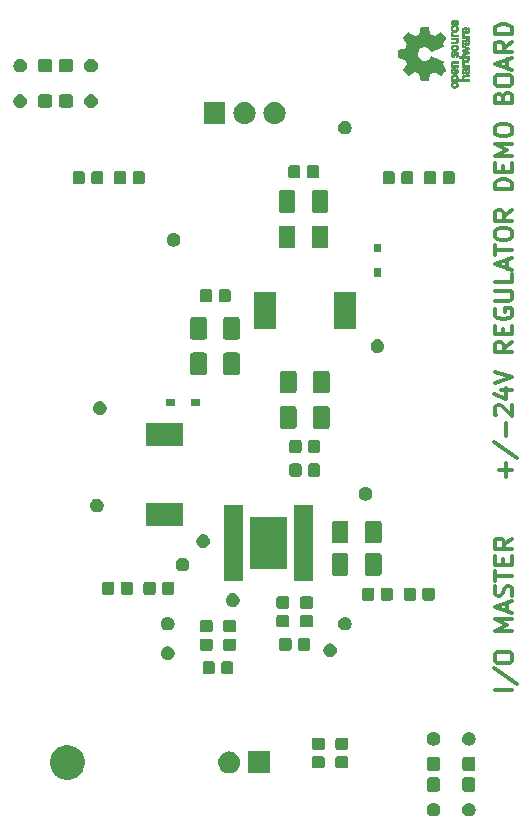
<source format=gbr>
G04 #@! TF.GenerationSoftware,KiCad,Pcbnew,5.1.4*
G04 #@! TF.CreationDate,2019-11-05T22:35:51-05:00*
G04 #@! TF.ProjectId,24_regulator_demo,32345f72-6567-4756-9c61-746f725f6465,rev?*
G04 #@! TF.SameCoordinates,Original*
G04 #@! TF.FileFunction,Soldermask,Top*
G04 #@! TF.FilePolarity,Negative*
%FSLAX46Y46*%
G04 Gerber Fmt 4.6, Leading zero omitted, Abs format (unit mm)*
G04 Created by KiCad (PCBNEW 5.1.4) date 2019-11-05 22:35:51*
%MOMM*%
%LPD*%
G04 APERTURE LIST*
%ADD10C,0.300000*%
%ADD11C,0.010000*%
%ADD12C,0.100000*%
G04 APERTURE END LIST*
D10*
X247678571Y-158837857D02*
X246178571Y-158837857D01*
X246107142Y-157052142D02*
X248035714Y-158337857D01*
X246178571Y-156266428D02*
X246178571Y-155980714D01*
X246250000Y-155837857D01*
X246392857Y-155695000D01*
X246678571Y-155623571D01*
X247178571Y-155623571D01*
X247464285Y-155695000D01*
X247607142Y-155837857D01*
X247678571Y-155980714D01*
X247678571Y-156266428D01*
X247607142Y-156409285D01*
X247464285Y-156552142D01*
X247178571Y-156623571D01*
X246678571Y-156623571D01*
X246392857Y-156552142D01*
X246250000Y-156409285D01*
X246178571Y-156266428D01*
X247678571Y-153837857D02*
X246178571Y-153837857D01*
X247250000Y-153337857D01*
X246178571Y-152837857D01*
X247678571Y-152837857D01*
X247250000Y-152195000D02*
X247250000Y-151480714D01*
X247678571Y-152337857D02*
X246178571Y-151837857D01*
X247678571Y-151337857D01*
X247607142Y-150909285D02*
X247678571Y-150695000D01*
X247678571Y-150337857D01*
X247607142Y-150195000D01*
X247535714Y-150123571D01*
X247392857Y-150052142D01*
X247250000Y-150052142D01*
X247107142Y-150123571D01*
X247035714Y-150195000D01*
X246964285Y-150337857D01*
X246892857Y-150623571D01*
X246821428Y-150766428D01*
X246750000Y-150837857D01*
X246607142Y-150909285D01*
X246464285Y-150909285D01*
X246321428Y-150837857D01*
X246250000Y-150766428D01*
X246178571Y-150623571D01*
X246178571Y-150266428D01*
X246250000Y-150052142D01*
X246178571Y-149623571D02*
X246178571Y-148766428D01*
X247678571Y-149195000D02*
X246178571Y-149195000D01*
X246892857Y-148266428D02*
X246892857Y-147766428D01*
X247678571Y-147552142D02*
X247678571Y-148266428D01*
X246178571Y-148266428D01*
X246178571Y-147552142D01*
X247678571Y-146052142D02*
X246964285Y-146552142D01*
X247678571Y-146909285D02*
X246178571Y-146909285D01*
X246178571Y-146337857D01*
X246250000Y-146195000D01*
X246321428Y-146123571D01*
X246464285Y-146052142D01*
X246678571Y-146052142D01*
X246821428Y-146123571D01*
X246892857Y-146195000D01*
X246964285Y-146337857D01*
X246964285Y-146909285D01*
X247107142Y-140837857D02*
X247107142Y-139695000D01*
X247678571Y-140266428D02*
X246535714Y-140266428D01*
X246107142Y-137909285D02*
X248035714Y-139195000D01*
X247107142Y-137409285D02*
X247107142Y-136266428D01*
X246321428Y-135623571D02*
X246250000Y-135552142D01*
X246178571Y-135409285D01*
X246178571Y-135052142D01*
X246250000Y-134909285D01*
X246321428Y-134837857D01*
X246464285Y-134766428D01*
X246607142Y-134766428D01*
X246821428Y-134837857D01*
X247678571Y-135695000D01*
X247678571Y-134766428D01*
X246678571Y-133480714D02*
X247678571Y-133480714D01*
X246107142Y-133837857D02*
X247178571Y-134195000D01*
X247178571Y-133266428D01*
X246178571Y-132909285D02*
X247678571Y-132409285D01*
X246178571Y-131909285D01*
X247678571Y-129409285D02*
X246964285Y-129909285D01*
X247678571Y-130266428D02*
X246178571Y-130266428D01*
X246178571Y-129695000D01*
X246250000Y-129552142D01*
X246321428Y-129480714D01*
X246464285Y-129409285D01*
X246678571Y-129409285D01*
X246821428Y-129480714D01*
X246892857Y-129552142D01*
X246964285Y-129695000D01*
X246964285Y-130266428D01*
X246892857Y-128766428D02*
X246892857Y-128266428D01*
X247678571Y-128052142D02*
X247678571Y-128766428D01*
X246178571Y-128766428D01*
X246178571Y-128052142D01*
X246250000Y-126623571D02*
X246178571Y-126766428D01*
X246178571Y-126980714D01*
X246250000Y-127195000D01*
X246392857Y-127337857D01*
X246535714Y-127409285D01*
X246821428Y-127480714D01*
X247035714Y-127480714D01*
X247321428Y-127409285D01*
X247464285Y-127337857D01*
X247607142Y-127195000D01*
X247678571Y-126980714D01*
X247678571Y-126837857D01*
X247607142Y-126623571D01*
X247535714Y-126552142D01*
X247035714Y-126552142D01*
X247035714Y-126837857D01*
X246178571Y-125909285D02*
X247392857Y-125909285D01*
X247535714Y-125837857D01*
X247607142Y-125766428D01*
X247678571Y-125623571D01*
X247678571Y-125337857D01*
X247607142Y-125195000D01*
X247535714Y-125123571D01*
X247392857Y-125052142D01*
X246178571Y-125052142D01*
X247678571Y-123623571D02*
X247678571Y-124337857D01*
X246178571Y-124337857D01*
X247250000Y-123195000D02*
X247250000Y-122480714D01*
X247678571Y-123337857D02*
X246178571Y-122837857D01*
X247678571Y-122337857D01*
X246178571Y-122052142D02*
X246178571Y-121195000D01*
X247678571Y-121623571D02*
X246178571Y-121623571D01*
X246178571Y-120409285D02*
X246178571Y-120123571D01*
X246250000Y-119980714D01*
X246392857Y-119837857D01*
X246678571Y-119766428D01*
X247178571Y-119766428D01*
X247464285Y-119837857D01*
X247607142Y-119980714D01*
X247678571Y-120123571D01*
X247678571Y-120409285D01*
X247607142Y-120552142D01*
X247464285Y-120695000D01*
X247178571Y-120766428D01*
X246678571Y-120766428D01*
X246392857Y-120695000D01*
X246250000Y-120552142D01*
X246178571Y-120409285D01*
X247678571Y-118266428D02*
X246964285Y-118766428D01*
X247678571Y-119123571D02*
X246178571Y-119123571D01*
X246178571Y-118552142D01*
X246250000Y-118409285D01*
X246321428Y-118337857D01*
X246464285Y-118266428D01*
X246678571Y-118266428D01*
X246821428Y-118337857D01*
X246892857Y-118409285D01*
X246964285Y-118552142D01*
X246964285Y-119123571D01*
X247678571Y-116480714D02*
X246178571Y-116480714D01*
X246178571Y-116123571D01*
X246250000Y-115909285D01*
X246392857Y-115766428D01*
X246535714Y-115695000D01*
X246821428Y-115623571D01*
X247035714Y-115623571D01*
X247321428Y-115695000D01*
X247464285Y-115766428D01*
X247607142Y-115909285D01*
X247678571Y-116123571D01*
X247678571Y-116480714D01*
X246892857Y-114980714D02*
X246892857Y-114480714D01*
X247678571Y-114266428D02*
X247678571Y-114980714D01*
X246178571Y-114980714D01*
X246178571Y-114266428D01*
X247678571Y-113623571D02*
X246178571Y-113623571D01*
X247250000Y-113123571D01*
X246178571Y-112623571D01*
X247678571Y-112623571D01*
X246178571Y-111623571D02*
X246178571Y-111337857D01*
X246250000Y-111195000D01*
X246392857Y-111052142D01*
X246678571Y-110980714D01*
X247178571Y-110980714D01*
X247464285Y-111052142D01*
X247607142Y-111195000D01*
X247678571Y-111337857D01*
X247678571Y-111623571D01*
X247607142Y-111766428D01*
X247464285Y-111909285D01*
X247178571Y-111980714D01*
X246678571Y-111980714D01*
X246392857Y-111909285D01*
X246250000Y-111766428D01*
X246178571Y-111623571D01*
X246892857Y-108695000D02*
X246964285Y-108480714D01*
X247035714Y-108409285D01*
X247178571Y-108337857D01*
X247392857Y-108337857D01*
X247535714Y-108409285D01*
X247607142Y-108480714D01*
X247678571Y-108623571D01*
X247678571Y-109195000D01*
X246178571Y-109195000D01*
X246178571Y-108695000D01*
X246250000Y-108552142D01*
X246321428Y-108480714D01*
X246464285Y-108409285D01*
X246607142Y-108409285D01*
X246750000Y-108480714D01*
X246821428Y-108552142D01*
X246892857Y-108695000D01*
X246892857Y-109195000D01*
X246178571Y-107409285D02*
X246178571Y-107123571D01*
X246250000Y-106980714D01*
X246392857Y-106837857D01*
X246678571Y-106766428D01*
X247178571Y-106766428D01*
X247464285Y-106837857D01*
X247607142Y-106980714D01*
X247678571Y-107123571D01*
X247678571Y-107409285D01*
X247607142Y-107552142D01*
X247464285Y-107695000D01*
X247178571Y-107766428D01*
X246678571Y-107766428D01*
X246392857Y-107695000D01*
X246250000Y-107552142D01*
X246178571Y-107409285D01*
X247250000Y-106195000D02*
X247250000Y-105480714D01*
X247678571Y-106337857D02*
X246178571Y-105837857D01*
X247678571Y-105337857D01*
X247678571Y-103980714D02*
X246964285Y-104480714D01*
X247678571Y-104837857D02*
X246178571Y-104837857D01*
X246178571Y-104266428D01*
X246250000Y-104123571D01*
X246321428Y-104052142D01*
X246464285Y-103980714D01*
X246678571Y-103980714D01*
X246821428Y-104052142D01*
X246892857Y-104123571D01*
X246964285Y-104266428D01*
X246964285Y-104837857D01*
X247678571Y-103337857D02*
X246178571Y-103337857D01*
X246178571Y-102980714D01*
X246250000Y-102766428D01*
X246392857Y-102623571D01*
X246535714Y-102552142D01*
X246821428Y-102480714D01*
X247035714Y-102480714D01*
X247321428Y-102552142D01*
X247464285Y-102623571D01*
X247607142Y-102766428D01*
X247678571Y-102980714D01*
X247678571Y-103337857D01*
D11*
G36*
X242469184Y-106908759D02*
G01*
X242482282Y-106882247D01*
X242505106Y-106849553D01*
X242529996Y-106825725D01*
X242561249Y-106809406D01*
X242603166Y-106799240D01*
X242660044Y-106793872D01*
X242736184Y-106791944D01*
X242768917Y-106791831D01*
X242840656Y-106792161D01*
X242891927Y-106793527D01*
X242927404Y-106796500D01*
X242951763Y-106801649D01*
X242969680Y-106809543D01*
X242981902Y-106817757D01*
X243033905Y-106870187D01*
X243065184Y-106931930D01*
X243074592Y-106998536D01*
X243060980Y-107065558D01*
X243051354Y-107086792D01*
X243024859Y-107137624D01*
X243440052Y-107137624D01*
X243420868Y-107100525D01*
X243406025Y-107051643D01*
X243402222Y-106991561D01*
X243409243Y-106931564D01*
X243425013Y-106886256D01*
X243455047Y-106848675D01*
X243498024Y-106816564D01*
X243502436Y-106814150D01*
X243523221Y-106803967D01*
X243544170Y-106796530D01*
X243569548Y-106791411D01*
X243603618Y-106788181D01*
X243650641Y-106786413D01*
X243714882Y-106785677D01*
X243787176Y-106785544D01*
X244017822Y-106785544D01*
X244017822Y-106923861D01*
X243592533Y-106923861D01*
X243559979Y-106962549D01*
X243533940Y-107002738D01*
X243529205Y-107040797D01*
X243541389Y-107079066D01*
X243553320Y-107099462D01*
X243570313Y-107114642D01*
X243595995Y-107125438D01*
X243633991Y-107132683D01*
X243687926Y-107137208D01*
X243761425Y-107139844D01*
X243810347Y-107140772D01*
X244011535Y-107143911D01*
X244015336Y-107209926D01*
X244019136Y-107275940D01*
X242770650Y-107275940D01*
X242770650Y-107137624D01*
X242840254Y-107134097D01*
X242888569Y-107122215D01*
X242918631Y-107100020D01*
X242933471Y-107065559D01*
X242936436Y-107030742D01*
X242933028Y-106991329D01*
X242919617Y-106965171D01*
X242901896Y-106948814D01*
X242882835Y-106935937D01*
X242861601Y-106928272D01*
X242831849Y-106924861D01*
X242787236Y-106924749D01*
X242749880Y-106925897D01*
X242693604Y-106928532D01*
X242656658Y-106932456D01*
X242633223Y-106939063D01*
X242617480Y-106949749D01*
X242608380Y-106959833D01*
X242588537Y-107001970D01*
X242585332Y-107051840D01*
X242592168Y-107080476D01*
X242616464Y-107108828D01*
X242663728Y-107127609D01*
X242733624Y-107136712D01*
X242770650Y-107137624D01*
X242770650Y-107275940D01*
X242458614Y-107275940D01*
X242458614Y-107206782D01*
X242460256Y-107165260D01*
X242466087Y-107143838D01*
X242477461Y-107137626D01*
X242477798Y-107137624D01*
X242488938Y-107134742D01*
X242487673Y-107122030D01*
X242475433Y-107096757D01*
X242456707Y-107037869D01*
X242454739Y-106971615D01*
X242469184Y-106908759D01*
X242469184Y-106908759D01*
G37*
X242469184Y-106908759D02*
X242482282Y-106882247D01*
X242505106Y-106849553D01*
X242529996Y-106825725D01*
X242561249Y-106809406D01*
X242603166Y-106799240D01*
X242660044Y-106793872D01*
X242736184Y-106791944D01*
X242768917Y-106791831D01*
X242840656Y-106792161D01*
X242891927Y-106793527D01*
X242927404Y-106796500D01*
X242951763Y-106801649D01*
X242969680Y-106809543D01*
X242981902Y-106817757D01*
X243033905Y-106870187D01*
X243065184Y-106931930D01*
X243074592Y-106998536D01*
X243060980Y-107065558D01*
X243051354Y-107086792D01*
X243024859Y-107137624D01*
X243440052Y-107137624D01*
X243420868Y-107100525D01*
X243406025Y-107051643D01*
X243402222Y-106991561D01*
X243409243Y-106931564D01*
X243425013Y-106886256D01*
X243455047Y-106848675D01*
X243498024Y-106816564D01*
X243502436Y-106814150D01*
X243523221Y-106803967D01*
X243544170Y-106796530D01*
X243569548Y-106791411D01*
X243603618Y-106788181D01*
X243650641Y-106786413D01*
X243714882Y-106785677D01*
X243787176Y-106785544D01*
X244017822Y-106785544D01*
X244017822Y-106923861D01*
X243592533Y-106923861D01*
X243559979Y-106962549D01*
X243533940Y-107002738D01*
X243529205Y-107040797D01*
X243541389Y-107079066D01*
X243553320Y-107099462D01*
X243570313Y-107114642D01*
X243595995Y-107125438D01*
X243633991Y-107132683D01*
X243687926Y-107137208D01*
X243761425Y-107139844D01*
X243810347Y-107140772D01*
X244011535Y-107143911D01*
X244015336Y-107209926D01*
X244019136Y-107275940D01*
X242770650Y-107275940D01*
X242770650Y-107137624D01*
X242840254Y-107134097D01*
X242888569Y-107122215D01*
X242918631Y-107100020D01*
X242933471Y-107065559D01*
X242936436Y-107030742D01*
X242933028Y-106991329D01*
X242919617Y-106965171D01*
X242901896Y-106948814D01*
X242882835Y-106935937D01*
X242861601Y-106928272D01*
X242831849Y-106924861D01*
X242787236Y-106924749D01*
X242749880Y-106925897D01*
X242693604Y-106928532D01*
X242656658Y-106932456D01*
X242633223Y-106939063D01*
X242617480Y-106949749D01*
X242608380Y-106959833D01*
X242588537Y-107001970D01*
X242585332Y-107051840D01*
X242592168Y-107080476D01*
X242616464Y-107108828D01*
X242663728Y-107127609D01*
X242733624Y-107136712D01*
X242770650Y-107137624D01*
X242770650Y-107275940D01*
X242458614Y-107275940D01*
X242458614Y-107206782D01*
X242460256Y-107165260D01*
X242466087Y-107143838D01*
X242477461Y-107137626D01*
X242477798Y-107137624D01*
X242488938Y-107134742D01*
X242487673Y-107122030D01*
X242475433Y-107096757D01*
X242456707Y-107037869D01*
X242454739Y-106971615D01*
X242469184Y-106908759D01*
G36*
X243406555Y-106384210D02*
G01*
X243422339Y-106325055D01*
X243450948Y-106280023D01*
X243488419Y-106248246D01*
X243504411Y-106238366D01*
X243521163Y-106231073D01*
X243542592Y-106225974D01*
X243572616Y-106222679D01*
X243615154Y-106220797D01*
X243674122Y-106219937D01*
X243753440Y-106219707D01*
X243774484Y-106219703D01*
X244017822Y-106219703D01*
X244017822Y-106280059D01*
X244015126Y-106318557D01*
X244008295Y-106347023D01*
X244004083Y-106354155D01*
X243996813Y-106373652D01*
X244004083Y-106393566D01*
X244013160Y-106426353D01*
X244016813Y-106473978D01*
X244015228Y-106526764D01*
X244008589Y-106575036D01*
X244000072Y-106603218D01*
X243965063Y-106657753D01*
X243916479Y-106691835D01*
X243851882Y-106707157D01*
X243850223Y-106707299D01*
X243821566Y-106705955D01*
X243821566Y-106584356D01*
X243854161Y-106573726D01*
X243872505Y-106556410D01*
X243886379Y-106521652D01*
X243891917Y-106475773D01*
X243889191Y-106428988D01*
X243878274Y-106391514D01*
X243871269Y-106381015D01*
X243838904Y-106362668D01*
X243802111Y-106358020D01*
X243753763Y-106358020D01*
X243753763Y-106427582D01*
X243758850Y-106493667D01*
X243773263Y-106543764D01*
X243795729Y-106574929D01*
X243821566Y-106584356D01*
X243821566Y-106705955D01*
X243779647Y-106703987D01*
X243723845Y-106680710D01*
X243681647Y-106636948D01*
X243677808Y-106630899D01*
X243665309Y-106604907D01*
X243657740Y-106572735D01*
X243654061Y-106527760D01*
X243653216Y-106474331D01*
X243653169Y-106358020D01*
X243604411Y-106358020D01*
X243566581Y-106362953D01*
X243541236Y-106375543D01*
X243539887Y-106377017D01*
X243528800Y-106405034D01*
X243524503Y-106447326D01*
X243526615Y-106494064D01*
X243534756Y-106535418D01*
X243546965Y-106559957D01*
X243556746Y-106573253D01*
X243558613Y-106587294D01*
X243550600Y-106606671D01*
X243530739Y-106635976D01*
X243497063Y-106679803D01*
X243493909Y-106683825D01*
X243482236Y-106681764D01*
X243462822Y-106664568D01*
X243441248Y-106638433D01*
X243423096Y-106609552D01*
X243418809Y-106600478D01*
X243410256Y-106567380D01*
X243404155Y-106518880D01*
X243401708Y-106464695D01*
X243401703Y-106462161D01*
X243406555Y-106384210D01*
X243406555Y-106384210D01*
G37*
X243406555Y-106384210D02*
X243422339Y-106325055D01*
X243450948Y-106280023D01*
X243488419Y-106248246D01*
X243504411Y-106238366D01*
X243521163Y-106231073D01*
X243542592Y-106225974D01*
X243572616Y-106222679D01*
X243615154Y-106220797D01*
X243674122Y-106219937D01*
X243753440Y-106219707D01*
X243774484Y-106219703D01*
X244017822Y-106219703D01*
X244017822Y-106280059D01*
X244015126Y-106318557D01*
X244008295Y-106347023D01*
X244004083Y-106354155D01*
X243996813Y-106373652D01*
X244004083Y-106393566D01*
X244013160Y-106426353D01*
X244016813Y-106473978D01*
X244015228Y-106526764D01*
X244008589Y-106575036D01*
X244000072Y-106603218D01*
X243965063Y-106657753D01*
X243916479Y-106691835D01*
X243851882Y-106707157D01*
X243850223Y-106707299D01*
X243821566Y-106705955D01*
X243821566Y-106584356D01*
X243854161Y-106573726D01*
X243872505Y-106556410D01*
X243886379Y-106521652D01*
X243891917Y-106475773D01*
X243889191Y-106428988D01*
X243878274Y-106391514D01*
X243871269Y-106381015D01*
X243838904Y-106362668D01*
X243802111Y-106358020D01*
X243753763Y-106358020D01*
X243753763Y-106427582D01*
X243758850Y-106493667D01*
X243773263Y-106543764D01*
X243795729Y-106574929D01*
X243821566Y-106584356D01*
X243821566Y-106705955D01*
X243779647Y-106703987D01*
X243723845Y-106680710D01*
X243681647Y-106636948D01*
X243677808Y-106630899D01*
X243665309Y-106604907D01*
X243657740Y-106572735D01*
X243654061Y-106527760D01*
X243653216Y-106474331D01*
X243653169Y-106358020D01*
X243604411Y-106358020D01*
X243566581Y-106362953D01*
X243541236Y-106375543D01*
X243539887Y-106377017D01*
X243528800Y-106405034D01*
X243524503Y-106447326D01*
X243526615Y-106494064D01*
X243534756Y-106535418D01*
X243546965Y-106559957D01*
X243556746Y-106573253D01*
X243558613Y-106587294D01*
X243550600Y-106606671D01*
X243530739Y-106635976D01*
X243497063Y-106679803D01*
X243493909Y-106683825D01*
X243482236Y-106681764D01*
X243462822Y-106664568D01*
X243441248Y-106638433D01*
X243423096Y-106609552D01*
X243418809Y-106600478D01*
X243410256Y-106567380D01*
X243404155Y-106518880D01*
X243401708Y-106464695D01*
X243401703Y-106462161D01*
X243406555Y-106384210D01*
G36*
X243403020Y-105993356D02*
G01*
X243408660Y-105974539D01*
X243421053Y-105968473D01*
X243426647Y-105968218D01*
X243442230Y-105967129D01*
X243444676Y-105959632D01*
X243433993Y-105939381D01*
X243426694Y-105927351D01*
X243411063Y-105889400D01*
X243403334Y-105844072D01*
X243402740Y-105796544D01*
X243408513Y-105751995D01*
X243419884Y-105715602D01*
X243436088Y-105692543D01*
X243456355Y-105687996D01*
X243461843Y-105690291D01*
X243484626Y-105707020D01*
X243512647Y-105732963D01*
X243517177Y-105737655D01*
X243538005Y-105762383D01*
X243544735Y-105783718D01*
X243540038Y-105813555D01*
X243536917Y-105825508D01*
X243529421Y-105862705D01*
X243532792Y-105888859D01*
X243544681Y-105910946D01*
X243560635Y-105931178D01*
X243580700Y-105946079D01*
X243608702Y-105956434D01*
X243648467Y-105963029D01*
X243703823Y-105966649D01*
X243778594Y-105968078D01*
X243823740Y-105968218D01*
X244017822Y-105968218D01*
X244017822Y-106093960D01*
X243401683Y-106093960D01*
X243401683Y-106031089D01*
X243403020Y-105993356D01*
X243403020Y-105993356D01*
G37*
X243403020Y-105993356D02*
X243408660Y-105974539D01*
X243421053Y-105968473D01*
X243426647Y-105968218D01*
X243442230Y-105967129D01*
X243444676Y-105959632D01*
X243433993Y-105939381D01*
X243426694Y-105927351D01*
X243411063Y-105889400D01*
X243403334Y-105844072D01*
X243402740Y-105796544D01*
X243408513Y-105751995D01*
X243419884Y-105715602D01*
X243436088Y-105692543D01*
X243456355Y-105687996D01*
X243461843Y-105690291D01*
X243484626Y-105707020D01*
X243512647Y-105732963D01*
X243517177Y-105737655D01*
X243538005Y-105762383D01*
X243544735Y-105783718D01*
X243540038Y-105813555D01*
X243536917Y-105825508D01*
X243529421Y-105862705D01*
X243532792Y-105888859D01*
X243544681Y-105910946D01*
X243560635Y-105931178D01*
X243580700Y-105946079D01*
X243608702Y-105956434D01*
X243648467Y-105963029D01*
X243703823Y-105966649D01*
X243778594Y-105968078D01*
X243823740Y-105968218D01*
X244017822Y-105968218D01*
X244017822Y-106093960D01*
X243401683Y-106093960D01*
X243401683Y-106031089D01*
X243403020Y-105993356D01*
G36*
X244017822Y-105201188D02*
G01*
X244017822Y-105270346D01*
X244016645Y-105310488D01*
X244011772Y-105331394D01*
X244001186Y-105338922D01*
X243994029Y-105339505D01*
X243979676Y-105340774D01*
X243976923Y-105348779D01*
X243985771Y-105369815D01*
X243994029Y-105386173D01*
X244013597Y-105448977D01*
X244014729Y-105517248D01*
X244000135Y-105572752D01*
X243964877Y-105624438D01*
X243912835Y-105663838D01*
X243851450Y-105685413D01*
X243848018Y-105685962D01*
X243810571Y-105689167D01*
X243756813Y-105690761D01*
X243716155Y-105690633D01*
X243716155Y-105553279D01*
X243770194Y-105550097D01*
X243814735Y-105542859D01*
X243839888Y-105533060D01*
X243874260Y-105495989D01*
X243886582Y-105451974D01*
X243876618Y-105406584D01*
X243846895Y-105367797D01*
X243826905Y-105353108D01*
X243803050Y-105344519D01*
X243768230Y-105340496D01*
X243715930Y-105339505D01*
X243664139Y-105341278D01*
X243618634Y-105345963D01*
X243588181Y-105352603D01*
X243585452Y-105353710D01*
X243553000Y-105380491D01*
X243535183Y-105419579D01*
X243532306Y-105463315D01*
X243544674Y-105504038D01*
X243572593Y-105534087D01*
X243578148Y-105537204D01*
X243612022Y-105546961D01*
X243660728Y-105552277D01*
X243716155Y-105553279D01*
X243716155Y-105690633D01*
X243695540Y-105690568D01*
X243662563Y-105689664D01*
X243580981Y-105683514D01*
X243519730Y-105670733D01*
X243474449Y-105649471D01*
X243440779Y-105617878D01*
X243421014Y-105587207D01*
X243407120Y-105544354D01*
X243402354Y-105491056D01*
X243406236Y-105436480D01*
X243418282Y-105389792D01*
X243432693Y-105365124D01*
X243455878Y-105339505D01*
X243162773Y-105339505D01*
X243162773Y-105201188D01*
X244017822Y-105201188D01*
X244017822Y-105201188D01*
G37*
X244017822Y-105201188D02*
X244017822Y-105270346D01*
X244016645Y-105310488D01*
X244011772Y-105331394D01*
X244001186Y-105338922D01*
X243994029Y-105339505D01*
X243979676Y-105340774D01*
X243976923Y-105348779D01*
X243985771Y-105369815D01*
X243994029Y-105386173D01*
X244013597Y-105448977D01*
X244014729Y-105517248D01*
X244000135Y-105572752D01*
X243964877Y-105624438D01*
X243912835Y-105663838D01*
X243851450Y-105685413D01*
X243848018Y-105685962D01*
X243810571Y-105689167D01*
X243756813Y-105690761D01*
X243716155Y-105690633D01*
X243716155Y-105553279D01*
X243770194Y-105550097D01*
X243814735Y-105542859D01*
X243839888Y-105533060D01*
X243874260Y-105495989D01*
X243886582Y-105451974D01*
X243876618Y-105406584D01*
X243846895Y-105367797D01*
X243826905Y-105353108D01*
X243803050Y-105344519D01*
X243768230Y-105340496D01*
X243715930Y-105339505D01*
X243664139Y-105341278D01*
X243618634Y-105345963D01*
X243588181Y-105352603D01*
X243585452Y-105353710D01*
X243553000Y-105380491D01*
X243535183Y-105419579D01*
X243532306Y-105463315D01*
X243544674Y-105504038D01*
X243572593Y-105534087D01*
X243578148Y-105537204D01*
X243612022Y-105546961D01*
X243660728Y-105552277D01*
X243716155Y-105553279D01*
X243716155Y-105690633D01*
X243695540Y-105690568D01*
X243662563Y-105689664D01*
X243580981Y-105683514D01*
X243519730Y-105670733D01*
X243474449Y-105649471D01*
X243440779Y-105617878D01*
X243421014Y-105587207D01*
X243407120Y-105544354D01*
X243402354Y-105491056D01*
X243406236Y-105436480D01*
X243418282Y-105389792D01*
X243432693Y-105365124D01*
X243455878Y-105339505D01*
X243162773Y-105339505D01*
X243162773Y-105201188D01*
X244017822Y-105201188D01*
G36*
X243404237Y-104718476D02*
G01*
X243407971Y-104668745D01*
X243797773Y-104538709D01*
X243728614Y-104518322D01*
X243685874Y-104506054D01*
X243628115Y-104489915D01*
X243564625Y-104472488D01*
X243530570Y-104463274D01*
X243401683Y-104428612D01*
X243401683Y-104285609D01*
X243536857Y-104328354D01*
X243603342Y-104349404D01*
X243683539Y-104374833D01*
X243767193Y-104401390D01*
X243841782Y-104425098D01*
X244011535Y-104479098D01*
X244015328Y-104537402D01*
X244019122Y-104595705D01*
X243914734Y-104627321D01*
X243849889Y-104646818D01*
X243778400Y-104668096D01*
X243715263Y-104686692D01*
X243712750Y-104687426D01*
X243669969Y-104701316D01*
X243640779Y-104713571D01*
X243629741Y-104722154D01*
X243631018Y-104723918D01*
X243648130Y-104730109D01*
X243684787Y-104741872D01*
X243736378Y-104757775D01*
X243798294Y-104776386D01*
X243832352Y-104786457D01*
X244017822Y-104840993D01*
X244017822Y-104956736D01*
X243725471Y-105049263D01*
X243643462Y-105075256D01*
X243568987Y-105098934D01*
X243505544Y-105119180D01*
X243456632Y-105134874D01*
X243425749Y-105144898D01*
X243416726Y-105147945D01*
X243407487Y-105145533D01*
X243403441Y-105126592D01*
X243403846Y-105087177D01*
X243404152Y-105081007D01*
X243407971Y-105007914D01*
X243584010Y-104960043D01*
X243648211Y-104942447D01*
X243704649Y-104926723D01*
X243748422Y-104914254D01*
X243774630Y-104906426D01*
X243778903Y-104904980D01*
X243773990Y-104898986D01*
X243748532Y-104886899D01*
X243705997Y-104870107D01*
X243649850Y-104849997D01*
X243599130Y-104832997D01*
X243400504Y-104768206D01*
X243404237Y-104718476D01*
X243404237Y-104718476D01*
G37*
X243404237Y-104718476D02*
X243407971Y-104668745D01*
X243797773Y-104538709D01*
X243728614Y-104518322D01*
X243685874Y-104506054D01*
X243628115Y-104489915D01*
X243564625Y-104472488D01*
X243530570Y-104463274D01*
X243401683Y-104428612D01*
X243401683Y-104285609D01*
X243536857Y-104328354D01*
X243603342Y-104349404D01*
X243683539Y-104374833D01*
X243767193Y-104401390D01*
X243841782Y-104425098D01*
X244011535Y-104479098D01*
X244015328Y-104537402D01*
X244019122Y-104595705D01*
X243914734Y-104627321D01*
X243849889Y-104646818D01*
X243778400Y-104668096D01*
X243715263Y-104686692D01*
X243712750Y-104687426D01*
X243669969Y-104701316D01*
X243640779Y-104713571D01*
X243629741Y-104722154D01*
X243631018Y-104723918D01*
X243648130Y-104730109D01*
X243684787Y-104741872D01*
X243736378Y-104757775D01*
X243798294Y-104776386D01*
X243832352Y-104786457D01*
X244017822Y-104840993D01*
X244017822Y-104956736D01*
X243725471Y-105049263D01*
X243643462Y-105075256D01*
X243568987Y-105098934D01*
X243505544Y-105119180D01*
X243456632Y-105134874D01*
X243425749Y-105144898D01*
X243416726Y-105147945D01*
X243407487Y-105145533D01*
X243403441Y-105126592D01*
X243403846Y-105087177D01*
X243404152Y-105081007D01*
X243407971Y-105007914D01*
X243584010Y-104960043D01*
X243648211Y-104942447D01*
X243704649Y-104926723D01*
X243748422Y-104914254D01*
X243774630Y-104906426D01*
X243778903Y-104904980D01*
X243773990Y-104898986D01*
X243748532Y-104886899D01*
X243705997Y-104870107D01*
X243649850Y-104849997D01*
X243599130Y-104832997D01*
X243400504Y-104768206D01*
X243404237Y-104718476D01*
G36*
X243405417Y-103961589D02*
G01*
X243418290Y-103908589D01*
X243425110Y-103893269D01*
X243442974Y-103863572D01*
X243463093Y-103840780D01*
X243488962Y-103823917D01*
X243524073Y-103812002D01*
X243571920Y-103804058D01*
X243635996Y-103799106D01*
X243719794Y-103796169D01*
X243775768Y-103795053D01*
X244017822Y-103790948D01*
X244017822Y-103861068D01*
X244016038Y-103903607D01*
X244009942Y-103925524D01*
X243999706Y-103931188D01*
X243988637Y-103934179D01*
X243990754Y-103947549D01*
X243999629Y-103965767D01*
X244013233Y-104011376D01*
X244016899Y-104069993D01*
X244010903Y-104131646D01*
X243995521Y-104186362D01*
X243993386Y-104191270D01*
X243958255Y-104241277D01*
X243909419Y-104274244D01*
X243852333Y-104289413D01*
X243831824Y-104288254D01*
X243831824Y-104164492D01*
X243859425Y-104153587D01*
X243879204Y-104121255D01*
X243889819Y-104069090D01*
X243891228Y-104041213D01*
X243887620Y-103994753D01*
X243873597Y-103963871D01*
X243866931Y-103956336D01*
X243830666Y-103935924D01*
X243797773Y-103931188D01*
X243753763Y-103931188D01*
X243753763Y-103992487D01*
X243757395Y-104063744D01*
X243768818Y-104113724D01*
X243788824Y-104145304D01*
X243797743Y-104152374D01*
X243831824Y-104164492D01*
X243831824Y-104288254D01*
X243792456Y-104286029D01*
X243735244Y-104263337D01*
X243696580Y-104232376D01*
X243679864Y-104213624D01*
X243668878Y-104195267D01*
X243662180Y-104171381D01*
X243658326Y-104136043D01*
X243655873Y-104083331D01*
X243655168Y-104062423D01*
X243650879Y-103931188D01*
X243611158Y-103931380D01*
X243569405Y-103936463D01*
X243544158Y-103954838D01*
X243528030Y-103991961D01*
X243527742Y-103992957D01*
X243521400Y-104045590D01*
X243529684Y-104097094D01*
X243549827Y-104135370D01*
X243559773Y-104150728D01*
X243558397Y-104167270D01*
X243543987Y-104192725D01*
X243533817Y-104207672D01*
X243512088Y-104236909D01*
X243495800Y-104255020D01*
X243491137Y-104257926D01*
X243467005Y-104245960D01*
X243438185Y-104210604D01*
X243428461Y-104195247D01*
X243411714Y-104151099D01*
X243402227Y-104091602D01*
X243400095Y-104025513D01*
X243405417Y-103961589D01*
X243405417Y-103961589D01*
G37*
X243405417Y-103961589D02*
X243418290Y-103908589D01*
X243425110Y-103893269D01*
X243442974Y-103863572D01*
X243463093Y-103840780D01*
X243488962Y-103823917D01*
X243524073Y-103812002D01*
X243571920Y-103804058D01*
X243635996Y-103799106D01*
X243719794Y-103796169D01*
X243775768Y-103795053D01*
X244017822Y-103790948D01*
X244017822Y-103861068D01*
X244016038Y-103903607D01*
X244009942Y-103925524D01*
X243999706Y-103931188D01*
X243988637Y-103934179D01*
X243990754Y-103947549D01*
X243999629Y-103965767D01*
X244013233Y-104011376D01*
X244016899Y-104069993D01*
X244010903Y-104131646D01*
X243995521Y-104186362D01*
X243993386Y-104191270D01*
X243958255Y-104241277D01*
X243909419Y-104274244D01*
X243852333Y-104289413D01*
X243831824Y-104288254D01*
X243831824Y-104164492D01*
X243859425Y-104153587D01*
X243879204Y-104121255D01*
X243889819Y-104069090D01*
X243891228Y-104041213D01*
X243887620Y-103994753D01*
X243873597Y-103963871D01*
X243866931Y-103956336D01*
X243830666Y-103935924D01*
X243797773Y-103931188D01*
X243753763Y-103931188D01*
X243753763Y-103992487D01*
X243757395Y-104063744D01*
X243768818Y-104113724D01*
X243788824Y-104145304D01*
X243797743Y-104152374D01*
X243831824Y-104164492D01*
X243831824Y-104288254D01*
X243792456Y-104286029D01*
X243735244Y-104263337D01*
X243696580Y-104232376D01*
X243679864Y-104213624D01*
X243668878Y-104195267D01*
X243662180Y-104171381D01*
X243658326Y-104136043D01*
X243655873Y-104083331D01*
X243655168Y-104062423D01*
X243650879Y-103931188D01*
X243611158Y-103931380D01*
X243569405Y-103936463D01*
X243544158Y-103954838D01*
X243528030Y-103991961D01*
X243527742Y-103992957D01*
X243521400Y-104045590D01*
X243529684Y-104097094D01*
X243549827Y-104135370D01*
X243559773Y-104150728D01*
X243558397Y-104167270D01*
X243543987Y-104192725D01*
X243533817Y-104207672D01*
X243512088Y-104236909D01*
X243495800Y-104255020D01*
X243491137Y-104257926D01*
X243467005Y-104245960D01*
X243438185Y-104210604D01*
X243428461Y-104195247D01*
X243411714Y-104151099D01*
X243402227Y-104091602D01*
X243400095Y-104025513D01*
X243405417Y-103961589D01*
G36*
X243401486Y-103364745D02*
G01*
X243411015Y-103316405D01*
X243425125Y-103288886D01*
X243448568Y-103259936D01*
X243500571Y-103301124D01*
X243532064Y-103326518D01*
X243547428Y-103343762D01*
X243549776Y-103360898D01*
X243542217Y-103385973D01*
X243537941Y-103397743D01*
X243531631Y-103445730D01*
X243545156Y-103489676D01*
X243575710Y-103521940D01*
X243585452Y-103527181D01*
X243611258Y-103532888D01*
X243658817Y-103537294D01*
X243724758Y-103540189D01*
X243805710Y-103541369D01*
X243817226Y-103541386D01*
X244017822Y-103541386D01*
X244017822Y-103679703D01*
X243401683Y-103679703D01*
X243401683Y-103610544D01*
X243402725Y-103570667D01*
X243407358Y-103549893D01*
X243417849Y-103542211D01*
X243427745Y-103541386D01*
X243453806Y-103541386D01*
X243427745Y-103508255D01*
X243409965Y-103470265D01*
X243401174Y-103419230D01*
X243401486Y-103364745D01*
X243401486Y-103364745D01*
G37*
X243401486Y-103364745D02*
X243411015Y-103316405D01*
X243425125Y-103288886D01*
X243448568Y-103259936D01*
X243500571Y-103301124D01*
X243532064Y-103326518D01*
X243547428Y-103343762D01*
X243549776Y-103360898D01*
X243542217Y-103385973D01*
X243537941Y-103397743D01*
X243531631Y-103445730D01*
X243545156Y-103489676D01*
X243575710Y-103521940D01*
X243585452Y-103527181D01*
X243611258Y-103532888D01*
X243658817Y-103537294D01*
X243724758Y-103540189D01*
X243805710Y-103541369D01*
X243817226Y-103541386D01*
X244017822Y-103541386D01*
X244017822Y-103679703D01*
X243401683Y-103679703D01*
X243401683Y-103610544D01*
X243402725Y-103570667D01*
X243407358Y-103549893D01*
X243417849Y-103542211D01*
X243427745Y-103541386D01*
X243453806Y-103541386D01*
X243427745Y-103508255D01*
X243409965Y-103470265D01*
X243401174Y-103419230D01*
X243401486Y-103364745D01*
G36*
X243404970Y-102967419D02*
G01*
X243420597Y-102907315D01*
X243452848Y-102856979D01*
X243476940Y-102832607D01*
X243533895Y-102792655D01*
X243599965Y-102769758D01*
X243681182Y-102761892D01*
X243687748Y-102761852D01*
X243753763Y-102761782D01*
X243753763Y-103141736D01*
X243788342Y-103133637D01*
X243819659Y-103119013D01*
X243852291Y-103093419D01*
X243857500Y-103088065D01*
X243885694Y-103042057D01*
X243890475Y-102989590D01*
X243871926Y-102929197D01*
X243866931Y-102918960D01*
X243851745Y-102887561D01*
X243843094Y-102866530D01*
X243842293Y-102862861D01*
X243850063Y-102850052D01*
X243869072Y-102825622D01*
X243879460Y-102813221D01*
X243903321Y-102787524D01*
X243919077Y-102779085D01*
X243933571Y-102784942D01*
X243937534Y-102788072D01*
X243954879Y-102809275D01*
X243975959Y-102844262D01*
X243988265Y-102868663D01*
X244009946Y-102937928D01*
X244016971Y-103014612D01*
X244008647Y-103087235D01*
X244002686Y-103107574D01*
X243968952Y-103170524D01*
X243917045Y-103217185D01*
X243846459Y-103247827D01*
X243756692Y-103262718D01*
X243709753Y-103264353D01*
X243641413Y-103259579D01*
X243641413Y-103139010D01*
X243646465Y-103127348D01*
X243650429Y-103096002D01*
X243652768Y-103050429D01*
X243653169Y-103019554D01*
X243652783Y-102964019D01*
X243650975Y-102928967D01*
X243646773Y-102909738D01*
X243639203Y-102901670D01*
X243628218Y-102900099D01*
X243594381Y-102910879D01*
X243560940Y-102938020D01*
X243535272Y-102973723D01*
X243524772Y-103009440D01*
X243534086Y-103057952D01*
X243561013Y-103099947D01*
X243599827Y-103129064D01*
X243641413Y-103139010D01*
X243641413Y-103259579D01*
X243610236Y-103257401D01*
X243530949Y-103235945D01*
X243471263Y-103199530D01*
X243430549Y-103147703D01*
X243408179Y-103080010D01*
X243403871Y-103043338D01*
X243404970Y-102967419D01*
X243404970Y-102967419D01*
G37*
X243404970Y-102967419D02*
X243420597Y-102907315D01*
X243452848Y-102856979D01*
X243476940Y-102832607D01*
X243533895Y-102792655D01*
X243599965Y-102769758D01*
X243681182Y-102761892D01*
X243687748Y-102761852D01*
X243753763Y-102761782D01*
X243753763Y-103141736D01*
X243788342Y-103133637D01*
X243819659Y-103119013D01*
X243852291Y-103093419D01*
X243857500Y-103088065D01*
X243885694Y-103042057D01*
X243890475Y-102989590D01*
X243871926Y-102929197D01*
X243866931Y-102918960D01*
X243851745Y-102887561D01*
X243843094Y-102866530D01*
X243842293Y-102862861D01*
X243850063Y-102850052D01*
X243869072Y-102825622D01*
X243879460Y-102813221D01*
X243903321Y-102787524D01*
X243919077Y-102779085D01*
X243933571Y-102784942D01*
X243937534Y-102788072D01*
X243954879Y-102809275D01*
X243975959Y-102844262D01*
X243988265Y-102868663D01*
X244009946Y-102937928D01*
X244016971Y-103014612D01*
X244008647Y-103087235D01*
X244002686Y-103107574D01*
X243968952Y-103170524D01*
X243917045Y-103217185D01*
X243846459Y-103247827D01*
X243756692Y-103262718D01*
X243709753Y-103264353D01*
X243641413Y-103259579D01*
X243641413Y-103139010D01*
X243646465Y-103127348D01*
X243650429Y-103096002D01*
X243652768Y-103050429D01*
X243653169Y-103019554D01*
X243652783Y-102964019D01*
X243650975Y-102928967D01*
X243646773Y-102909738D01*
X243639203Y-102901670D01*
X243628218Y-102900099D01*
X243594381Y-102910879D01*
X243560940Y-102938020D01*
X243535272Y-102973723D01*
X243524772Y-103009440D01*
X243534086Y-103057952D01*
X243561013Y-103099947D01*
X243599827Y-103129064D01*
X243641413Y-103139010D01*
X243641413Y-103259579D01*
X243610236Y-103257401D01*
X243530949Y-103235945D01*
X243471263Y-103199530D01*
X243430549Y-103147703D01*
X243408179Y-103080010D01*
X243403871Y-103043338D01*
X243404970Y-102967419D01*
G36*
X242465148Y-107538261D02*
G01*
X242494231Y-107472479D01*
X242542793Y-107422540D01*
X242610908Y-107388374D01*
X242698651Y-107369907D01*
X242712351Y-107368583D01*
X242808939Y-107367546D01*
X242893602Y-107380993D01*
X242962221Y-107408108D01*
X242984294Y-107422627D01*
X243031011Y-107473201D01*
X243061268Y-107537609D01*
X243073824Y-107609666D01*
X243067439Y-107683185D01*
X243047772Y-107739072D01*
X243014629Y-107787132D01*
X242971175Y-107826412D01*
X242970158Y-107827092D01*
X242943338Y-107843044D01*
X242916368Y-107853410D01*
X242882332Y-107859688D01*
X242834310Y-107863373D01*
X242794931Y-107864997D01*
X242759219Y-107865672D01*
X242759219Y-107739955D01*
X242794770Y-107738726D01*
X242842094Y-107734266D01*
X242872465Y-107726397D01*
X242894072Y-107712207D01*
X242906694Y-107698917D01*
X242933122Y-107651802D01*
X242936653Y-107602505D01*
X242917639Y-107556593D01*
X242896331Y-107533638D01*
X242874859Y-107517096D01*
X242854313Y-107507421D01*
X242827574Y-107503174D01*
X242787523Y-107502920D01*
X242750638Y-107504228D01*
X242697947Y-107507043D01*
X242663772Y-107511505D01*
X242641480Y-107519548D01*
X242624442Y-107533103D01*
X242614703Y-107543845D01*
X242589123Y-107588777D01*
X242587847Y-107637249D01*
X242602999Y-107677894D01*
X242634642Y-107712567D01*
X242686620Y-107733224D01*
X242759219Y-107739955D01*
X242759219Y-107865672D01*
X242716621Y-107866479D01*
X242658056Y-107863948D01*
X242614007Y-107856362D01*
X242579248Y-107842681D01*
X242548551Y-107821865D01*
X242539436Y-107814147D01*
X242494021Y-107765889D01*
X242467493Y-107714128D01*
X242456379Y-107650828D01*
X242455471Y-107619961D01*
X242465148Y-107538261D01*
X242465148Y-107538261D01*
G37*
X242465148Y-107538261D02*
X242494231Y-107472479D01*
X242542793Y-107422540D01*
X242610908Y-107388374D01*
X242698651Y-107369907D01*
X242712351Y-107368583D01*
X242808939Y-107367546D01*
X242893602Y-107380993D01*
X242962221Y-107408108D01*
X242984294Y-107422627D01*
X243031011Y-107473201D01*
X243061268Y-107537609D01*
X243073824Y-107609666D01*
X243067439Y-107683185D01*
X243047772Y-107739072D01*
X243014629Y-107787132D01*
X242971175Y-107826412D01*
X242970158Y-107827092D01*
X242943338Y-107843044D01*
X242916368Y-107853410D01*
X242882332Y-107859688D01*
X242834310Y-107863373D01*
X242794931Y-107864997D01*
X242759219Y-107865672D01*
X242759219Y-107739955D01*
X242794770Y-107738726D01*
X242842094Y-107734266D01*
X242872465Y-107726397D01*
X242894072Y-107712207D01*
X242906694Y-107698917D01*
X242933122Y-107651802D01*
X242936653Y-107602505D01*
X242917639Y-107556593D01*
X242896331Y-107533638D01*
X242874859Y-107517096D01*
X242854313Y-107507421D01*
X242827574Y-107503174D01*
X242787523Y-107502920D01*
X242750638Y-107504228D01*
X242697947Y-107507043D01*
X242663772Y-107511505D01*
X242641480Y-107519548D01*
X242624442Y-107533103D01*
X242614703Y-107543845D01*
X242589123Y-107588777D01*
X242587847Y-107637249D01*
X242602999Y-107677894D01*
X242634642Y-107712567D01*
X242686620Y-107733224D01*
X242759219Y-107739955D01*
X242759219Y-107865672D01*
X242716621Y-107866479D01*
X242658056Y-107863948D01*
X242614007Y-107856362D01*
X242579248Y-107842681D01*
X242548551Y-107821865D01*
X242539436Y-107814147D01*
X242494021Y-107765889D01*
X242467493Y-107714128D01*
X242456379Y-107650828D01*
X242455471Y-107619961D01*
X242465148Y-107538261D01*
G36*
X242472614Y-106356699D02*
G01*
X242478514Y-106344168D01*
X242510283Y-106300799D01*
X242556646Y-106259790D01*
X242607696Y-106229168D01*
X242631166Y-106220459D01*
X242673091Y-106212512D01*
X242723757Y-106207774D01*
X242744679Y-106207199D01*
X242810693Y-106207129D01*
X242810693Y-106587083D01*
X242845273Y-106578983D01*
X242886170Y-106559104D01*
X242921514Y-106524347D01*
X242944282Y-106482998D01*
X242949010Y-106456649D01*
X242943273Y-106420916D01*
X242928882Y-106378282D01*
X242922262Y-106363799D01*
X242895513Y-106310240D01*
X242930376Y-106264533D01*
X242953955Y-106238158D01*
X242973417Y-106224124D01*
X242979129Y-106223414D01*
X242992973Y-106235951D01*
X243014012Y-106263428D01*
X243030425Y-106288366D01*
X243059930Y-106355664D01*
X243073284Y-106431110D01*
X243069812Y-106505888D01*
X243051663Y-106565495D01*
X243012784Y-106626941D01*
X242961595Y-106670608D01*
X242895367Y-106697926D01*
X242811371Y-106710322D01*
X242772936Y-106711421D01*
X242684861Y-106707022D01*
X242682299Y-106706482D01*
X242682299Y-106580582D01*
X242690558Y-106577115D01*
X242695113Y-106562863D01*
X242697065Y-106533470D01*
X242697517Y-106484575D01*
X242697525Y-106465748D01*
X242696843Y-106408467D01*
X242694364Y-106372141D01*
X242689443Y-106352604D01*
X242681434Y-106345690D01*
X242678862Y-106345445D01*
X242658423Y-106353336D01*
X242629789Y-106373085D01*
X242619763Y-106381575D01*
X242591408Y-106413094D01*
X242580259Y-106445949D01*
X242579327Y-106463651D01*
X242590981Y-106511539D01*
X242622285Y-106551699D01*
X242667752Y-106577173D01*
X242669233Y-106577625D01*
X242682299Y-106580582D01*
X242682299Y-106706482D01*
X242615510Y-106692392D01*
X242560025Y-106666038D01*
X242520639Y-106633807D01*
X242477931Y-106574217D01*
X242455109Y-106504168D01*
X242453046Y-106429661D01*
X242472614Y-106356699D01*
X242472614Y-106356699D01*
G37*
X242472614Y-106356699D02*
X242478514Y-106344168D01*
X242510283Y-106300799D01*
X242556646Y-106259790D01*
X242607696Y-106229168D01*
X242631166Y-106220459D01*
X242673091Y-106212512D01*
X242723757Y-106207774D01*
X242744679Y-106207199D01*
X242810693Y-106207129D01*
X242810693Y-106587083D01*
X242845273Y-106578983D01*
X242886170Y-106559104D01*
X242921514Y-106524347D01*
X242944282Y-106482998D01*
X242949010Y-106456649D01*
X242943273Y-106420916D01*
X242928882Y-106378282D01*
X242922262Y-106363799D01*
X242895513Y-106310240D01*
X242930376Y-106264533D01*
X242953955Y-106238158D01*
X242973417Y-106224124D01*
X242979129Y-106223414D01*
X242992973Y-106235951D01*
X243014012Y-106263428D01*
X243030425Y-106288366D01*
X243059930Y-106355664D01*
X243073284Y-106431110D01*
X243069812Y-106505888D01*
X243051663Y-106565495D01*
X243012784Y-106626941D01*
X242961595Y-106670608D01*
X242895367Y-106697926D01*
X242811371Y-106710322D01*
X242772936Y-106711421D01*
X242684861Y-106707022D01*
X242682299Y-106706482D01*
X242682299Y-106580582D01*
X242690558Y-106577115D01*
X242695113Y-106562863D01*
X242697065Y-106533470D01*
X242697517Y-106484575D01*
X242697525Y-106465748D01*
X242696843Y-106408467D01*
X242694364Y-106372141D01*
X242689443Y-106352604D01*
X242681434Y-106345690D01*
X242678862Y-106345445D01*
X242658423Y-106353336D01*
X242629789Y-106373085D01*
X242619763Y-106381575D01*
X242591408Y-106413094D01*
X242580259Y-106445949D01*
X242579327Y-106463651D01*
X242590981Y-106511539D01*
X242622285Y-106551699D01*
X242667752Y-106577173D01*
X242669233Y-106577625D01*
X242682299Y-106580582D01*
X242682299Y-106706482D01*
X242615510Y-106692392D01*
X242560025Y-106666038D01*
X242520639Y-106633807D01*
X242477931Y-106574217D01*
X242455109Y-106504168D01*
X242453046Y-106429661D01*
X242472614Y-106356699D01*
G36*
X242456452Y-104985983D02*
G01*
X242465482Y-104938366D01*
X242484370Y-104888966D01*
X242486777Y-104883688D01*
X242506476Y-104846226D01*
X242524781Y-104820283D01*
X242536508Y-104811897D01*
X242555632Y-104819883D01*
X242583850Y-104839280D01*
X242594384Y-104847890D01*
X242635847Y-104883372D01*
X242608858Y-104929115D01*
X242590878Y-104972650D01*
X242581267Y-105022950D01*
X242580660Y-105071188D01*
X242589691Y-105108533D01*
X242595327Y-105117495D01*
X242621171Y-105134563D01*
X242650941Y-105136637D01*
X242674197Y-105123866D01*
X242678708Y-105116312D01*
X242684309Y-105093675D01*
X242690892Y-105053885D01*
X242697183Y-105004834D01*
X242698170Y-104995785D01*
X242711798Y-104917004D01*
X242734946Y-104859864D01*
X242769752Y-104821970D01*
X242818354Y-104800921D01*
X242877718Y-104794365D01*
X242945198Y-104803423D01*
X242998188Y-104832836D01*
X243036783Y-104882722D01*
X243061081Y-104953200D01*
X243070667Y-105031435D01*
X243070552Y-105095234D01*
X243061845Y-105146984D01*
X243049825Y-105182327D01*
X243028880Y-105226983D01*
X243004574Y-105268253D01*
X242993876Y-105282921D01*
X242963084Y-105320643D01*
X242917049Y-105275148D01*
X242871013Y-105229653D01*
X242905243Y-105177928D01*
X242930952Y-105126048D01*
X242944399Y-105070649D01*
X242945818Y-105017395D01*
X242935443Y-104971951D01*
X242913507Y-104939984D01*
X242894998Y-104929662D01*
X242865314Y-104931211D01*
X242842615Y-104956860D01*
X242826940Y-105006540D01*
X242819695Y-105060969D01*
X242805873Y-105144736D01*
X242779796Y-105206967D01*
X242740699Y-105248493D01*
X242687820Y-105270147D01*
X242625126Y-105273147D01*
X242559642Y-105258329D01*
X242510144Y-105224546D01*
X242476408Y-105171495D01*
X242458207Y-105098874D01*
X242454639Y-105045072D01*
X242456452Y-104985983D01*
X242456452Y-104985983D01*
G37*
X242456452Y-104985983D02*
X242465482Y-104938366D01*
X242484370Y-104888966D01*
X242486777Y-104883688D01*
X242506476Y-104846226D01*
X242524781Y-104820283D01*
X242536508Y-104811897D01*
X242555632Y-104819883D01*
X242583850Y-104839280D01*
X242594384Y-104847890D01*
X242635847Y-104883372D01*
X242608858Y-104929115D01*
X242590878Y-104972650D01*
X242581267Y-105022950D01*
X242580660Y-105071188D01*
X242589691Y-105108533D01*
X242595327Y-105117495D01*
X242621171Y-105134563D01*
X242650941Y-105136637D01*
X242674197Y-105123866D01*
X242678708Y-105116312D01*
X242684309Y-105093675D01*
X242690892Y-105053885D01*
X242697183Y-105004834D01*
X242698170Y-104995785D01*
X242711798Y-104917004D01*
X242734946Y-104859864D01*
X242769752Y-104821970D01*
X242818354Y-104800921D01*
X242877718Y-104794365D01*
X242945198Y-104803423D01*
X242998188Y-104832836D01*
X243036783Y-104882722D01*
X243061081Y-104953200D01*
X243070667Y-105031435D01*
X243070552Y-105095234D01*
X243061845Y-105146984D01*
X243049825Y-105182327D01*
X243028880Y-105226983D01*
X243004574Y-105268253D01*
X242993876Y-105282921D01*
X242963084Y-105320643D01*
X242917049Y-105275148D01*
X242871013Y-105229653D01*
X242905243Y-105177928D01*
X242930952Y-105126048D01*
X242944399Y-105070649D01*
X242945818Y-105017395D01*
X242935443Y-104971951D01*
X242913507Y-104939984D01*
X242894998Y-104929662D01*
X242865314Y-104931211D01*
X242842615Y-104956860D01*
X242826940Y-105006540D01*
X242819695Y-105060969D01*
X242805873Y-105144736D01*
X242779796Y-105206967D01*
X242740699Y-105248493D01*
X242687820Y-105270147D01*
X242625126Y-105273147D01*
X242559642Y-105258329D01*
X242510144Y-105224546D01*
X242476408Y-105171495D01*
X242458207Y-105098874D01*
X242454639Y-105045072D01*
X242456452Y-104985983D01*
G36*
X242466055Y-104389238D02*
G01*
X242500692Y-104325637D01*
X242555372Y-104275877D01*
X242599842Y-104252432D01*
X242639121Y-104242366D01*
X242695116Y-104235844D01*
X242759621Y-104233049D01*
X242824429Y-104234164D01*
X242881334Y-104239374D01*
X242911727Y-104245459D01*
X242953306Y-104265986D01*
X242997468Y-104301537D01*
X243036087Y-104344381D01*
X243061034Y-104386789D01*
X243061430Y-104387823D01*
X243072331Y-104440447D01*
X243072601Y-104502812D01*
X243062676Y-104562076D01*
X243054722Y-104584960D01*
X243021300Y-104643898D01*
X242977511Y-104686110D01*
X242919538Y-104713844D01*
X242843565Y-104729349D01*
X242803771Y-104732857D01*
X242753766Y-104732410D01*
X242753766Y-104597624D01*
X242826732Y-104593083D01*
X242882334Y-104580014D01*
X242917861Y-104559244D01*
X242928020Y-104544448D01*
X242935104Y-104506536D01*
X242933007Y-104461473D01*
X242922812Y-104422513D01*
X242917204Y-104412296D01*
X242884538Y-104385341D01*
X242834545Y-104367549D01*
X242773705Y-104359976D01*
X242708497Y-104363675D01*
X242669253Y-104371943D01*
X242623805Y-104395680D01*
X242595396Y-104433151D01*
X242585573Y-104478280D01*
X242595887Y-104524989D01*
X242621112Y-104560868D01*
X242641925Y-104579723D01*
X242662439Y-104590728D01*
X242690203Y-104595974D01*
X242732762Y-104597551D01*
X242753766Y-104597624D01*
X242753766Y-104732410D01*
X242697580Y-104731906D01*
X242610501Y-104714612D01*
X242542530Y-104680971D01*
X242493664Y-104630982D01*
X242463899Y-104564644D01*
X242460448Y-104550399D01*
X242452345Y-104464790D01*
X242466055Y-104389238D01*
X242466055Y-104389238D01*
G37*
X242466055Y-104389238D02*
X242500692Y-104325637D01*
X242555372Y-104275877D01*
X242599842Y-104252432D01*
X242639121Y-104242366D01*
X242695116Y-104235844D01*
X242759621Y-104233049D01*
X242824429Y-104234164D01*
X242881334Y-104239374D01*
X242911727Y-104245459D01*
X242953306Y-104265986D01*
X242997468Y-104301537D01*
X243036087Y-104344381D01*
X243061034Y-104386789D01*
X243061430Y-104387823D01*
X243072331Y-104440447D01*
X243072601Y-104502812D01*
X243062676Y-104562076D01*
X243054722Y-104584960D01*
X243021300Y-104643898D01*
X242977511Y-104686110D01*
X242919538Y-104713844D01*
X242843565Y-104729349D01*
X242803771Y-104732857D01*
X242753766Y-104732410D01*
X242753766Y-104597624D01*
X242826732Y-104593083D01*
X242882334Y-104580014D01*
X242917861Y-104559244D01*
X242928020Y-104544448D01*
X242935104Y-104506536D01*
X242933007Y-104461473D01*
X242922812Y-104422513D01*
X242917204Y-104412296D01*
X242884538Y-104385341D01*
X242834545Y-104367549D01*
X242773705Y-104359976D01*
X242708497Y-104363675D01*
X242669253Y-104371943D01*
X242623805Y-104395680D01*
X242595396Y-104433151D01*
X242585573Y-104478280D01*
X242595887Y-104524989D01*
X242621112Y-104560868D01*
X242641925Y-104579723D01*
X242662439Y-104590728D01*
X242690203Y-104595974D01*
X242732762Y-104597551D01*
X242753766Y-104597624D01*
X242753766Y-104732410D01*
X242697580Y-104731906D01*
X242610501Y-104714612D01*
X242542530Y-104680971D01*
X242493664Y-104630982D01*
X242463899Y-104564644D01*
X242460448Y-104550399D01*
X242452345Y-104464790D01*
X242466055Y-104389238D01*
G36*
X242654342Y-104006633D02*
G01*
X242746563Y-104005445D01*
X242816610Y-104001103D01*
X242867381Y-103992442D01*
X242901772Y-103978296D01*
X242922679Y-103957500D01*
X242933000Y-103928890D01*
X242935636Y-103893465D01*
X242932682Y-103856364D01*
X242921889Y-103828182D01*
X242900360Y-103807757D01*
X242865199Y-103793921D01*
X242813510Y-103785509D01*
X242742394Y-103781357D01*
X242654342Y-103780297D01*
X242458614Y-103780297D01*
X242458614Y-103641980D01*
X243062179Y-103641980D01*
X243062179Y-103711138D01*
X243060489Y-103752830D01*
X243054556Y-103774299D01*
X243043293Y-103780297D01*
X243033261Y-103783909D01*
X243035383Y-103798286D01*
X243049580Y-103827264D01*
X243071480Y-103893681D01*
X243069928Y-103964125D01*
X243046147Y-104031623D01*
X243027362Y-104063767D01*
X243007022Y-104088285D01*
X242981573Y-104106196D01*
X242947458Y-104118521D01*
X242901121Y-104126277D01*
X242839007Y-104130484D01*
X242757561Y-104132160D01*
X242694578Y-104132376D01*
X242458614Y-104132376D01*
X242458614Y-104006633D01*
X242654342Y-104006633D01*
X242654342Y-104006633D01*
G37*
X242654342Y-104006633D02*
X242746563Y-104005445D01*
X242816610Y-104001103D01*
X242867381Y-103992442D01*
X242901772Y-103978296D01*
X242922679Y-103957500D01*
X242933000Y-103928890D01*
X242935636Y-103893465D01*
X242932682Y-103856364D01*
X242921889Y-103828182D01*
X242900360Y-103807757D01*
X242865199Y-103793921D01*
X242813510Y-103785509D01*
X242742394Y-103781357D01*
X242654342Y-103780297D01*
X242458614Y-103780297D01*
X242458614Y-103641980D01*
X243062179Y-103641980D01*
X243062179Y-103711138D01*
X243060489Y-103752830D01*
X243054556Y-103774299D01*
X243043293Y-103780297D01*
X243033261Y-103783909D01*
X243035383Y-103798286D01*
X243049580Y-103827264D01*
X243071480Y-103893681D01*
X243069928Y-103964125D01*
X243046147Y-104031623D01*
X243027362Y-104063767D01*
X243007022Y-104088285D01*
X242981573Y-104106196D01*
X242947458Y-104118521D01*
X242901121Y-104126277D01*
X242839007Y-104130484D01*
X242757561Y-104132160D01*
X242694578Y-104132376D01*
X242458614Y-104132376D01*
X242458614Y-104006633D01*
X242654342Y-104006633D01*
G36*
X242463880Y-102782774D02*
G01*
X242494830Y-102709920D01*
X242509895Y-102686973D01*
X242533048Y-102657646D01*
X242551253Y-102639236D01*
X242557183Y-102636039D01*
X242570340Y-102645065D01*
X242592667Y-102668163D01*
X242608250Y-102686656D01*
X242648926Y-102737272D01*
X242615295Y-102777240D01*
X242593584Y-102808126D01*
X242586090Y-102838241D01*
X242587920Y-102872708D01*
X242601528Y-102927439D01*
X242629772Y-102965114D01*
X242675433Y-102988009D01*
X242741289Y-102998403D01*
X242741331Y-102998405D01*
X242814939Y-102997506D01*
X242868946Y-102983537D01*
X242905716Y-102955672D01*
X242918168Y-102936675D01*
X242933673Y-102886224D01*
X242933683Y-102832337D01*
X242918638Y-102785454D01*
X242911287Y-102774356D01*
X242892511Y-102746524D01*
X242889434Y-102724764D01*
X242903409Y-102701296D01*
X242928510Y-102675351D01*
X242970880Y-102634284D01*
X243008464Y-102679879D01*
X243050882Y-102750326D01*
X243071785Y-102829767D01*
X243070272Y-102912785D01*
X243056411Y-102967306D01*
X243022135Y-103031030D01*
X242968212Y-103081995D01*
X242930149Y-103105149D01*
X242875536Y-103123901D01*
X242806369Y-103133285D01*
X242731407Y-103133357D01*
X242659409Y-103124176D01*
X242599137Y-103105801D01*
X242592958Y-103102907D01*
X242532351Y-103060048D01*
X242488224Y-103002021D01*
X242461493Y-102933409D01*
X242453073Y-102858799D01*
X242463880Y-102782774D01*
X242463880Y-102782774D01*
G37*
X242463880Y-102782774D02*
X242494830Y-102709920D01*
X242509895Y-102686973D01*
X242533048Y-102657646D01*
X242551253Y-102639236D01*
X242557183Y-102636039D01*
X242570340Y-102645065D01*
X242592667Y-102668163D01*
X242608250Y-102686656D01*
X242648926Y-102737272D01*
X242615295Y-102777240D01*
X242593584Y-102808126D01*
X242586090Y-102838241D01*
X242587920Y-102872708D01*
X242601528Y-102927439D01*
X242629772Y-102965114D01*
X242675433Y-102988009D01*
X242741289Y-102998403D01*
X242741331Y-102998405D01*
X242814939Y-102997506D01*
X242868946Y-102983537D01*
X242905716Y-102955672D01*
X242918168Y-102936675D01*
X242933673Y-102886224D01*
X242933683Y-102832337D01*
X242918638Y-102785454D01*
X242911287Y-102774356D01*
X242892511Y-102746524D01*
X242889434Y-102724764D01*
X242903409Y-102701296D01*
X242928510Y-102675351D01*
X242970880Y-102634284D01*
X243008464Y-102679879D01*
X243050882Y-102750326D01*
X243071785Y-102829767D01*
X243070272Y-102912785D01*
X243056411Y-102967306D01*
X243022135Y-103031030D01*
X242968212Y-103081995D01*
X242930149Y-103105149D01*
X242875536Y-103123901D01*
X242806369Y-103133285D01*
X242731407Y-103133357D01*
X242659409Y-103124176D01*
X242599137Y-103105801D01*
X242592958Y-103102907D01*
X242532351Y-103060048D01*
X242488224Y-103002021D01*
X242461493Y-102933409D01*
X242453073Y-102858799D01*
X242463880Y-102782774D01*
G36*
X242456457Y-102322102D02*
G01*
X242464279Y-102289904D01*
X242492921Y-102228175D01*
X242536667Y-102175390D01*
X242589117Y-102138859D01*
X242600893Y-102133840D01*
X242631740Y-102126955D01*
X242677371Y-102122136D01*
X242723492Y-102120495D01*
X242810693Y-102120495D01*
X242810693Y-102302822D01*
X242810978Y-102378021D01*
X242812704Y-102430997D01*
X242817181Y-102464675D01*
X242825720Y-102481980D01*
X242839630Y-102485837D01*
X242860222Y-102479171D01*
X242884315Y-102467230D01*
X242924525Y-102433920D01*
X242944558Y-102387632D01*
X242943905Y-102331056D01*
X242922101Y-102266969D01*
X242895193Y-102211583D01*
X242931532Y-102165625D01*
X242967872Y-102119667D01*
X243007819Y-102162904D01*
X243045563Y-102220626D01*
X243068320Y-102291614D01*
X243074688Y-102367971D01*
X243063268Y-102441801D01*
X243059393Y-102453713D01*
X243025506Y-102518601D01*
X242974986Y-102566870D01*
X242906325Y-102599535D01*
X242818014Y-102617615D01*
X242816121Y-102617825D01*
X242719878Y-102619444D01*
X242685542Y-102612900D01*
X242685542Y-102485148D01*
X242690822Y-102473416D01*
X242694867Y-102441562D01*
X242697176Y-102394603D01*
X242697525Y-102364846D01*
X242697306Y-102309352D01*
X242695916Y-102274654D01*
X242692251Y-102256399D01*
X242685210Y-102250234D01*
X242673690Y-102251805D01*
X242669233Y-102253122D01*
X242627355Y-102275618D01*
X242593604Y-102310997D01*
X242578773Y-102342220D01*
X242579668Y-102383699D01*
X242598164Y-102425731D01*
X242628786Y-102460988D01*
X242666062Y-102482146D01*
X242685542Y-102485148D01*
X242685542Y-102612900D01*
X242635229Y-102603310D01*
X242564191Y-102571302D01*
X242508779Y-102525299D01*
X242471009Y-102467179D01*
X242452896Y-102398820D01*
X242456457Y-102322102D01*
X242456457Y-102322102D01*
G37*
X242456457Y-102322102D02*
X242464279Y-102289904D01*
X242492921Y-102228175D01*
X242536667Y-102175390D01*
X242589117Y-102138859D01*
X242600893Y-102133840D01*
X242631740Y-102126955D01*
X242677371Y-102122136D01*
X242723492Y-102120495D01*
X242810693Y-102120495D01*
X242810693Y-102302822D01*
X242810978Y-102378021D01*
X242812704Y-102430997D01*
X242817181Y-102464675D01*
X242825720Y-102481980D01*
X242839630Y-102485837D01*
X242860222Y-102479171D01*
X242884315Y-102467230D01*
X242924525Y-102433920D01*
X242944558Y-102387632D01*
X242943905Y-102331056D01*
X242922101Y-102266969D01*
X242895193Y-102211583D01*
X242931532Y-102165625D01*
X242967872Y-102119667D01*
X243007819Y-102162904D01*
X243045563Y-102220626D01*
X243068320Y-102291614D01*
X243074688Y-102367971D01*
X243063268Y-102441801D01*
X243059393Y-102453713D01*
X243025506Y-102518601D01*
X242974986Y-102566870D01*
X242906325Y-102599535D01*
X242818014Y-102617615D01*
X242816121Y-102617825D01*
X242719878Y-102619444D01*
X242685542Y-102612900D01*
X242685542Y-102485148D01*
X242690822Y-102473416D01*
X242694867Y-102441562D01*
X242697176Y-102394603D01*
X242697525Y-102364846D01*
X242697306Y-102309352D01*
X242695916Y-102274654D01*
X242692251Y-102256399D01*
X242685210Y-102250234D01*
X242673690Y-102251805D01*
X242669233Y-102253122D01*
X242627355Y-102275618D01*
X242593604Y-102310997D01*
X242578773Y-102342220D01*
X242579668Y-102383699D01*
X242598164Y-102425731D01*
X242628786Y-102460988D01*
X242666062Y-102482146D01*
X242685542Y-102485148D01*
X242685542Y-102612900D01*
X242635229Y-102603310D01*
X242564191Y-102571302D01*
X242508779Y-102525299D01*
X242471009Y-102467179D01*
X242452896Y-102398820D01*
X242456457Y-102322102D01*
G36*
X242469002Y-105754012D02*
G01*
X242483950Y-105722717D01*
X242505541Y-105692409D01*
X242530391Y-105669318D01*
X242562087Y-105652500D01*
X242604214Y-105641006D01*
X242660358Y-105633891D01*
X242734106Y-105630207D01*
X242829044Y-105629008D01*
X242838985Y-105628989D01*
X243062179Y-105628713D01*
X243062179Y-105767030D01*
X242856418Y-105767030D01*
X242780189Y-105767128D01*
X242724939Y-105767809D01*
X242686501Y-105769651D01*
X242660706Y-105773233D01*
X242643384Y-105779132D01*
X242630368Y-105787927D01*
X242617507Y-105800180D01*
X242589873Y-105843047D01*
X242584745Y-105889843D01*
X242602217Y-105934424D01*
X242615221Y-105949928D01*
X242627447Y-105961310D01*
X242640540Y-105969481D01*
X242658615Y-105974974D01*
X242685787Y-105978320D01*
X242726170Y-105980051D01*
X242783879Y-105980697D01*
X242854132Y-105980792D01*
X243062179Y-105980792D01*
X243062179Y-106119109D01*
X242458614Y-106119109D01*
X242458614Y-106049950D01*
X242460256Y-106008428D01*
X242466087Y-105987006D01*
X242477461Y-105980795D01*
X242477798Y-105980792D01*
X242488938Y-105977910D01*
X242487674Y-105965199D01*
X242475434Y-105939926D01*
X242457424Y-105882605D01*
X242455421Y-105817037D01*
X242469002Y-105754012D01*
X242469002Y-105754012D01*
G37*
X242469002Y-105754012D02*
X242483950Y-105722717D01*
X242505541Y-105692409D01*
X242530391Y-105669318D01*
X242562087Y-105652500D01*
X242604214Y-105641006D01*
X242660358Y-105633891D01*
X242734106Y-105630207D01*
X242829044Y-105629008D01*
X242838985Y-105628989D01*
X243062179Y-105628713D01*
X243062179Y-105767030D01*
X242856418Y-105767030D01*
X242780189Y-105767128D01*
X242724939Y-105767809D01*
X242686501Y-105769651D01*
X242660706Y-105773233D01*
X242643384Y-105779132D01*
X242630368Y-105787927D01*
X242617507Y-105800180D01*
X242589873Y-105843047D01*
X242584745Y-105889843D01*
X242602217Y-105934424D01*
X242615221Y-105949928D01*
X242627447Y-105961310D01*
X242640540Y-105969481D01*
X242658615Y-105974974D01*
X242685787Y-105978320D01*
X242726170Y-105980051D01*
X242783879Y-105980697D01*
X242854132Y-105980792D01*
X243062179Y-105980792D01*
X243062179Y-106119109D01*
X242458614Y-106119109D01*
X242458614Y-106049950D01*
X242460256Y-106008428D01*
X242466087Y-105987006D01*
X242477461Y-105980795D01*
X242477798Y-105980792D01*
X242488938Y-105977910D01*
X242487674Y-105965199D01*
X242475434Y-105939926D01*
X242457424Y-105882605D01*
X242455421Y-105817037D01*
X242469002Y-105754012D01*
G36*
X242458030Y-103200540D02*
G01*
X242471245Y-103157289D01*
X242487941Y-103129442D01*
X242501145Y-103120371D01*
X242516797Y-103122868D01*
X242541385Y-103139069D01*
X242558800Y-103152768D01*
X242590283Y-103181008D01*
X242603529Y-103202225D01*
X242602664Y-103220312D01*
X242589010Y-103273965D01*
X242589630Y-103313370D01*
X242605104Y-103345368D01*
X242614161Y-103356110D01*
X242646027Y-103390495D01*
X243062179Y-103390495D01*
X243062179Y-103528812D01*
X242458614Y-103528812D01*
X242458614Y-103459653D01*
X242460256Y-103418131D01*
X242466087Y-103396709D01*
X242477461Y-103390498D01*
X242477798Y-103390495D01*
X242489713Y-103387561D01*
X242488159Y-103374296D01*
X242479563Y-103355916D01*
X242463568Y-103317954D01*
X242453945Y-103287128D01*
X242451478Y-103247464D01*
X242458030Y-103200540D01*
X242458030Y-103200540D01*
G37*
X242458030Y-103200540D02*
X242471245Y-103157289D01*
X242487941Y-103129442D01*
X242501145Y-103120371D01*
X242516797Y-103122868D01*
X242541385Y-103139069D01*
X242558800Y-103152768D01*
X242590283Y-103181008D01*
X242603529Y-103202225D01*
X242602664Y-103220312D01*
X242589010Y-103273965D01*
X242589630Y-103313370D01*
X242605104Y-103345368D01*
X242614161Y-103356110D01*
X242646027Y-103390495D01*
X243062179Y-103390495D01*
X243062179Y-103528812D01*
X242458614Y-103528812D01*
X242458614Y-103459653D01*
X242460256Y-103418131D01*
X242466087Y-103396709D01*
X242477461Y-103390498D01*
X242477798Y-103390495D01*
X242489713Y-103387561D01*
X242488159Y-103374296D01*
X242479563Y-103355916D01*
X242463568Y-103317954D01*
X242453945Y-103287128D01*
X242451478Y-103247464D01*
X242458030Y-103200540D01*
G36*
X238290018Y-104623036D02*
G01*
X238591570Y-104566188D01*
X238764512Y-104146662D01*
X238593395Y-103895016D01*
X238545750Y-103824542D01*
X238503210Y-103760837D01*
X238467715Y-103706874D01*
X238441210Y-103665627D01*
X238425636Y-103640066D01*
X238422278Y-103633105D01*
X238430914Y-103620565D01*
X238454792Y-103593769D01*
X238490859Y-103555720D01*
X238536067Y-103509421D01*
X238587364Y-103457877D01*
X238641701Y-103404091D01*
X238696028Y-103351065D01*
X238747295Y-103301805D01*
X238792451Y-103259313D01*
X238828446Y-103226593D01*
X238852230Y-103206649D01*
X238860190Y-103201881D01*
X238874865Y-103208743D01*
X238907014Y-103227980D01*
X238953492Y-103257570D01*
X239011156Y-103295490D01*
X239076860Y-103339718D01*
X239114336Y-103365346D01*
X239182768Y-103412059D01*
X239244520Y-103453568D01*
X239296519Y-103487860D01*
X239335692Y-103512920D01*
X239358965Y-103526736D01*
X239363855Y-103528812D01*
X239377755Y-103524105D01*
X239410150Y-103511277D01*
X239456485Y-103492262D01*
X239512206Y-103468997D01*
X239572758Y-103443416D01*
X239633586Y-103417455D01*
X239690136Y-103393050D01*
X239737852Y-103372137D01*
X239772181Y-103356651D01*
X239788568Y-103348528D01*
X239789212Y-103348048D01*
X239792341Y-103335293D01*
X239799321Y-103301323D01*
X239809467Y-103249660D01*
X239822092Y-103183824D01*
X239836509Y-103107336D01*
X239844823Y-103062710D01*
X239860384Y-102980979D01*
X239875192Y-102907157D01*
X239888436Y-102844979D01*
X239899305Y-102798178D01*
X239906989Y-102770491D01*
X239909427Y-102764926D01*
X239925930Y-102759474D01*
X239963200Y-102755076D01*
X240016880Y-102751728D01*
X240082612Y-102749426D01*
X240156037Y-102748168D01*
X240232796Y-102747952D01*
X240308532Y-102748773D01*
X240378886Y-102750629D01*
X240439500Y-102753518D01*
X240486016Y-102757435D01*
X240514075Y-102762378D01*
X240519916Y-102765343D01*
X240526917Y-102783066D01*
X240536927Y-102820619D01*
X240548769Y-102873036D01*
X240561267Y-102935348D01*
X240565310Y-102957100D01*
X240584520Y-103061976D01*
X240599991Y-103144820D01*
X240612337Y-103208370D01*
X240622173Y-103255363D01*
X240630114Y-103288537D01*
X240636776Y-103310629D01*
X240642773Y-103324376D01*
X240648719Y-103332516D01*
X240649894Y-103333655D01*
X240668826Y-103345023D01*
X240705669Y-103362365D01*
X240755913Y-103383950D01*
X240815046Y-103408046D01*
X240878556Y-103432921D01*
X240941932Y-103456843D01*
X241000662Y-103478081D01*
X241050235Y-103494903D01*
X241086139Y-103505578D01*
X241103862Y-103508373D01*
X241104483Y-103508140D01*
X241118970Y-103498669D01*
X241150844Y-103477182D01*
X241196789Y-103445937D01*
X241253485Y-103407193D01*
X241317617Y-103363207D01*
X241335842Y-103350681D01*
X241401914Y-103306016D01*
X241462200Y-103266712D01*
X241513235Y-103234912D01*
X241551560Y-103212755D01*
X241573711Y-103202383D01*
X241576432Y-103201881D01*
X241590736Y-103210595D01*
X241619072Y-103234675D01*
X241658396Y-103271024D01*
X241705661Y-103316547D01*
X241757823Y-103368148D01*
X241811835Y-103422733D01*
X241864653Y-103477206D01*
X241913231Y-103528471D01*
X241954523Y-103573433D01*
X241985485Y-103608996D01*
X242003070Y-103632065D01*
X242005941Y-103638446D01*
X241999178Y-103653301D01*
X241980939Y-103683714D01*
X241954297Y-103724732D01*
X241932852Y-103756291D01*
X241893503Y-103813475D01*
X241847171Y-103881194D01*
X241800913Y-103949120D01*
X241776155Y-103985639D01*
X241692547Y-104109248D01*
X241748650Y-104213009D01*
X241773228Y-104260280D01*
X241792331Y-104300477D01*
X241803227Y-104327674D01*
X241804743Y-104334598D01*
X241793549Y-104342923D01*
X241761917Y-104359346D01*
X241712765Y-104382643D01*
X241649010Y-104411586D01*
X241573571Y-104444950D01*
X241489364Y-104481509D01*
X241399308Y-104520036D01*
X241306321Y-104559306D01*
X241213320Y-104598092D01*
X241123223Y-104635170D01*
X241038948Y-104669311D01*
X240963413Y-104699292D01*
X240899534Y-104723884D01*
X240850231Y-104741864D01*
X240818421Y-104752003D01*
X240807496Y-104753634D01*
X240793561Y-104740709D01*
X240770940Y-104712411D01*
X240744333Y-104674654D01*
X240742228Y-104671485D01*
X240664114Y-104573900D01*
X240572982Y-104495214D01*
X240471745Y-104436109D01*
X240363318Y-104397268D01*
X240250614Y-104379372D01*
X240136548Y-104383103D01*
X240024034Y-104409143D01*
X239915985Y-104458175D01*
X239892345Y-104472600D01*
X239796887Y-104547631D01*
X239720232Y-104636270D01*
X239662780Y-104735451D01*
X239624929Y-104842105D01*
X239607078Y-104953164D01*
X239609625Y-105065561D01*
X239632970Y-105176227D01*
X239677510Y-105282094D01*
X239743645Y-105380095D01*
X239770487Y-105410410D01*
X239854512Y-105487562D01*
X239942966Y-105543782D01*
X240042115Y-105582347D01*
X240140303Y-105603826D01*
X240250697Y-105609128D01*
X240361640Y-105591448D01*
X240469381Y-105552581D01*
X240570169Y-105494323D01*
X240660256Y-105418469D01*
X240735892Y-105326817D01*
X240743864Y-105314772D01*
X240769974Y-105276611D01*
X240792595Y-105247601D01*
X240807039Y-105233732D01*
X240807496Y-105233531D01*
X240823121Y-105236508D01*
X240858582Y-105248311D01*
X240910962Y-105267714D01*
X240977345Y-105293488D01*
X241054814Y-105324409D01*
X241140450Y-105359249D01*
X241231337Y-105396783D01*
X241324559Y-105435783D01*
X241417197Y-105475023D01*
X241506335Y-105513276D01*
X241589055Y-105549317D01*
X241662441Y-105581917D01*
X241723575Y-105609852D01*
X241769541Y-105631895D01*
X241797421Y-105646818D01*
X241804743Y-105652828D01*
X241799041Y-105671191D01*
X241783749Y-105705552D01*
X241761599Y-105749984D01*
X241748650Y-105774417D01*
X241692547Y-105878178D01*
X241776155Y-106001787D01*
X241818987Y-106064886D01*
X241866122Y-106133970D01*
X241910503Y-106198707D01*
X241932852Y-106231134D01*
X241963477Y-106276741D01*
X241987747Y-106315360D01*
X242002587Y-106341952D01*
X242005724Y-106350590D01*
X241997261Y-106363161D01*
X241973636Y-106390984D01*
X241937302Y-106431361D01*
X241890711Y-106481595D01*
X241836317Y-106538988D01*
X241801392Y-106575286D01*
X241738996Y-106638790D01*
X241683188Y-106693673D01*
X241636354Y-106737714D01*
X241600882Y-106768695D01*
X241579161Y-106784398D01*
X241574752Y-106785905D01*
X241557985Y-106778914D01*
X241524082Y-106759594D01*
X241476476Y-106730091D01*
X241418599Y-106692545D01*
X241353884Y-106649100D01*
X241335842Y-106636745D01*
X241270267Y-106591727D01*
X241211228Y-106551340D01*
X241162042Y-106517840D01*
X241126028Y-106493486D01*
X241106502Y-106480536D01*
X241104483Y-106479285D01*
X241088922Y-106481156D01*
X241054709Y-106491087D01*
X241006355Y-106507347D01*
X240948371Y-106528205D01*
X240885270Y-106551927D01*
X240821563Y-106576784D01*
X240761761Y-106601042D01*
X240710376Y-106622971D01*
X240671919Y-106640838D01*
X240650902Y-106652913D01*
X240649894Y-106653771D01*
X240643888Y-106661154D01*
X240637948Y-106673625D01*
X240631460Y-106693920D01*
X240623809Y-106724778D01*
X240614380Y-106768934D01*
X240602559Y-106829126D01*
X240587729Y-106908093D01*
X240569277Y-107008570D01*
X240565310Y-107030325D01*
X240552853Y-107094802D01*
X240540666Y-107151011D01*
X240529926Y-107193987D01*
X240521809Y-107218760D01*
X240519916Y-107222082D01*
X240503138Y-107227556D01*
X240465645Y-107232006D01*
X240411794Y-107235428D01*
X240345944Y-107237819D01*
X240272453Y-107239177D01*
X240195680Y-107239499D01*
X240119983Y-107238781D01*
X240049720Y-107237021D01*
X239989250Y-107234216D01*
X239942930Y-107230362D01*
X239915119Y-107225457D01*
X239909427Y-107222500D01*
X239903686Y-107206037D01*
X239894345Y-107168551D01*
X239882215Y-107113775D01*
X239868107Y-107045445D01*
X239852830Y-106967294D01*
X239844823Y-106924716D01*
X239829721Y-106843929D01*
X239816040Y-106771887D01*
X239804467Y-106712111D01*
X239795687Y-106668121D01*
X239790387Y-106643439D01*
X239789212Y-106639377D01*
X239775965Y-106632511D01*
X239744057Y-106617998D01*
X239698047Y-106597771D01*
X239642492Y-106573766D01*
X239581953Y-106547918D01*
X239520986Y-106522160D01*
X239464151Y-106498427D01*
X239416006Y-106478654D01*
X239381110Y-106464776D01*
X239364021Y-106458726D01*
X239363274Y-106458614D01*
X239349793Y-106465472D01*
X239318770Y-106484698D01*
X239273289Y-106514272D01*
X239216432Y-106552173D01*
X239151283Y-106596380D01*
X239113862Y-106622079D01*
X239045247Y-106668907D01*
X238982952Y-106710499D01*
X238930129Y-106744825D01*
X238889927Y-106769857D01*
X238865500Y-106783565D01*
X238860024Y-106785544D01*
X238847278Y-106777034D01*
X238820063Y-106753507D01*
X238781428Y-106717968D01*
X238734423Y-106673423D01*
X238682095Y-106622877D01*
X238627495Y-106569336D01*
X238573670Y-106515805D01*
X238523670Y-106465289D01*
X238480543Y-106420794D01*
X238447339Y-106385325D01*
X238427106Y-106361887D01*
X238422278Y-106354046D01*
X238429067Y-106341280D01*
X238448142Y-106310744D01*
X238477561Y-106265410D01*
X238515381Y-106208244D01*
X238559661Y-106142216D01*
X238593395Y-106092410D01*
X238764512Y-105840764D01*
X238678041Y-105631001D01*
X238591570Y-105421237D01*
X238290018Y-105364389D01*
X237988466Y-105307540D01*
X237988466Y-104679885D01*
X238290018Y-104623036D01*
X238290018Y-104623036D01*
G37*
X238290018Y-104623036D02*
X238591570Y-104566188D01*
X238764512Y-104146662D01*
X238593395Y-103895016D01*
X238545750Y-103824542D01*
X238503210Y-103760837D01*
X238467715Y-103706874D01*
X238441210Y-103665627D01*
X238425636Y-103640066D01*
X238422278Y-103633105D01*
X238430914Y-103620565D01*
X238454792Y-103593769D01*
X238490859Y-103555720D01*
X238536067Y-103509421D01*
X238587364Y-103457877D01*
X238641701Y-103404091D01*
X238696028Y-103351065D01*
X238747295Y-103301805D01*
X238792451Y-103259313D01*
X238828446Y-103226593D01*
X238852230Y-103206649D01*
X238860190Y-103201881D01*
X238874865Y-103208743D01*
X238907014Y-103227980D01*
X238953492Y-103257570D01*
X239011156Y-103295490D01*
X239076860Y-103339718D01*
X239114336Y-103365346D01*
X239182768Y-103412059D01*
X239244520Y-103453568D01*
X239296519Y-103487860D01*
X239335692Y-103512920D01*
X239358965Y-103526736D01*
X239363855Y-103528812D01*
X239377755Y-103524105D01*
X239410150Y-103511277D01*
X239456485Y-103492262D01*
X239512206Y-103468997D01*
X239572758Y-103443416D01*
X239633586Y-103417455D01*
X239690136Y-103393050D01*
X239737852Y-103372137D01*
X239772181Y-103356651D01*
X239788568Y-103348528D01*
X239789212Y-103348048D01*
X239792341Y-103335293D01*
X239799321Y-103301323D01*
X239809467Y-103249660D01*
X239822092Y-103183824D01*
X239836509Y-103107336D01*
X239844823Y-103062710D01*
X239860384Y-102980979D01*
X239875192Y-102907157D01*
X239888436Y-102844979D01*
X239899305Y-102798178D01*
X239906989Y-102770491D01*
X239909427Y-102764926D01*
X239925930Y-102759474D01*
X239963200Y-102755076D01*
X240016880Y-102751728D01*
X240082612Y-102749426D01*
X240156037Y-102748168D01*
X240232796Y-102747952D01*
X240308532Y-102748773D01*
X240378886Y-102750629D01*
X240439500Y-102753518D01*
X240486016Y-102757435D01*
X240514075Y-102762378D01*
X240519916Y-102765343D01*
X240526917Y-102783066D01*
X240536927Y-102820619D01*
X240548769Y-102873036D01*
X240561267Y-102935348D01*
X240565310Y-102957100D01*
X240584520Y-103061976D01*
X240599991Y-103144820D01*
X240612337Y-103208370D01*
X240622173Y-103255363D01*
X240630114Y-103288537D01*
X240636776Y-103310629D01*
X240642773Y-103324376D01*
X240648719Y-103332516D01*
X240649894Y-103333655D01*
X240668826Y-103345023D01*
X240705669Y-103362365D01*
X240755913Y-103383950D01*
X240815046Y-103408046D01*
X240878556Y-103432921D01*
X240941932Y-103456843D01*
X241000662Y-103478081D01*
X241050235Y-103494903D01*
X241086139Y-103505578D01*
X241103862Y-103508373D01*
X241104483Y-103508140D01*
X241118970Y-103498669D01*
X241150844Y-103477182D01*
X241196789Y-103445937D01*
X241253485Y-103407193D01*
X241317617Y-103363207D01*
X241335842Y-103350681D01*
X241401914Y-103306016D01*
X241462200Y-103266712D01*
X241513235Y-103234912D01*
X241551560Y-103212755D01*
X241573711Y-103202383D01*
X241576432Y-103201881D01*
X241590736Y-103210595D01*
X241619072Y-103234675D01*
X241658396Y-103271024D01*
X241705661Y-103316547D01*
X241757823Y-103368148D01*
X241811835Y-103422733D01*
X241864653Y-103477206D01*
X241913231Y-103528471D01*
X241954523Y-103573433D01*
X241985485Y-103608996D01*
X242003070Y-103632065D01*
X242005941Y-103638446D01*
X241999178Y-103653301D01*
X241980939Y-103683714D01*
X241954297Y-103724732D01*
X241932852Y-103756291D01*
X241893503Y-103813475D01*
X241847171Y-103881194D01*
X241800913Y-103949120D01*
X241776155Y-103985639D01*
X241692547Y-104109248D01*
X241748650Y-104213009D01*
X241773228Y-104260280D01*
X241792331Y-104300477D01*
X241803227Y-104327674D01*
X241804743Y-104334598D01*
X241793549Y-104342923D01*
X241761917Y-104359346D01*
X241712765Y-104382643D01*
X241649010Y-104411586D01*
X241573571Y-104444950D01*
X241489364Y-104481509D01*
X241399308Y-104520036D01*
X241306321Y-104559306D01*
X241213320Y-104598092D01*
X241123223Y-104635170D01*
X241038948Y-104669311D01*
X240963413Y-104699292D01*
X240899534Y-104723884D01*
X240850231Y-104741864D01*
X240818421Y-104752003D01*
X240807496Y-104753634D01*
X240793561Y-104740709D01*
X240770940Y-104712411D01*
X240744333Y-104674654D01*
X240742228Y-104671485D01*
X240664114Y-104573900D01*
X240572982Y-104495214D01*
X240471745Y-104436109D01*
X240363318Y-104397268D01*
X240250614Y-104379372D01*
X240136548Y-104383103D01*
X240024034Y-104409143D01*
X239915985Y-104458175D01*
X239892345Y-104472600D01*
X239796887Y-104547631D01*
X239720232Y-104636270D01*
X239662780Y-104735451D01*
X239624929Y-104842105D01*
X239607078Y-104953164D01*
X239609625Y-105065561D01*
X239632970Y-105176227D01*
X239677510Y-105282094D01*
X239743645Y-105380095D01*
X239770487Y-105410410D01*
X239854512Y-105487562D01*
X239942966Y-105543782D01*
X240042115Y-105582347D01*
X240140303Y-105603826D01*
X240250697Y-105609128D01*
X240361640Y-105591448D01*
X240469381Y-105552581D01*
X240570169Y-105494323D01*
X240660256Y-105418469D01*
X240735892Y-105326817D01*
X240743864Y-105314772D01*
X240769974Y-105276611D01*
X240792595Y-105247601D01*
X240807039Y-105233732D01*
X240807496Y-105233531D01*
X240823121Y-105236508D01*
X240858582Y-105248311D01*
X240910962Y-105267714D01*
X240977345Y-105293488D01*
X241054814Y-105324409D01*
X241140450Y-105359249D01*
X241231337Y-105396783D01*
X241324559Y-105435783D01*
X241417197Y-105475023D01*
X241506335Y-105513276D01*
X241589055Y-105549317D01*
X241662441Y-105581917D01*
X241723575Y-105609852D01*
X241769541Y-105631895D01*
X241797421Y-105646818D01*
X241804743Y-105652828D01*
X241799041Y-105671191D01*
X241783749Y-105705552D01*
X241761599Y-105749984D01*
X241748650Y-105774417D01*
X241692547Y-105878178D01*
X241776155Y-106001787D01*
X241818987Y-106064886D01*
X241866122Y-106133970D01*
X241910503Y-106198707D01*
X241932852Y-106231134D01*
X241963477Y-106276741D01*
X241987747Y-106315360D01*
X242002587Y-106341952D01*
X242005724Y-106350590D01*
X241997261Y-106363161D01*
X241973636Y-106390984D01*
X241937302Y-106431361D01*
X241890711Y-106481595D01*
X241836317Y-106538988D01*
X241801392Y-106575286D01*
X241738996Y-106638790D01*
X241683188Y-106693673D01*
X241636354Y-106737714D01*
X241600882Y-106768695D01*
X241579161Y-106784398D01*
X241574752Y-106785905D01*
X241557985Y-106778914D01*
X241524082Y-106759594D01*
X241476476Y-106730091D01*
X241418599Y-106692545D01*
X241353884Y-106649100D01*
X241335842Y-106636745D01*
X241270267Y-106591727D01*
X241211228Y-106551340D01*
X241162042Y-106517840D01*
X241126028Y-106493486D01*
X241106502Y-106480536D01*
X241104483Y-106479285D01*
X241088922Y-106481156D01*
X241054709Y-106491087D01*
X241006355Y-106507347D01*
X240948371Y-106528205D01*
X240885270Y-106551927D01*
X240821563Y-106576784D01*
X240761761Y-106601042D01*
X240710376Y-106622971D01*
X240671919Y-106640838D01*
X240650902Y-106652913D01*
X240649894Y-106653771D01*
X240643888Y-106661154D01*
X240637948Y-106673625D01*
X240631460Y-106693920D01*
X240623809Y-106724778D01*
X240614380Y-106768934D01*
X240602559Y-106829126D01*
X240587729Y-106908093D01*
X240569277Y-107008570D01*
X240565310Y-107030325D01*
X240552853Y-107094802D01*
X240540666Y-107151011D01*
X240529926Y-107193987D01*
X240521809Y-107218760D01*
X240519916Y-107222082D01*
X240503138Y-107227556D01*
X240465645Y-107232006D01*
X240411794Y-107235428D01*
X240345944Y-107237819D01*
X240272453Y-107239177D01*
X240195680Y-107239499D01*
X240119983Y-107238781D01*
X240049720Y-107237021D01*
X239989250Y-107234216D01*
X239942930Y-107230362D01*
X239915119Y-107225457D01*
X239909427Y-107222500D01*
X239903686Y-107206037D01*
X239894345Y-107168551D01*
X239882215Y-107113775D01*
X239868107Y-107045445D01*
X239852830Y-106967294D01*
X239844823Y-106924716D01*
X239829721Y-106843929D01*
X239816040Y-106771887D01*
X239804467Y-106712111D01*
X239795687Y-106668121D01*
X239790387Y-106643439D01*
X239789212Y-106639377D01*
X239775965Y-106632511D01*
X239744057Y-106617998D01*
X239698047Y-106597771D01*
X239642492Y-106573766D01*
X239581953Y-106547918D01*
X239520986Y-106522160D01*
X239464151Y-106498427D01*
X239416006Y-106478654D01*
X239381110Y-106464776D01*
X239364021Y-106458726D01*
X239363274Y-106458614D01*
X239349793Y-106465472D01*
X239318770Y-106484698D01*
X239273289Y-106514272D01*
X239216432Y-106552173D01*
X239151283Y-106596380D01*
X239113862Y-106622079D01*
X239045247Y-106668907D01*
X238982952Y-106710499D01*
X238930129Y-106744825D01*
X238889927Y-106769857D01*
X238865500Y-106783565D01*
X238860024Y-106785544D01*
X238847278Y-106777034D01*
X238820063Y-106753507D01*
X238781428Y-106717968D01*
X238734423Y-106673423D01*
X238682095Y-106622877D01*
X238627495Y-106569336D01*
X238573670Y-106515805D01*
X238523670Y-106465289D01*
X238480543Y-106420794D01*
X238447339Y-106385325D01*
X238427106Y-106361887D01*
X238422278Y-106354046D01*
X238429067Y-106341280D01*
X238448142Y-106310744D01*
X238477561Y-106265410D01*
X238515381Y-106208244D01*
X238559661Y-106142216D01*
X238593395Y-106092410D01*
X238764512Y-105840764D01*
X238678041Y-105631001D01*
X238591570Y-105421237D01*
X238290018Y-105364389D01*
X237988466Y-105307540D01*
X237988466Y-104679885D01*
X238290018Y-104623036D01*
D12*
G36*
X244113152Y-168431144D02*
G01*
X244169180Y-168442289D01*
X244274733Y-168486011D01*
X244369728Y-168549485D01*
X244450515Y-168630272D01*
X244513989Y-168725267D01*
X244557711Y-168830820D01*
X244580000Y-168942875D01*
X244580000Y-169057125D01*
X244557711Y-169169180D01*
X244513989Y-169274733D01*
X244450515Y-169369728D01*
X244369728Y-169450515D01*
X244274733Y-169513989D01*
X244169180Y-169557711D01*
X244113153Y-169568855D01*
X244057126Y-169580000D01*
X243942874Y-169580000D01*
X243886847Y-169568855D01*
X243830820Y-169557711D01*
X243725267Y-169513989D01*
X243630272Y-169450515D01*
X243549485Y-169369728D01*
X243486011Y-169274733D01*
X243442289Y-169169180D01*
X243420000Y-169057125D01*
X243420000Y-168942875D01*
X243442289Y-168830820D01*
X243486011Y-168725267D01*
X243549485Y-168630272D01*
X243630272Y-168549485D01*
X243725267Y-168486011D01*
X243830820Y-168442289D01*
X243886848Y-168431144D01*
X243942874Y-168420000D01*
X244057126Y-168420000D01*
X244113152Y-168431144D01*
X244113152Y-168431144D01*
G37*
G36*
X241113152Y-168431144D02*
G01*
X241169180Y-168442289D01*
X241274733Y-168486011D01*
X241369728Y-168549485D01*
X241450515Y-168630272D01*
X241513989Y-168725267D01*
X241557711Y-168830820D01*
X241580000Y-168942875D01*
X241580000Y-169057125D01*
X241557711Y-169169180D01*
X241513989Y-169274733D01*
X241450515Y-169369728D01*
X241369728Y-169450515D01*
X241274733Y-169513989D01*
X241169180Y-169557711D01*
X241113153Y-169568855D01*
X241057126Y-169580000D01*
X240942874Y-169580000D01*
X240886847Y-169568855D01*
X240830820Y-169557711D01*
X240725267Y-169513989D01*
X240630272Y-169450515D01*
X240549485Y-169369728D01*
X240486011Y-169274733D01*
X240442289Y-169169180D01*
X240420000Y-169057125D01*
X240420000Y-168942875D01*
X240442289Y-168830820D01*
X240486011Y-168725267D01*
X240549485Y-168630272D01*
X240630272Y-168549485D01*
X240725267Y-168486011D01*
X240830820Y-168442289D01*
X240886848Y-168431144D01*
X240942874Y-168420000D01*
X241057126Y-168420000D01*
X241113152Y-168431144D01*
X241113152Y-168431144D01*
G37*
G36*
X241381828Y-166274724D02*
G01*
X241422045Y-166286924D01*
X241459111Y-166306736D01*
X241491601Y-166333399D01*
X241518264Y-166365889D01*
X241538076Y-166402955D01*
X241550276Y-166443172D01*
X241555000Y-166491140D01*
X241555000Y-167258860D01*
X241550276Y-167306828D01*
X241538076Y-167347045D01*
X241518264Y-167384111D01*
X241491601Y-167416601D01*
X241459111Y-167443264D01*
X241422045Y-167463076D01*
X241381828Y-167475276D01*
X241333860Y-167480000D01*
X240666140Y-167480000D01*
X240618172Y-167475276D01*
X240577955Y-167463076D01*
X240540889Y-167443264D01*
X240508399Y-167416601D01*
X240481736Y-167384111D01*
X240461924Y-167347045D01*
X240449724Y-167306828D01*
X240445000Y-167258860D01*
X240445000Y-166491140D01*
X240449724Y-166443172D01*
X240461924Y-166402955D01*
X240481736Y-166365889D01*
X240508399Y-166333399D01*
X240540889Y-166306736D01*
X240577955Y-166286924D01*
X240618172Y-166274724D01*
X240666140Y-166270000D01*
X241333860Y-166270000D01*
X241381828Y-166274724D01*
X241381828Y-166274724D01*
G37*
G36*
X244381828Y-166274724D02*
G01*
X244422045Y-166286924D01*
X244459111Y-166306736D01*
X244491601Y-166333399D01*
X244518264Y-166365889D01*
X244538076Y-166402955D01*
X244550276Y-166443172D01*
X244555000Y-166491140D01*
X244555000Y-167258860D01*
X244550276Y-167306828D01*
X244538076Y-167347045D01*
X244518264Y-167384111D01*
X244491601Y-167416601D01*
X244459111Y-167443264D01*
X244422045Y-167463076D01*
X244381828Y-167475276D01*
X244333860Y-167480000D01*
X243666140Y-167480000D01*
X243618172Y-167475276D01*
X243577955Y-167463076D01*
X243540889Y-167443264D01*
X243508399Y-167416601D01*
X243481736Y-167384111D01*
X243461924Y-167347045D01*
X243449724Y-167306828D01*
X243445000Y-167258860D01*
X243445000Y-166491140D01*
X243449724Y-166443172D01*
X243461924Y-166402955D01*
X243481736Y-166365889D01*
X243508399Y-166333399D01*
X243540889Y-166306736D01*
X243577955Y-166286924D01*
X243618172Y-166274724D01*
X243666140Y-166270000D01*
X244333860Y-166270000D01*
X244381828Y-166274724D01*
X244381828Y-166274724D01*
G37*
G36*
X210431699Y-163576875D02*
G01*
X210689718Y-163683750D01*
X210701043Y-163688441D01*
X210943445Y-163850409D01*
X211149591Y-164056555D01*
X211311559Y-164298957D01*
X211311560Y-164298959D01*
X211423125Y-164568301D01*
X211480000Y-164854231D01*
X211480000Y-165145769D01*
X211423125Y-165431699D01*
X211318936Y-165683233D01*
X211311559Y-165701043D01*
X211149591Y-165943445D01*
X210943445Y-166149591D01*
X210701043Y-166311559D01*
X210701042Y-166311560D01*
X210701041Y-166311560D01*
X210431699Y-166423125D01*
X210145769Y-166480000D01*
X209854231Y-166480000D01*
X209568301Y-166423125D01*
X209298959Y-166311560D01*
X209298958Y-166311560D01*
X209298957Y-166311559D01*
X209056555Y-166149591D01*
X208850409Y-165943445D01*
X208688441Y-165701043D01*
X208681064Y-165683233D01*
X208576875Y-165431699D01*
X208520000Y-165145769D01*
X208520000Y-164854231D01*
X208576875Y-164568301D01*
X208688440Y-164298959D01*
X208688441Y-164298957D01*
X208850409Y-164056555D01*
X209056555Y-163850409D01*
X209298957Y-163688441D01*
X209310282Y-163683750D01*
X209568301Y-163576875D01*
X209854231Y-163520000D01*
X210145769Y-163520000D01*
X210431699Y-163576875D01*
X210431699Y-163576875D01*
G37*
G36*
X227180000Y-165930000D02*
G01*
X225320000Y-165930000D01*
X225320000Y-164070000D01*
X227180000Y-164070000D01*
X227180000Y-165930000D01*
X227180000Y-165930000D01*
G37*
G36*
X223801224Y-164074486D02*
G01*
X223892312Y-164083457D01*
X224067617Y-164136636D01*
X224067620Y-164136637D01*
X224153298Y-164182433D01*
X224229180Y-164222992D01*
X224370791Y-164339209D01*
X224487008Y-164480820D01*
X224505852Y-164516076D01*
X224573363Y-164642380D01*
X224573364Y-164642383D01*
X224626543Y-164817688D01*
X224644499Y-165000000D01*
X224626543Y-165182312D01*
X224603355Y-165258750D01*
X224573363Y-165357620D01*
X224533767Y-165431699D01*
X224487008Y-165519180D01*
X224370791Y-165660791D01*
X224229180Y-165777008D01*
X224153298Y-165817567D01*
X224067620Y-165863363D01*
X224067617Y-165863364D01*
X223892312Y-165916543D01*
X223801224Y-165925514D01*
X223755681Y-165930000D01*
X223664319Y-165930000D01*
X223618776Y-165925514D01*
X223527688Y-165916543D01*
X223352383Y-165863364D01*
X223352380Y-165863363D01*
X223266702Y-165817567D01*
X223190820Y-165777008D01*
X223049209Y-165660791D01*
X222932992Y-165519180D01*
X222886233Y-165431699D01*
X222846637Y-165357620D01*
X222816645Y-165258750D01*
X222793457Y-165182312D01*
X222775501Y-165000000D01*
X222793457Y-164817688D01*
X222846636Y-164642383D01*
X222846637Y-164642380D01*
X222914148Y-164516076D01*
X222932992Y-164480820D01*
X223049209Y-164339209D01*
X223190820Y-164222992D01*
X223266702Y-164182433D01*
X223352380Y-164136637D01*
X223352383Y-164136636D01*
X223527688Y-164083457D01*
X223618776Y-164074486D01*
X223664319Y-164070000D01*
X223755681Y-164070000D01*
X223801224Y-164074486D01*
X223801224Y-164074486D01*
G37*
G36*
X244381828Y-164524724D02*
G01*
X244422045Y-164536924D01*
X244459111Y-164556736D01*
X244491601Y-164583399D01*
X244518264Y-164615889D01*
X244538076Y-164652955D01*
X244550276Y-164693172D01*
X244555000Y-164741140D01*
X244555000Y-165508860D01*
X244550276Y-165556828D01*
X244538076Y-165597045D01*
X244518264Y-165634111D01*
X244491601Y-165666601D01*
X244459111Y-165693264D01*
X244422045Y-165713076D01*
X244381828Y-165725276D01*
X244333860Y-165730000D01*
X243666140Y-165730000D01*
X243618172Y-165725276D01*
X243577955Y-165713076D01*
X243540889Y-165693264D01*
X243508399Y-165666601D01*
X243481736Y-165634111D01*
X243461924Y-165597045D01*
X243449724Y-165556828D01*
X243445000Y-165508860D01*
X243445000Y-164741140D01*
X243449724Y-164693172D01*
X243461924Y-164652955D01*
X243481736Y-164615889D01*
X243508399Y-164583399D01*
X243540889Y-164556736D01*
X243577955Y-164536924D01*
X243618172Y-164524724D01*
X243666140Y-164520000D01*
X244333860Y-164520000D01*
X244381828Y-164524724D01*
X244381828Y-164524724D01*
G37*
G36*
X241381828Y-164524724D02*
G01*
X241422045Y-164536924D01*
X241459111Y-164556736D01*
X241491601Y-164583399D01*
X241518264Y-164615889D01*
X241538076Y-164652955D01*
X241550276Y-164693172D01*
X241555000Y-164741140D01*
X241555000Y-165508860D01*
X241550276Y-165556828D01*
X241538076Y-165597045D01*
X241518264Y-165634111D01*
X241491601Y-165666601D01*
X241459111Y-165693264D01*
X241422045Y-165713076D01*
X241381828Y-165725276D01*
X241333860Y-165730000D01*
X240666140Y-165730000D01*
X240618172Y-165725276D01*
X240577955Y-165713076D01*
X240540889Y-165693264D01*
X240508399Y-165666601D01*
X240481736Y-165634111D01*
X240461924Y-165597045D01*
X240449724Y-165556828D01*
X240445000Y-165508860D01*
X240445000Y-164741140D01*
X240449724Y-164693172D01*
X240461924Y-164652955D01*
X240481736Y-164615889D01*
X240508399Y-164583399D01*
X240540889Y-164556736D01*
X240577955Y-164536924D01*
X240618172Y-164524724D01*
X240666140Y-164520000D01*
X241333860Y-164520000D01*
X241381828Y-164524724D01*
X241381828Y-164524724D01*
G37*
G36*
X231646915Y-164486864D02*
G01*
X231683625Y-164498000D01*
X231717443Y-164516076D01*
X231747092Y-164540408D01*
X231771424Y-164570057D01*
X231789500Y-164603875D01*
X231800636Y-164640585D01*
X231805000Y-164684891D01*
X231805000Y-165315109D01*
X231800636Y-165359415D01*
X231789500Y-165396125D01*
X231771424Y-165429943D01*
X231747092Y-165459592D01*
X231717443Y-165483924D01*
X231683625Y-165502000D01*
X231646915Y-165513136D01*
X231602609Y-165517500D01*
X230897391Y-165517500D01*
X230853085Y-165513136D01*
X230816375Y-165502000D01*
X230782557Y-165483924D01*
X230752908Y-165459592D01*
X230728576Y-165429943D01*
X230710500Y-165396125D01*
X230699364Y-165359415D01*
X230695000Y-165315109D01*
X230695000Y-164684891D01*
X230699364Y-164640585D01*
X230710500Y-164603875D01*
X230728576Y-164570057D01*
X230752908Y-164540408D01*
X230782557Y-164516076D01*
X230816375Y-164498000D01*
X230853085Y-164486864D01*
X230897391Y-164482500D01*
X231602609Y-164482500D01*
X231646915Y-164486864D01*
X231646915Y-164486864D01*
G37*
G36*
X233646915Y-164486864D02*
G01*
X233683625Y-164498000D01*
X233717443Y-164516076D01*
X233747092Y-164540408D01*
X233771424Y-164570057D01*
X233789500Y-164603875D01*
X233800636Y-164640585D01*
X233805000Y-164684891D01*
X233805000Y-165315109D01*
X233800636Y-165359415D01*
X233789500Y-165396125D01*
X233771424Y-165429943D01*
X233747092Y-165459592D01*
X233717443Y-165483924D01*
X233683625Y-165502000D01*
X233646915Y-165513136D01*
X233602609Y-165517500D01*
X232897391Y-165517500D01*
X232853085Y-165513136D01*
X232816375Y-165502000D01*
X232782557Y-165483924D01*
X232752908Y-165459592D01*
X232728576Y-165429943D01*
X232710500Y-165396125D01*
X232699364Y-165359415D01*
X232695000Y-165315109D01*
X232695000Y-164684891D01*
X232699364Y-164640585D01*
X232710500Y-164603875D01*
X232728576Y-164570057D01*
X232752908Y-164540408D01*
X232782557Y-164516076D01*
X232816375Y-164498000D01*
X232853085Y-164486864D01*
X232897391Y-164482500D01*
X233602609Y-164482500D01*
X233646915Y-164486864D01*
X233646915Y-164486864D01*
G37*
G36*
X233646915Y-162911864D02*
G01*
X233683625Y-162923000D01*
X233717443Y-162941076D01*
X233747092Y-162965408D01*
X233771424Y-162995057D01*
X233789500Y-163028875D01*
X233800636Y-163065585D01*
X233805000Y-163109891D01*
X233805000Y-163740109D01*
X233800636Y-163784415D01*
X233789500Y-163821125D01*
X233771424Y-163854943D01*
X233747092Y-163884592D01*
X233717443Y-163908924D01*
X233683625Y-163927000D01*
X233646915Y-163938136D01*
X233602609Y-163942500D01*
X232897391Y-163942500D01*
X232853085Y-163938136D01*
X232816375Y-163927000D01*
X232782557Y-163908924D01*
X232752908Y-163884592D01*
X232728576Y-163854943D01*
X232710500Y-163821125D01*
X232699364Y-163784415D01*
X232695000Y-163740109D01*
X232695000Y-163109891D01*
X232699364Y-163065585D01*
X232710500Y-163028875D01*
X232728576Y-162995057D01*
X232752908Y-162965408D01*
X232782557Y-162941076D01*
X232816375Y-162923000D01*
X232853085Y-162911864D01*
X232897391Y-162907500D01*
X233602609Y-162907500D01*
X233646915Y-162911864D01*
X233646915Y-162911864D01*
G37*
G36*
X231646915Y-162911864D02*
G01*
X231683625Y-162923000D01*
X231717443Y-162941076D01*
X231747092Y-162965408D01*
X231771424Y-162995057D01*
X231789500Y-163028875D01*
X231800636Y-163065585D01*
X231805000Y-163109891D01*
X231805000Y-163740109D01*
X231800636Y-163784415D01*
X231789500Y-163821125D01*
X231771424Y-163854943D01*
X231747092Y-163884592D01*
X231717443Y-163908924D01*
X231683625Y-163927000D01*
X231646915Y-163938136D01*
X231602609Y-163942500D01*
X230897391Y-163942500D01*
X230853085Y-163938136D01*
X230816375Y-163927000D01*
X230782557Y-163908924D01*
X230752908Y-163884592D01*
X230728576Y-163854943D01*
X230710500Y-163821125D01*
X230699364Y-163784415D01*
X230695000Y-163740109D01*
X230695000Y-163109891D01*
X230699364Y-163065585D01*
X230710500Y-163028875D01*
X230728576Y-162995057D01*
X230752908Y-162965408D01*
X230782557Y-162941076D01*
X230816375Y-162923000D01*
X230853085Y-162911864D01*
X230897391Y-162907500D01*
X231602609Y-162907500D01*
X231646915Y-162911864D01*
X231646915Y-162911864D01*
G37*
G36*
X244113152Y-162431144D02*
G01*
X244169180Y-162442289D01*
X244274733Y-162486011D01*
X244369728Y-162549485D01*
X244450515Y-162630272D01*
X244513989Y-162725267D01*
X244557711Y-162830820D01*
X244580000Y-162942875D01*
X244580000Y-163057125D01*
X244557711Y-163169180D01*
X244513989Y-163274733D01*
X244450515Y-163369728D01*
X244369728Y-163450515D01*
X244274733Y-163513989D01*
X244274732Y-163513990D01*
X244274731Y-163513990D01*
X244243817Y-163526795D01*
X244169180Y-163557711D01*
X244113153Y-163568855D01*
X244057126Y-163580000D01*
X243942874Y-163580000D01*
X243886847Y-163568855D01*
X243830820Y-163557711D01*
X243756183Y-163526795D01*
X243725269Y-163513990D01*
X243725268Y-163513990D01*
X243725267Y-163513989D01*
X243630272Y-163450515D01*
X243549485Y-163369728D01*
X243486011Y-163274733D01*
X243442289Y-163169180D01*
X243420000Y-163057125D01*
X243420000Y-162942875D01*
X243442289Y-162830820D01*
X243486011Y-162725267D01*
X243549485Y-162630272D01*
X243630272Y-162549485D01*
X243725267Y-162486011D01*
X243830820Y-162442289D01*
X243886848Y-162431144D01*
X243942874Y-162420000D01*
X244057126Y-162420000D01*
X244113152Y-162431144D01*
X244113152Y-162431144D01*
G37*
G36*
X241113152Y-162431144D02*
G01*
X241169180Y-162442289D01*
X241274733Y-162486011D01*
X241369728Y-162549485D01*
X241450515Y-162630272D01*
X241513989Y-162725267D01*
X241557711Y-162830820D01*
X241580000Y-162942875D01*
X241580000Y-163057125D01*
X241557711Y-163169180D01*
X241513989Y-163274733D01*
X241450515Y-163369728D01*
X241369728Y-163450515D01*
X241274733Y-163513989D01*
X241274732Y-163513990D01*
X241274731Y-163513990D01*
X241243817Y-163526795D01*
X241169180Y-163557711D01*
X241113153Y-163568855D01*
X241057126Y-163580000D01*
X240942874Y-163580000D01*
X240886847Y-163568855D01*
X240830820Y-163557711D01*
X240756183Y-163526795D01*
X240725269Y-163513990D01*
X240725268Y-163513990D01*
X240725267Y-163513989D01*
X240630272Y-163450515D01*
X240549485Y-163369728D01*
X240486011Y-163274733D01*
X240442289Y-163169180D01*
X240420000Y-163057125D01*
X240420000Y-162942875D01*
X240442289Y-162830820D01*
X240486011Y-162725267D01*
X240549485Y-162630272D01*
X240630272Y-162549485D01*
X240725267Y-162486011D01*
X240830820Y-162442289D01*
X240886848Y-162431144D01*
X240942874Y-162420000D01*
X241057126Y-162420000D01*
X241113152Y-162431144D01*
X241113152Y-162431144D01*
G37*
G36*
X222321915Y-156449364D02*
G01*
X222358625Y-156460500D01*
X222392443Y-156478576D01*
X222422092Y-156502908D01*
X222446424Y-156532557D01*
X222464500Y-156566375D01*
X222475636Y-156603085D01*
X222480000Y-156647391D01*
X222480000Y-157352609D01*
X222475636Y-157396915D01*
X222464500Y-157433625D01*
X222446424Y-157467443D01*
X222422092Y-157497092D01*
X222392443Y-157521424D01*
X222358625Y-157539500D01*
X222321915Y-157550636D01*
X222277609Y-157555000D01*
X221647391Y-157555000D01*
X221603085Y-157550636D01*
X221566375Y-157539500D01*
X221532557Y-157521424D01*
X221502908Y-157497092D01*
X221478576Y-157467443D01*
X221460500Y-157433625D01*
X221449364Y-157396915D01*
X221445000Y-157352609D01*
X221445000Y-156647391D01*
X221449364Y-156603085D01*
X221460500Y-156566375D01*
X221478576Y-156532557D01*
X221502908Y-156502908D01*
X221532557Y-156478576D01*
X221566375Y-156460500D01*
X221603085Y-156449364D01*
X221647391Y-156445000D01*
X222277609Y-156445000D01*
X222321915Y-156449364D01*
X222321915Y-156449364D01*
G37*
G36*
X223896915Y-156449364D02*
G01*
X223933625Y-156460500D01*
X223967443Y-156478576D01*
X223997092Y-156502908D01*
X224021424Y-156532557D01*
X224039500Y-156566375D01*
X224050636Y-156603085D01*
X224055000Y-156647391D01*
X224055000Y-157352609D01*
X224050636Y-157396915D01*
X224039500Y-157433625D01*
X224021424Y-157467443D01*
X223997092Y-157497092D01*
X223967443Y-157521424D01*
X223933625Y-157539500D01*
X223896915Y-157550636D01*
X223852609Y-157555000D01*
X223222391Y-157555000D01*
X223178085Y-157550636D01*
X223141375Y-157539500D01*
X223107557Y-157521424D01*
X223077908Y-157497092D01*
X223053576Y-157467443D01*
X223035500Y-157433625D01*
X223024364Y-157396915D01*
X223020000Y-157352609D01*
X223020000Y-156647391D01*
X223024364Y-156603085D01*
X223035500Y-156566375D01*
X223053576Y-156532557D01*
X223077908Y-156502908D01*
X223107557Y-156478576D01*
X223141375Y-156460500D01*
X223178085Y-156449364D01*
X223222391Y-156445000D01*
X223852609Y-156445000D01*
X223896915Y-156449364D01*
X223896915Y-156449364D01*
G37*
G36*
X218613153Y-155181145D02*
G01*
X218669180Y-155192289D01*
X218774733Y-155236011D01*
X218869728Y-155299485D01*
X218950515Y-155380272D01*
X219013989Y-155475267D01*
X219057711Y-155580820D01*
X219080000Y-155692875D01*
X219080000Y-155807125D01*
X219057711Y-155919180D01*
X219013989Y-156024733D01*
X218950515Y-156119728D01*
X218869728Y-156200515D01*
X218774733Y-156263989D01*
X218669180Y-156307711D01*
X218613153Y-156318855D01*
X218557126Y-156330000D01*
X218442874Y-156330000D01*
X218386847Y-156318855D01*
X218330820Y-156307711D01*
X218225267Y-156263989D01*
X218130272Y-156200515D01*
X218049485Y-156119728D01*
X217986011Y-156024733D01*
X217942289Y-155919180D01*
X217920000Y-155807125D01*
X217920000Y-155692875D01*
X217942289Y-155580820D01*
X217986011Y-155475267D01*
X218049485Y-155380272D01*
X218130272Y-155299485D01*
X218225267Y-155236011D01*
X218330820Y-155192289D01*
X218386847Y-155181145D01*
X218442874Y-155170000D01*
X218557126Y-155170000D01*
X218613153Y-155181145D01*
X218613153Y-155181145D01*
G37*
G36*
X232363152Y-154931144D02*
G01*
X232419180Y-154942289D01*
X232524733Y-154986011D01*
X232619728Y-155049485D01*
X232700515Y-155130272D01*
X232763989Y-155225267D01*
X232807711Y-155330820D01*
X232830000Y-155442875D01*
X232830000Y-155557125D01*
X232807711Y-155669180D01*
X232763989Y-155774733D01*
X232700515Y-155869728D01*
X232619728Y-155950515D01*
X232524733Y-156013989D01*
X232419180Y-156057711D01*
X232363153Y-156068855D01*
X232307126Y-156080000D01*
X232192874Y-156080000D01*
X232136847Y-156068855D01*
X232080820Y-156057711D01*
X231975267Y-156013989D01*
X231880272Y-155950515D01*
X231799485Y-155869728D01*
X231736011Y-155774733D01*
X231692289Y-155669180D01*
X231670000Y-155557125D01*
X231670000Y-155442875D01*
X231692289Y-155330820D01*
X231736011Y-155225267D01*
X231799485Y-155130272D01*
X231880272Y-155049485D01*
X231975267Y-154986011D01*
X232080820Y-154942289D01*
X232136848Y-154931144D01*
X232192874Y-154920000D01*
X232307126Y-154920000D01*
X232363152Y-154931144D01*
X232363152Y-154931144D01*
G37*
G36*
X228821915Y-154449364D02*
G01*
X228858625Y-154460500D01*
X228892443Y-154478576D01*
X228922092Y-154502908D01*
X228946424Y-154532557D01*
X228964500Y-154566375D01*
X228975636Y-154603085D01*
X228980000Y-154647391D01*
X228980000Y-155352609D01*
X228975636Y-155396915D01*
X228964500Y-155433625D01*
X228946424Y-155467443D01*
X228922092Y-155497092D01*
X228892443Y-155521424D01*
X228858625Y-155539500D01*
X228821915Y-155550636D01*
X228777609Y-155555000D01*
X228147391Y-155555000D01*
X228103085Y-155550636D01*
X228066375Y-155539500D01*
X228032557Y-155521424D01*
X228002908Y-155497092D01*
X227978576Y-155467443D01*
X227960500Y-155433625D01*
X227949364Y-155396915D01*
X227945000Y-155352609D01*
X227945000Y-154647391D01*
X227949364Y-154603085D01*
X227960500Y-154566375D01*
X227978576Y-154532557D01*
X228002908Y-154502908D01*
X228032557Y-154478576D01*
X228066375Y-154460500D01*
X228103085Y-154449364D01*
X228147391Y-154445000D01*
X228777609Y-154445000D01*
X228821915Y-154449364D01*
X228821915Y-154449364D01*
G37*
G36*
X230396915Y-154449364D02*
G01*
X230433625Y-154460500D01*
X230467443Y-154478576D01*
X230497092Y-154502908D01*
X230521424Y-154532557D01*
X230539500Y-154566375D01*
X230550636Y-154603085D01*
X230555000Y-154647391D01*
X230555000Y-155352609D01*
X230550636Y-155396915D01*
X230539500Y-155433625D01*
X230521424Y-155467443D01*
X230497092Y-155497092D01*
X230467443Y-155521424D01*
X230433625Y-155539500D01*
X230396915Y-155550636D01*
X230352609Y-155555000D01*
X229722391Y-155555000D01*
X229678085Y-155550636D01*
X229641375Y-155539500D01*
X229607557Y-155521424D01*
X229577908Y-155497092D01*
X229553576Y-155467443D01*
X229535500Y-155433625D01*
X229524364Y-155396915D01*
X229520000Y-155352609D01*
X229520000Y-154647391D01*
X229524364Y-154603085D01*
X229535500Y-154566375D01*
X229553576Y-154532557D01*
X229577908Y-154502908D01*
X229607557Y-154478576D01*
X229641375Y-154460500D01*
X229678085Y-154449364D01*
X229722391Y-154445000D01*
X230352609Y-154445000D01*
X230396915Y-154449364D01*
X230396915Y-154449364D01*
G37*
G36*
X224146915Y-154524364D02*
G01*
X224183625Y-154535500D01*
X224217443Y-154553576D01*
X224247092Y-154577908D01*
X224271424Y-154607557D01*
X224289500Y-154641375D01*
X224300636Y-154678085D01*
X224305000Y-154722391D01*
X224305000Y-155352609D01*
X224300636Y-155396915D01*
X224289500Y-155433625D01*
X224271424Y-155467443D01*
X224247092Y-155497092D01*
X224217443Y-155521424D01*
X224183625Y-155539500D01*
X224146915Y-155550636D01*
X224102609Y-155555000D01*
X223397391Y-155555000D01*
X223353085Y-155550636D01*
X223316375Y-155539500D01*
X223282557Y-155521424D01*
X223252908Y-155497092D01*
X223228576Y-155467443D01*
X223210500Y-155433625D01*
X223199364Y-155396915D01*
X223195000Y-155352609D01*
X223195000Y-154722391D01*
X223199364Y-154678085D01*
X223210500Y-154641375D01*
X223228576Y-154607557D01*
X223252908Y-154577908D01*
X223282557Y-154553576D01*
X223316375Y-154535500D01*
X223353085Y-154524364D01*
X223397391Y-154520000D01*
X224102609Y-154520000D01*
X224146915Y-154524364D01*
X224146915Y-154524364D01*
G37*
G36*
X222146915Y-154524364D02*
G01*
X222183625Y-154535500D01*
X222217443Y-154553576D01*
X222247092Y-154577908D01*
X222271424Y-154607557D01*
X222289500Y-154641375D01*
X222300636Y-154678085D01*
X222305000Y-154722391D01*
X222305000Y-155352609D01*
X222300636Y-155396915D01*
X222289500Y-155433625D01*
X222271424Y-155467443D01*
X222247092Y-155497092D01*
X222217443Y-155521424D01*
X222183625Y-155539500D01*
X222146915Y-155550636D01*
X222102609Y-155555000D01*
X221397391Y-155555000D01*
X221353085Y-155550636D01*
X221316375Y-155539500D01*
X221282557Y-155521424D01*
X221252908Y-155497092D01*
X221228576Y-155467443D01*
X221210500Y-155433625D01*
X221199364Y-155396915D01*
X221195000Y-155352609D01*
X221195000Y-154722391D01*
X221199364Y-154678085D01*
X221210500Y-154641375D01*
X221228576Y-154607557D01*
X221252908Y-154577908D01*
X221282557Y-154553576D01*
X221316375Y-154535500D01*
X221353085Y-154524364D01*
X221397391Y-154520000D01*
X222102609Y-154520000D01*
X222146915Y-154524364D01*
X222146915Y-154524364D01*
G37*
G36*
X222146915Y-152949364D02*
G01*
X222183625Y-152960500D01*
X222217443Y-152978576D01*
X222247092Y-153002908D01*
X222271424Y-153032557D01*
X222289500Y-153066375D01*
X222300636Y-153103085D01*
X222305000Y-153147391D01*
X222305000Y-153777609D01*
X222300636Y-153821915D01*
X222289500Y-153858625D01*
X222271424Y-153892443D01*
X222247092Y-153922092D01*
X222217443Y-153946424D01*
X222183625Y-153964500D01*
X222146915Y-153975636D01*
X222102609Y-153980000D01*
X221397391Y-153980000D01*
X221353085Y-153975636D01*
X221316375Y-153964500D01*
X221282557Y-153946424D01*
X221252908Y-153922092D01*
X221228576Y-153892443D01*
X221210500Y-153858625D01*
X221199364Y-153821915D01*
X221195000Y-153777609D01*
X221195000Y-153147391D01*
X221199364Y-153103085D01*
X221210500Y-153066375D01*
X221228576Y-153032557D01*
X221252908Y-153002908D01*
X221282557Y-152978576D01*
X221316375Y-152960500D01*
X221353085Y-152949364D01*
X221397391Y-152945000D01*
X222102609Y-152945000D01*
X222146915Y-152949364D01*
X222146915Y-152949364D01*
G37*
G36*
X224146915Y-152949364D02*
G01*
X224183625Y-152960500D01*
X224217443Y-152978576D01*
X224247092Y-153002908D01*
X224271424Y-153032557D01*
X224289500Y-153066375D01*
X224300636Y-153103085D01*
X224305000Y-153147391D01*
X224305000Y-153777609D01*
X224300636Y-153821915D01*
X224289500Y-153858625D01*
X224271424Y-153892443D01*
X224247092Y-153922092D01*
X224217443Y-153946424D01*
X224183625Y-153964500D01*
X224146915Y-153975636D01*
X224102609Y-153980000D01*
X223397391Y-153980000D01*
X223353085Y-153975636D01*
X223316375Y-153964500D01*
X223282557Y-153946424D01*
X223252908Y-153922092D01*
X223228576Y-153892443D01*
X223210500Y-153858625D01*
X223199364Y-153821915D01*
X223195000Y-153777609D01*
X223195000Y-153147391D01*
X223199364Y-153103085D01*
X223210500Y-153066375D01*
X223228576Y-153032557D01*
X223252908Y-153002908D01*
X223282557Y-152978576D01*
X223316375Y-152960500D01*
X223353085Y-152949364D01*
X223397391Y-152945000D01*
X224102609Y-152945000D01*
X224146915Y-152949364D01*
X224146915Y-152949364D01*
G37*
G36*
X218606046Y-152679731D02*
G01*
X218669180Y-152692289D01*
X218774733Y-152736011D01*
X218869728Y-152799485D01*
X218950515Y-152880272D01*
X219013989Y-152975267D01*
X219057711Y-153080820D01*
X219080000Y-153192875D01*
X219080000Y-153307125D01*
X219057711Y-153419180D01*
X219013989Y-153524733D01*
X218950515Y-153619728D01*
X218869728Y-153700515D01*
X218774733Y-153763989D01*
X218669180Y-153807711D01*
X218613153Y-153818855D01*
X218557126Y-153830000D01*
X218442874Y-153830000D01*
X218386847Y-153818855D01*
X218330820Y-153807711D01*
X218225267Y-153763989D01*
X218130272Y-153700515D01*
X218049485Y-153619728D01*
X217986011Y-153524733D01*
X217942289Y-153419180D01*
X217920000Y-153307125D01*
X217920000Y-153192875D01*
X217942289Y-153080820D01*
X217986011Y-152975267D01*
X218049485Y-152880272D01*
X218130272Y-152799485D01*
X218225267Y-152736011D01*
X218330820Y-152692289D01*
X218393954Y-152679731D01*
X218442874Y-152670000D01*
X218557126Y-152670000D01*
X218606046Y-152679731D01*
X218606046Y-152679731D01*
G37*
G36*
X233606046Y-152679731D02*
G01*
X233669180Y-152692289D01*
X233774733Y-152736011D01*
X233869728Y-152799485D01*
X233950515Y-152880272D01*
X234013989Y-152975267D01*
X234057711Y-153080820D01*
X234080000Y-153192875D01*
X234080000Y-153307125D01*
X234057711Y-153419180D01*
X234013989Y-153524733D01*
X233950515Y-153619728D01*
X233869728Y-153700515D01*
X233774733Y-153763989D01*
X233669180Y-153807711D01*
X233613153Y-153818855D01*
X233557126Y-153830000D01*
X233442874Y-153830000D01*
X233386847Y-153818855D01*
X233330820Y-153807711D01*
X233225267Y-153763989D01*
X233130272Y-153700515D01*
X233049485Y-153619728D01*
X232986011Y-153524733D01*
X232942289Y-153419180D01*
X232920000Y-153307125D01*
X232920000Y-153192875D01*
X232942289Y-153080820D01*
X232986011Y-152975267D01*
X233049485Y-152880272D01*
X233130272Y-152799485D01*
X233225267Y-152736011D01*
X233330820Y-152692289D01*
X233393954Y-152679731D01*
X233442874Y-152670000D01*
X233557126Y-152670000D01*
X233606046Y-152679731D01*
X233606046Y-152679731D01*
G37*
G36*
X228646915Y-152524364D02*
G01*
X228683625Y-152535500D01*
X228717443Y-152553576D01*
X228747092Y-152577908D01*
X228771424Y-152607557D01*
X228789500Y-152641375D01*
X228800636Y-152678085D01*
X228805000Y-152722391D01*
X228805000Y-153352609D01*
X228800636Y-153396915D01*
X228789500Y-153433625D01*
X228771424Y-153467443D01*
X228747092Y-153497092D01*
X228717443Y-153521424D01*
X228683625Y-153539500D01*
X228646915Y-153550636D01*
X228602609Y-153555000D01*
X227897391Y-153555000D01*
X227853085Y-153550636D01*
X227816375Y-153539500D01*
X227782557Y-153521424D01*
X227752908Y-153497092D01*
X227728576Y-153467443D01*
X227710500Y-153433625D01*
X227699364Y-153396915D01*
X227695000Y-153352609D01*
X227695000Y-152722391D01*
X227699364Y-152678085D01*
X227710500Y-152641375D01*
X227728576Y-152607557D01*
X227752908Y-152577908D01*
X227782557Y-152553576D01*
X227816375Y-152535500D01*
X227853085Y-152524364D01*
X227897391Y-152520000D01*
X228602609Y-152520000D01*
X228646915Y-152524364D01*
X228646915Y-152524364D01*
G37*
G36*
X230646915Y-152524364D02*
G01*
X230683625Y-152535500D01*
X230717443Y-152553576D01*
X230747092Y-152577908D01*
X230771424Y-152607557D01*
X230789500Y-152641375D01*
X230800636Y-152678085D01*
X230805000Y-152722391D01*
X230805000Y-153352609D01*
X230800636Y-153396915D01*
X230789500Y-153433625D01*
X230771424Y-153467443D01*
X230747092Y-153497092D01*
X230717443Y-153521424D01*
X230683625Y-153539500D01*
X230646915Y-153550636D01*
X230602609Y-153555000D01*
X229897391Y-153555000D01*
X229853085Y-153550636D01*
X229816375Y-153539500D01*
X229782557Y-153521424D01*
X229752908Y-153497092D01*
X229728576Y-153467443D01*
X229710500Y-153433625D01*
X229699364Y-153396915D01*
X229695000Y-153352609D01*
X229695000Y-152722391D01*
X229699364Y-152678085D01*
X229710500Y-152641375D01*
X229728576Y-152607557D01*
X229752908Y-152577908D01*
X229782557Y-152553576D01*
X229816375Y-152535500D01*
X229853085Y-152524364D01*
X229897391Y-152520000D01*
X230602609Y-152520000D01*
X230646915Y-152524364D01*
X230646915Y-152524364D01*
G37*
G36*
X228646915Y-150949364D02*
G01*
X228683625Y-150960500D01*
X228717443Y-150978576D01*
X228747092Y-151002908D01*
X228771424Y-151032557D01*
X228789500Y-151066375D01*
X228800636Y-151103085D01*
X228805000Y-151147391D01*
X228805000Y-151777609D01*
X228800636Y-151821915D01*
X228789500Y-151858625D01*
X228771424Y-151892443D01*
X228747092Y-151922092D01*
X228717443Y-151946424D01*
X228683625Y-151964500D01*
X228646915Y-151975636D01*
X228602609Y-151980000D01*
X227897391Y-151980000D01*
X227853085Y-151975636D01*
X227816375Y-151964500D01*
X227782557Y-151946424D01*
X227752908Y-151922092D01*
X227728576Y-151892443D01*
X227710500Y-151858625D01*
X227699364Y-151821915D01*
X227695000Y-151777609D01*
X227695000Y-151147391D01*
X227699364Y-151103085D01*
X227710500Y-151066375D01*
X227728576Y-151032557D01*
X227752908Y-151002908D01*
X227782557Y-150978576D01*
X227816375Y-150960500D01*
X227853085Y-150949364D01*
X227897391Y-150945000D01*
X228602609Y-150945000D01*
X228646915Y-150949364D01*
X228646915Y-150949364D01*
G37*
G36*
X230646915Y-150949364D02*
G01*
X230683625Y-150960500D01*
X230717443Y-150978576D01*
X230747092Y-151002908D01*
X230771424Y-151032557D01*
X230789500Y-151066375D01*
X230800636Y-151103085D01*
X230805000Y-151147391D01*
X230805000Y-151777609D01*
X230800636Y-151821915D01*
X230789500Y-151858625D01*
X230771424Y-151892443D01*
X230747092Y-151922092D01*
X230717443Y-151946424D01*
X230683625Y-151964500D01*
X230646915Y-151975636D01*
X230602609Y-151980000D01*
X229897391Y-151980000D01*
X229853085Y-151975636D01*
X229816375Y-151964500D01*
X229782557Y-151946424D01*
X229752908Y-151922092D01*
X229728576Y-151892443D01*
X229710500Y-151858625D01*
X229699364Y-151821915D01*
X229695000Y-151777609D01*
X229695000Y-151147391D01*
X229699364Y-151103085D01*
X229710500Y-151066375D01*
X229728576Y-151032557D01*
X229752908Y-151002908D01*
X229782557Y-150978576D01*
X229816375Y-150960500D01*
X229853085Y-150949364D01*
X229897391Y-150945000D01*
X230602609Y-150945000D01*
X230646915Y-150949364D01*
X230646915Y-150949364D01*
G37*
G36*
X224113152Y-150681144D02*
G01*
X224169180Y-150692289D01*
X224274733Y-150736011D01*
X224369728Y-150799485D01*
X224450515Y-150880272D01*
X224513989Y-150975267D01*
X224557711Y-151080820D01*
X224580000Y-151192875D01*
X224580000Y-151307125D01*
X224557711Y-151419180D01*
X224513989Y-151524733D01*
X224450515Y-151619728D01*
X224369728Y-151700515D01*
X224274733Y-151763989D01*
X224169180Y-151807711D01*
X224113153Y-151818855D01*
X224057126Y-151830000D01*
X223942874Y-151830000D01*
X223886847Y-151818855D01*
X223830820Y-151807711D01*
X223725267Y-151763989D01*
X223630272Y-151700515D01*
X223549485Y-151619728D01*
X223486011Y-151524733D01*
X223442289Y-151419180D01*
X223420000Y-151307125D01*
X223420000Y-151192875D01*
X223442289Y-151080820D01*
X223486011Y-150975267D01*
X223549485Y-150880272D01*
X223630272Y-150799485D01*
X223725267Y-150736011D01*
X223830820Y-150692289D01*
X223886848Y-150681144D01*
X223942874Y-150670000D01*
X224057126Y-150670000D01*
X224113152Y-150681144D01*
X224113152Y-150681144D01*
G37*
G36*
X240934415Y-150199364D02*
G01*
X240971125Y-150210500D01*
X241004943Y-150228576D01*
X241034592Y-150252908D01*
X241058924Y-150282557D01*
X241077000Y-150316375D01*
X241088136Y-150353085D01*
X241092500Y-150397391D01*
X241092500Y-151102609D01*
X241088136Y-151146915D01*
X241077000Y-151183625D01*
X241058924Y-151217443D01*
X241034592Y-151247092D01*
X241004943Y-151271424D01*
X240971125Y-151289500D01*
X240934415Y-151300636D01*
X240890109Y-151305000D01*
X240259891Y-151305000D01*
X240215585Y-151300636D01*
X240178875Y-151289500D01*
X240145057Y-151271424D01*
X240115408Y-151247092D01*
X240091076Y-151217443D01*
X240073000Y-151183625D01*
X240061864Y-151146915D01*
X240057500Y-151102609D01*
X240057500Y-150397391D01*
X240061864Y-150353085D01*
X240073000Y-150316375D01*
X240091076Y-150282557D01*
X240115408Y-150252908D01*
X240145057Y-150228576D01*
X240178875Y-150210500D01*
X240215585Y-150199364D01*
X240259891Y-150195000D01*
X240890109Y-150195000D01*
X240934415Y-150199364D01*
X240934415Y-150199364D01*
G37*
G36*
X239359415Y-150199364D02*
G01*
X239396125Y-150210500D01*
X239429943Y-150228576D01*
X239459592Y-150252908D01*
X239483924Y-150282557D01*
X239502000Y-150316375D01*
X239513136Y-150353085D01*
X239517500Y-150397391D01*
X239517500Y-151102609D01*
X239513136Y-151146915D01*
X239502000Y-151183625D01*
X239483924Y-151217443D01*
X239459592Y-151247092D01*
X239429943Y-151271424D01*
X239396125Y-151289500D01*
X239359415Y-151300636D01*
X239315109Y-151305000D01*
X238684891Y-151305000D01*
X238640585Y-151300636D01*
X238603875Y-151289500D01*
X238570057Y-151271424D01*
X238540408Y-151247092D01*
X238516076Y-151217443D01*
X238498000Y-151183625D01*
X238486864Y-151146915D01*
X238482500Y-151102609D01*
X238482500Y-150397391D01*
X238486864Y-150353085D01*
X238498000Y-150316375D01*
X238516076Y-150282557D01*
X238540408Y-150252908D01*
X238570057Y-150228576D01*
X238603875Y-150210500D01*
X238640585Y-150199364D01*
X238684891Y-150195000D01*
X239315109Y-150195000D01*
X239359415Y-150199364D01*
X239359415Y-150199364D01*
G37*
G36*
X235821915Y-150199364D02*
G01*
X235858625Y-150210500D01*
X235892443Y-150228576D01*
X235922092Y-150252908D01*
X235946424Y-150282557D01*
X235964500Y-150316375D01*
X235975636Y-150353085D01*
X235980000Y-150397391D01*
X235980000Y-151102609D01*
X235975636Y-151146915D01*
X235964500Y-151183625D01*
X235946424Y-151217443D01*
X235922092Y-151247092D01*
X235892443Y-151271424D01*
X235858625Y-151289500D01*
X235821915Y-151300636D01*
X235777609Y-151305000D01*
X235147391Y-151305000D01*
X235103085Y-151300636D01*
X235066375Y-151289500D01*
X235032557Y-151271424D01*
X235002908Y-151247092D01*
X234978576Y-151217443D01*
X234960500Y-151183625D01*
X234949364Y-151146915D01*
X234945000Y-151102609D01*
X234945000Y-150397391D01*
X234949364Y-150353085D01*
X234960500Y-150316375D01*
X234978576Y-150282557D01*
X235002908Y-150252908D01*
X235032557Y-150228576D01*
X235066375Y-150210500D01*
X235103085Y-150199364D01*
X235147391Y-150195000D01*
X235777609Y-150195000D01*
X235821915Y-150199364D01*
X235821915Y-150199364D01*
G37*
G36*
X237396915Y-150199364D02*
G01*
X237433625Y-150210500D01*
X237467443Y-150228576D01*
X237497092Y-150252908D01*
X237521424Y-150282557D01*
X237539500Y-150316375D01*
X237550636Y-150353085D01*
X237555000Y-150397391D01*
X237555000Y-151102609D01*
X237550636Y-151146915D01*
X237539500Y-151183625D01*
X237521424Y-151217443D01*
X237497092Y-151247092D01*
X237467443Y-151271424D01*
X237433625Y-151289500D01*
X237396915Y-151300636D01*
X237352609Y-151305000D01*
X236722391Y-151305000D01*
X236678085Y-151300636D01*
X236641375Y-151289500D01*
X236607557Y-151271424D01*
X236577908Y-151247092D01*
X236553576Y-151217443D01*
X236535500Y-151183625D01*
X236524364Y-151146915D01*
X236520000Y-151102609D01*
X236520000Y-150397391D01*
X236524364Y-150353085D01*
X236535500Y-150316375D01*
X236553576Y-150282557D01*
X236577908Y-150252908D01*
X236607557Y-150228576D01*
X236641375Y-150210500D01*
X236678085Y-150199364D01*
X236722391Y-150195000D01*
X237352609Y-150195000D01*
X237396915Y-150199364D01*
X237396915Y-150199364D01*
G37*
G36*
X218896915Y-149699364D02*
G01*
X218933625Y-149710500D01*
X218967443Y-149728576D01*
X218997092Y-149752908D01*
X219021424Y-149782557D01*
X219039500Y-149816375D01*
X219050636Y-149853085D01*
X219055000Y-149897391D01*
X219055000Y-150602609D01*
X219050636Y-150646915D01*
X219039500Y-150683625D01*
X219021424Y-150717443D01*
X218997092Y-150747092D01*
X218967443Y-150771424D01*
X218933625Y-150789500D01*
X218896915Y-150800636D01*
X218852609Y-150805000D01*
X218222391Y-150805000D01*
X218178085Y-150800636D01*
X218141375Y-150789500D01*
X218107557Y-150771424D01*
X218077908Y-150747092D01*
X218053576Y-150717443D01*
X218035500Y-150683625D01*
X218024364Y-150646915D01*
X218020000Y-150602609D01*
X218020000Y-149897391D01*
X218024364Y-149853085D01*
X218035500Y-149816375D01*
X218053576Y-149782557D01*
X218077908Y-149752908D01*
X218107557Y-149728576D01*
X218141375Y-149710500D01*
X218178085Y-149699364D01*
X218222391Y-149695000D01*
X218852609Y-149695000D01*
X218896915Y-149699364D01*
X218896915Y-149699364D01*
G37*
G36*
X215396915Y-149699364D02*
G01*
X215433625Y-149710500D01*
X215467443Y-149728576D01*
X215497092Y-149752908D01*
X215521424Y-149782557D01*
X215539500Y-149816375D01*
X215550636Y-149853085D01*
X215555000Y-149897391D01*
X215555000Y-150602609D01*
X215550636Y-150646915D01*
X215539500Y-150683625D01*
X215521424Y-150717443D01*
X215497092Y-150747092D01*
X215467443Y-150771424D01*
X215433625Y-150789500D01*
X215396915Y-150800636D01*
X215352609Y-150805000D01*
X214722391Y-150805000D01*
X214678085Y-150800636D01*
X214641375Y-150789500D01*
X214607557Y-150771424D01*
X214577908Y-150747092D01*
X214553576Y-150717443D01*
X214535500Y-150683625D01*
X214524364Y-150646915D01*
X214520000Y-150602609D01*
X214520000Y-149897391D01*
X214524364Y-149853085D01*
X214535500Y-149816375D01*
X214553576Y-149782557D01*
X214577908Y-149752908D01*
X214607557Y-149728576D01*
X214641375Y-149710500D01*
X214678085Y-149699364D01*
X214722391Y-149695000D01*
X215352609Y-149695000D01*
X215396915Y-149699364D01*
X215396915Y-149699364D01*
G37*
G36*
X217321915Y-149699364D02*
G01*
X217358625Y-149710500D01*
X217392443Y-149728576D01*
X217422092Y-149752908D01*
X217446424Y-149782557D01*
X217464500Y-149816375D01*
X217475636Y-149853085D01*
X217480000Y-149897391D01*
X217480000Y-150602609D01*
X217475636Y-150646915D01*
X217464500Y-150683625D01*
X217446424Y-150717443D01*
X217422092Y-150747092D01*
X217392443Y-150771424D01*
X217358625Y-150789500D01*
X217321915Y-150800636D01*
X217277609Y-150805000D01*
X216647391Y-150805000D01*
X216603085Y-150800636D01*
X216566375Y-150789500D01*
X216532557Y-150771424D01*
X216502908Y-150747092D01*
X216478576Y-150717443D01*
X216460500Y-150683625D01*
X216449364Y-150646915D01*
X216445000Y-150602609D01*
X216445000Y-149897391D01*
X216449364Y-149853085D01*
X216460500Y-149816375D01*
X216478576Y-149782557D01*
X216502908Y-149752908D01*
X216532557Y-149728576D01*
X216566375Y-149710500D01*
X216603085Y-149699364D01*
X216647391Y-149695000D01*
X217277609Y-149695000D01*
X217321915Y-149699364D01*
X217321915Y-149699364D01*
G37*
G36*
X213821915Y-149699364D02*
G01*
X213858625Y-149710500D01*
X213892443Y-149728576D01*
X213922092Y-149752908D01*
X213946424Y-149782557D01*
X213964500Y-149816375D01*
X213975636Y-149853085D01*
X213980000Y-149897391D01*
X213980000Y-150602609D01*
X213975636Y-150646915D01*
X213964500Y-150683625D01*
X213946424Y-150717443D01*
X213922092Y-150747092D01*
X213892443Y-150771424D01*
X213858625Y-150789500D01*
X213821915Y-150800636D01*
X213777609Y-150805000D01*
X213147391Y-150805000D01*
X213103085Y-150800636D01*
X213066375Y-150789500D01*
X213032557Y-150771424D01*
X213002908Y-150747092D01*
X212978576Y-150717443D01*
X212960500Y-150683625D01*
X212949364Y-150646915D01*
X212945000Y-150602609D01*
X212945000Y-149897391D01*
X212949364Y-149853085D01*
X212960500Y-149816375D01*
X212978576Y-149782557D01*
X213002908Y-149752908D01*
X213032557Y-149728576D01*
X213066375Y-149710500D01*
X213103085Y-149699364D01*
X213147391Y-149695000D01*
X213777609Y-149695000D01*
X213821915Y-149699364D01*
X213821915Y-149699364D01*
G37*
G36*
X230805000Y-149655000D02*
G01*
X229195000Y-149655000D01*
X229195000Y-143195000D01*
X230805000Y-143195000D01*
X230805000Y-149655000D01*
X230805000Y-149655000D01*
G37*
G36*
X224905000Y-149655000D02*
G01*
X223295000Y-149655000D01*
X223295000Y-143195000D01*
X224905000Y-143195000D01*
X224905000Y-149655000D01*
X224905000Y-149655000D01*
G37*
G36*
X236438267Y-147299570D02*
G01*
X236476984Y-147311315D01*
X236512666Y-147330388D01*
X236543944Y-147356056D01*
X236569612Y-147387334D01*
X236588685Y-147423016D01*
X236600430Y-147461733D01*
X236605000Y-147508139D01*
X236605000Y-148991861D01*
X236600430Y-149038267D01*
X236588685Y-149076984D01*
X236569612Y-149112666D01*
X236543944Y-149143944D01*
X236512666Y-149169612D01*
X236476984Y-149188685D01*
X236438267Y-149200430D01*
X236391861Y-149205000D01*
X235408139Y-149205000D01*
X235361733Y-149200430D01*
X235323016Y-149188685D01*
X235287334Y-149169612D01*
X235256056Y-149143944D01*
X235230388Y-149112666D01*
X235211315Y-149076984D01*
X235199570Y-149038267D01*
X235195000Y-148991861D01*
X235195000Y-147508139D01*
X235199570Y-147461733D01*
X235211315Y-147423016D01*
X235230388Y-147387334D01*
X235256056Y-147356056D01*
X235287334Y-147330388D01*
X235323016Y-147311315D01*
X235361733Y-147299570D01*
X235408139Y-147295000D01*
X236391861Y-147295000D01*
X236438267Y-147299570D01*
X236438267Y-147299570D01*
G37*
G36*
X233638267Y-147299570D02*
G01*
X233676984Y-147311315D01*
X233712666Y-147330388D01*
X233743944Y-147356056D01*
X233769612Y-147387334D01*
X233788685Y-147423016D01*
X233800430Y-147461733D01*
X233805000Y-147508139D01*
X233805000Y-148991861D01*
X233800430Y-149038267D01*
X233788685Y-149076984D01*
X233769612Y-149112666D01*
X233743944Y-149143944D01*
X233712666Y-149169612D01*
X233676984Y-149188685D01*
X233638267Y-149200430D01*
X233591861Y-149205000D01*
X232608139Y-149205000D01*
X232561733Y-149200430D01*
X232523016Y-149188685D01*
X232487334Y-149169612D01*
X232456056Y-149143944D01*
X232430388Y-149112666D01*
X232411315Y-149076984D01*
X232399570Y-149038267D01*
X232395000Y-148991861D01*
X232395000Y-147508139D01*
X232399570Y-147461733D01*
X232411315Y-147423016D01*
X232430388Y-147387334D01*
X232456056Y-147356056D01*
X232487334Y-147330388D01*
X232523016Y-147311315D01*
X232561733Y-147299570D01*
X232608139Y-147295000D01*
X233591861Y-147295000D01*
X233638267Y-147299570D01*
X233638267Y-147299570D01*
G37*
G36*
X219863153Y-147681145D02*
G01*
X219919180Y-147692289D01*
X220024733Y-147736011D01*
X220119728Y-147799485D01*
X220200515Y-147880272D01*
X220263989Y-147975267D01*
X220307711Y-148080820D01*
X220330000Y-148192875D01*
X220330000Y-148307125D01*
X220307711Y-148419180D01*
X220263989Y-148524733D01*
X220200515Y-148619728D01*
X220119728Y-148700515D01*
X220024733Y-148763989D01*
X219919180Y-148807711D01*
X219863153Y-148818855D01*
X219807126Y-148830000D01*
X219692874Y-148830000D01*
X219636847Y-148818855D01*
X219580820Y-148807711D01*
X219475267Y-148763989D01*
X219380272Y-148700515D01*
X219299485Y-148619728D01*
X219236011Y-148524733D01*
X219192289Y-148419180D01*
X219170000Y-148307125D01*
X219170000Y-148192875D01*
X219192289Y-148080820D01*
X219236011Y-147975267D01*
X219299485Y-147880272D01*
X219380272Y-147799485D01*
X219475267Y-147736011D01*
X219580820Y-147692289D01*
X219636847Y-147681145D01*
X219692874Y-147670000D01*
X219807126Y-147670000D01*
X219863153Y-147681145D01*
X219863153Y-147681145D01*
G37*
G36*
X228630000Y-148605000D02*
G01*
X225470000Y-148605000D01*
X225470000Y-144245000D01*
X228630000Y-144245000D01*
X228630000Y-148605000D01*
X228630000Y-148605000D01*
G37*
G36*
X221613153Y-145681145D02*
G01*
X221669180Y-145692289D01*
X221774733Y-145736011D01*
X221869728Y-145799485D01*
X221950515Y-145880272D01*
X222013989Y-145975267D01*
X222057711Y-146080820D01*
X222080000Y-146192875D01*
X222080000Y-146307125D01*
X222057711Y-146419180D01*
X222013989Y-146524733D01*
X221950515Y-146619728D01*
X221869728Y-146700515D01*
X221774733Y-146763989D01*
X221669180Y-146807711D01*
X221613153Y-146818855D01*
X221557126Y-146830000D01*
X221442874Y-146830000D01*
X221386847Y-146818855D01*
X221330820Y-146807711D01*
X221225267Y-146763989D01*
X221130272Y-146700515D01*
X221049485Y-146619728D01*
X220986011Y-146524733D01*
X220942289Y-146419180D01*
X220920000Y-146307125D01*
X220920000Y-146192875D01*
X220942289Y-146080820D01*
X220986011Y-145975267D01*
X221049485Y-145880272D01*
X221130272Y-145799485D01*
X221225267Y-145736011D01*
X221330820Y-145692289D01*
X221386847Y-145681145D01*
X221442874Y-145670000D01*
X221557126Y-145670000D01*
X221613153Y-145681145D01*
X221613153Y-145681145D01*
G37*
G36*
X236438267Y-144549570D02*
G01*
X236476984Y-144561315D01*
X236512666Y-144580388D01*
X236543944Y-144606056D01*
X236569612Y-144637334D01*
X236588685Y-144673016D01*
X236600430Y-144711733D01*
X236605000Y-144758139D01*
X236605000Y-146241861D01*
X236600430Y-146288267D01*
X236588685Y-146326984D01*
X236569612Y-146362666D01*
X236543944Y-146393944D01*
X236512666Y-146419612D01*
X236476984Y-146438685D01*
X236438267Y-146450430D01*
X236391861Y-146455000D01*
X235408139Y-146455000D01*
X235361733Y-146450430D01*
X235323016Y-146438685D01*
X235287334Y-146419612D01*
X235256056Y-146393944D01*
X235230388Y-146362666D01*
X235211315Y-146326984D01*
X235199570Y-146288267D01*
X235195000Y-146241861D01*
X235195000Y-144758139D01*
X235199570Y-144711733D01*
X235211315Y-144673016D01*
X235230388Y-144637334D01*
X235256056Y-144606056D01*
X235287334Y-144580388D01*
X235323016Y-144561315D01*
X235361733Y-144549570D01*
X235408139Y-144545000D01*
X236391861Y-144545000D01*
X236438267Y-144549570D01*
X236438267Y-144549570D01*
G37*
G36*
X233638267Y-144549570D02*
G01*
X233676984Y-144561315D01*
X233712666Y-144580388D01*
X233743944Y-144606056D01*
X233769612Y-144637334D01*
X233788685Y-144673016D01*
X233800430Y-144711733D01*
X233805000Y-144758139D01*
X233805000Y-146241861D01*
X233800430Y-146288267D01*
X233788685Y-146326984D01*
X233769612Y-146362666D01*
X233743944Y-146393944D01*
X233712666Y-146419612D01*
X233676984Y-146438685D01*
X233638267Y-146450430D01*
X233591861Y-146455000D01*
X232608139Y-146455000D01*
X232561733Y-146450430D01*
X232523016Y-146438685D01*
X232487334Y-146419612D01*
X232456056Y-146393944D01*
X232430388Y-146362666D01*
X232411315Y-146326984D01*
X232399570Y-146288267D01*
X232395000Y-146241861D01*
X232395000Y-144758139D01*
X232399570Y-144711733D01*
X232411315Y-144673016D01*
X232430388Y-144637334D01*
X232456056Y-144606056D01*
X232487334Y-144580388D01*
X232523016Y-144561315D01*
X232561733Y-144549570D01*
X232608139Y-144545000D01*
X233591861Y-144545000D01*
X233638267Y-144549570D01*
X233638267Y-144549570D01*
G37*
G36*
X219830000Y-144955000D02*
G01*
X216670000Y-144955000D01*
X216670000Y-143045000D01*
X219830000Y-143045000D01*
X219830000Y-144955000D01*
X219830000Y-144955000D01*
G37*
G36*
X212613152Y-142681144D02*
G01*
X212669180Y-142692289D01*
X212774733Y-142736011D01*
X212869728Y-142799485D01*
X212950515Y-142880272D01*
X213013989Y-142975267D01*
X213057711Y-143080820D01*
X213080000Y-143192875D01*
X213080000Y-143307125D01*
X213057711Y-143419180D01*
X213013989Y-143524733D01*
X212950515Y-143619728D01*
X212869728Y-143700515D01*
X212774733Y-143763989D01*
X212669180Y-143807711D01*
X212613153Y-143818855D01*
X212557126Y-143830000D01*
X212442874Y-143830000D01*
X212386847Y-143818855D01*
X212330820Y-143807711D01*
X212225267Y-143763989D01*
X212130272Y-143700515D01*
X212049485Y-143619728D01*
X211986011Y-143524733D01*
X211942289Y-143419180D01*
X211920000Y-143307125D01*
X211920000Y-143192875D01*
X211942289Y-143080820D01*
X211986011Y-142975267D01*
X212049485Y-142880272D01*
X212130272Y-142799485D01*
X212225267Y-142736011D01*
X212330820Y-142692289D01*
X212386848Y-142681144D01*
X212442874Y-142670000D01*
X212557126Y-142670000D01*
X212613152Y-142681144D01*
X212613152Y-142681144D01*
G37*
G36*
X235363153Y-141681145D02*
G01*
X235419180Y-141692289D01*
X235524733Y-141736011D01*
X235619728Y-141799485D01*
X235700515Y-141880272D01*
X235763989Y-141975267D01*
X235807711Y-142080820D01*
X235830000Y-142192875D01*
X235830000Y-142307125D01*
X235807711Y-142419180D01*
X235763989Y-142524733D01*
X235700515Y-142619728D01*
X235619728Y-142700515D01*
X235524733Y-142763989D01*
X235419180Y-142807711D01*
X235363153Y-142818855D01*
X235307126Y-142830000D01*
X235192874Y-142830000D01*
X235136847Y-142818855D01*
X235080820Y-142807711D01*
X234975267Y-142763989D01*
X234880272Y-142700515D01*
X234799485Y-142619728D01*
X234736011Y-142524733D01*
X234692289Y-142419180D01*
X234670000Y-142307125D01*
X234670000Y-142192875D01*
X234692289Y-142080820D01*
X234736011Y-141975267D01*
X234799485Y-141880272D01*
X234880272Y-141799485D01*
X234975267Y-141736011D01*
X235080820Y-141692289D01*
X235136847Y-141681145D01*
X235192874Y-141670000D01*
X235307126Y-141670000D01*
X235363153Y-141681145D01*
X235363153Y-141681145D01*
G37*
G36*
X229671915Y-139699364D02*
G01*
X229708625Y-139710500D01*
X229742443Y-139728576D01*
X229772092Y-139752908D01*
X229796424Y-139782557D01*
X229814500Y-139816375D01*
X229825636Y-139853085D01*
X229830000Y-139897391D01*
X229830000Y-140602609D01*
X229825636Y-140646915D01*
X229814500Y-140683625D01*
X229796424Y-140717443D01*
X229772092Y-140747092D01*
X229742443Y-140771424D01*
X229708625Y-140789500D01*
X229671915Y-140800636D01*
X229627609Y-140805000D01*
X228997391Y-140805000D01*
X228953085Y-140800636D01*
X228916375Y-140789500D01*
X228882557Y-140771424D01*
X228852908Y-140747092D01*
X228828576Y-140717443D01*
X228810500Y-140683625D01*
X228799364Y-140646915D01*
X228795000Y-140602609D01*
X228795000Y-139897391D01*
X228799364Y-139853085D01*
X228810500Y-139816375D01*
X228828576Y-139782557D01*
X228852908Y-139752908D01*
X228882557Y-139728576D01*
X228916375Y-139710500D01*
X228953085Y-139699364D01*
X228997391Y-139695000D01*
X229627609Y-139695000D01*
X229671915Y-139699364D01*
X229671915Y-139699364D01*
G37*
G36*
X231246915Y-139699364D02*
G01*
X231283625Y-139710500D01*
X231317443Y-139728576D01*
X231347092Y-139752908D01*
X231371424Y-139782557D01*
X231389500Y-139816375D01*
X231400636Y-139853085D01*
X231405000Y-139897391D01*
X231405000Y-140602609D01*
X231400636Y-140646915D01*
X231389500Y-140683625D01*
X231371424Y-140717443D01*
X231347092Y-140747092D01*
X231317443Y-140771424D01*
X231283625Y-140789500D01*
X231246915Y-140800636D01*
X231202609Y-140805000D01*
X230572391Y-140805000D01*
X230528085Y-140800636D01*
X230491375Y-140789500D01*
X230457557Y-140771424D01*
X230427908Y-140747092D01*
X230403576Y-140717443D01*
X230385500Y-140683625D01*
X230374364Y-140646915D01*
X230370000Y-140602609D01*
X230370000Y-139897391D01*
X230374364Y-139853085D01*
X230385500Y-139816375D01*
X230403576Y-139782557D01*
X230427908Y-139752908D01*
X230457557Y-139728576D01*
X230491375Y-139710500D01*
X230528085Y-139699364D01*
X230572391Y-139695000D01*
X231202609Y-139695000D01*
X231246915Y-139699364D01*
X231246915Y-139699364D01*
G37*
G36*
X229671915Y-137699364D02*
G01*
X229708625Y-137710500D01*
X229742443Y-137728576D01*
X229772092Y-137752908D01*
X229796424Y-137782557D01*
X229814500Y-137816375D01*
X229825636Y-137853085D01*
X229830000Y-137897391D01*
X229830000Y-138602609D01*
X229825636Y-138646915D01*
X229814500Y-138683625D01*
X229796424Y-138717443D01*
X229772092Y-138747092D01*
X229742443Y-138771424D01*
X229708625Y-138789500D01*
X229671915Y-138800636D01*
X229627609Y-138805000D01*
X228997391Y-138805000D01*
X228953085Y-138800636D01*
X228916375Y-138789500D01*
X228882557Y-138771424D01*
X228852908Y-138747092D01*
X228828576Y-138717443D01*
X228810500Y-138683625D01*
X228799364Y-138646915D01*
X228795000Y-138602609D01*
X228795000Y-137897391D01*
X228799364Y-137853085D01*
X228810500Y-137816375D01*
X228828576Y-137782557D01*
X228852908Y-137752908D01*
X228882557Y-137728576D01*
X228916375Y-137710500D01*
X228953085Y-137699364D01*
X228997391Y-137695000D01*
X229627609Y-137695000D01*
X229671915Y-137699364D01*
X229671915Y-137699364D01*
G37*
G36*
X231246915Y-137699364D02*
G01*
X231283625Y-137710500D01*
X231317443Y-137728576D01*
X231347092Y-137752908D01*
X231371424Y-137782557D01*
X231389500Y-137816375D01*
X231400636Y-137853085D01*
X231405000Y-137897391D01*
X231405000Y-138602609D01*
X231400636Y-138646915D01*
X231389500Y-138683625D01*
X231371424Y-138717443D01*
X231347092Y-138747092D01*
X231317443Y-138771424D01*
X231283625Y-138789500D01*
X231246915Y-138800636D01*
X231202609Y-138805000D01*
X230572391Y-138805000D01*
X230528085Y-138800636D01*
X230491375Y-138789500D01*
X230457557Y-138771424D01*
X230427908Y-138747092D01*
X230403576Y-138717443D01*
X230385500Y-138683625D01*
X230374364Y-138646915D01*
X230370000Y-138602609D01*
X230370000Y-137897391D01*
X230374364Y-137853085D01*
X230385500Y-137816375D01*
X230403576Y-137782557D01*
X230427908Y-137752908D01*
X230457557Y-137728576D01*
X230491375Y-137710500D01*
X230528085Y-137699364D01*
X230572391Y-137695000D01*
X231202609Y-137695000D01*
X231246915Y-137699364D01*
X231246915Y-137699364D01*
G37*
G36*
X219830000Y-138205000D02*
G01*
X216670000Y-138205000D01*
X216670000Y-136295000D01*
X219830000Y-136295000D01*
X219830000Y-138205000D01*
X219830000Y-138205000D01*
G37*
G36*
X232038267Y-134849570D02*
G01*
X232076984Y-134861315D01*
X232112666Y-134880388D01*
X232143944Y-134906056D01*
X232169612Y-134937334D01*
X232188685Y-134973016D01*
X232200430Y-135011733D01*
X232205000Y-135058139D01*
X232205000Y-136541861D01*
X232200430Y-136588267D01*
X232188685Y-136626984D01*
X232169612Y-136662666D01*
X232143944Y-136693944D01*
X232112666Y-136719612D01*
X232076984Y-136738685D01*
X232038267Y-136750430D01*
X231991861Y-136755000D01*
X231008139Y-136755000D01*
X230961733Y-136750430D01*
X230923016Y-136738685D01*
X230887334Y-136719612D01*
X230856056Y-136693944D01*
X230830388Y-136662666D01*
X230811315Y-136626984D01*
X230799570Y-136588267D01*
X230795000Y-136541861D01*
X230795000Y-135058139D01*
X230799570Y-135011733D01*
X230811315Y-134973016D01*
X230830388Y-134937334D01*
X230856056Y-134906056D01*
X230887334Y-134880388D01*
X230923016Y-134861315D01*
X230961733Y-134849570D01*
X231008139Y-134845000D01*
X231991861Y-134845000D01*
X232038267Y-134849570D01*
X232038267Y-134849570D01*
G37*
G36*
X229238267Y-134849570D02*
G01*
X229276984Y-134861315D01*
X229312666Y-134880388D01*
X229343944Y-134906056D01*
X229369612Y-134937334D01*
X229388685Y-134973016D01*
X229400430Y-135011733D01*
X229405000Y-135058139D01*
X229405000Y-136541861D01*
X229400430Y-136588267D01*
X229388685Y-136626984D01*
X229369612Y-136662666D01*
X229343944Y-136693944D01*
X229312666Y-136719612D01*
X229276984Y-136738685D01*
X229238267Y-136750430D01*
X229191861Y-136755000D01*
X228208139Y-136755000D01*
X228161733Y-136750430D01*
X228123016Y-136738685D01*
X228087334Y-136719612D01*
X228056056Y-136693944D01*
X228030388Y-136662666D01*
X228011315Y-136626984D01*
X227999570Y-136588267D01*
X227995000Y-136541861D01*
X227995000Y-135058139D01*
X227999570Y-135011733D01*
X228011315Y-134973016D01*
X228030388Y-134937334D01*
X228056056Y-134906056D01*
X228087334Y-134880388D01*
X228123016Y-134861315D01*
X228161733Y-134849570D01*
X228208139Y-134845000D01*
X229191861Y-134845000D01*
X229238267Y-134849570D01*
X229238267Y-134849570D01*
G37*
G36*
X212863152Y-134431144D02*
G01*
X212919180Y-134442289D01*
X213024733Y-134486011D01*
X213119728Y-134549485D01*
X213200515Y-134630272D01*
X213263989Y-134725267D01*
X213307711Y-134830820D01*
X213330000Y-134942875D01*
X213330000Y-135057125D01*
X213307711Y-135169180D01*
X213263989Y-135274733D01*
X213200515Y-135369728D01*
X213119728Y-135450515D01*
X213024733Y-135513989D01*
X212919180Y-135557711D01*
X212863152Y-135568856D01*
X212807126Y-135580000D01*
X212692874Y-135580000D01*
X212636848Y-135568856D01*
X212580820Y-135557711D01*
X212475267Y-135513989D01*
X212380272Y-135450515D01*
X212299485Y-135369728D01*
X212236011Y-135274733D01*
X212192289Y-135169180D01*
X212170000Y-135057125D01*
X212170000Y-134942875D01*
X212192289Y-134830820D01*
X212236011Y-134725267D01*
X212299485Y-134630272D01*
X212380272Y-134549485D01*
X212475267Y-134486011D01*
X212580820Y-134442289D01*
X212636848Y-134431144D01*
X212692874Y-134420000D01*
X212807126Y-134420000D01*
X212863152Y-134431144D01*
X212863152Y-134431144D01*
G37*
G36*
X221230000Y-134805000D02*
G01*
X220470000Y-134805000D01*
X220470000Y-134195000D01*
X221230000Y-134195000D01*
X221230000Y-134805000D01*
X221230000Y-134805000D01*
G37*
G36*
X219130000Y-134805000D02*
G01*
X218370000Y-134805000D01*
X218370000Y-134195000D01*
X219130000Y-134195000D01*
X219130000Y-134805000D01*
X219130000Y-134805000D01*
G37*
G36*
X232038267Y-131849570D02*
G01*
X232076984Y-131861315D01*
X232112666Y-131880388D01*
X232143944Y-131906056D01*
X232169612Y-131937334D01*
X232188685Y-131973016D01*
X232200430Y-132011733D01*
X232205000Y-132058139D01*
X232205000Y-133541861D01*
X232200430Y-133588267D01*
X232188685Y-133626984D01*
X232169612Y-133662666D01*
X232143944Y-133693944D01*
X232112666Y-133719612D01*
X232076984Y-133738685D01*
X232038267Y-133750430D01*
X231991861Y-133755000D01*
X231008139Y-133755000D01*
X230961733Y-133750430D01*
X230923016Y-133738685D01*
X230887334Y-133719612D01*
X230856056Y-133693944D01*
X230830388Y-133662666D01*
X230811315Y-133626984D01*
X230799570Y-133588267D01*
X230795000Y-133541861D01*
X230795000Y-132058139D01*
X230799570Y-132011733D01*
X230811315Y-131973016D01*
X230830388Y-131937334D01*
X230856056Y-131906056D01*
X230887334Y-131880388D01*
X230923016Y-131861315D01*
X230961733Y-131849570D01*
X231008139Y-131845000D01*
X231991861Y-131845000D01*
X232038267Y-131849570D01*
X232038267Y-131849570D01*
G37*
G36*
X229238267Y-131849570D02*
G01*
X229276984Y-131861315D01*
X229312666Y-131880388D01*
X229343944Y-131906056D01*
X229369612Y-131937334D01*
X229388685Y-131973016D01*
X229400430Y-132011733D01*
X229405000Y-132058139D01*
X229405000Y-133541861D01*
X229400430Y-133588267D01*
X229388685Y-133626984D01*
X229369612Y-133662666D01*
X229343944Y-133693944D01*
X229312666Y-133719612D01*
X229276984Y-133738685D01*
X229238267Y-133750430D01*
X229191861Y-133755000D01*
X228208139Y-133755000D01*
X228161733Y-133750430D01*
X228123016Y-133738685D01*
X228087334Y-133719612D01*
X228056056Y-133693944D01*
X228030388Y-133662666D01*
X228011315Y-133626984D01*
X227999570Y-133588267D01*
X227995000Y-133541861D01*
X227995000Y-132058139D01*
X227999570Y-132011733D01*
X228011315Y-131973016D01*
X228030388Y-131937334D01*
X228056056Y-131906056D01*
X228087334Y-131880388D01*
X228123016Y-131861315D01*
X228161733Y-131849570D01*
X228208139Y-131845000D01*
X229191861Y-131845000D01*
X229238267Y-131849570D01*
X229238267Y-131849570D01*
G37*
G36*
X221638267Y-130299570D02*
G01*
X221676984Y-130311315D01*
X221712666Y-130330388D01*
X221743944Y-130356056D01*
X221769612Y-130387334D01*
X221788685Y-130423016D01*
X221800430Y-130461733D01*
X221805000Y-130508139D01*
X221805000Y-131991861D01*
X221800430Y-132038267D01*
X221788685Y-132076984D01*
X221769612Y-132112666D01*
X221743944Y-132143944D01*
X221712666Y-132169612D01*
X221676984Y-132188685D01*
X221638267Y-132200430D01*
X221591861Y-132205000D01*
X220608139Y-132205000D01*
X220561733Y-132200430D01*
X220523016Y-132188685D01*
X220487334Y-132169612D01*
X220456056Y-132143944D01*
X220430388Y-132112666D01*
X220411315Y-132076984D01*
X220399570Y-132038267D01*
X220395000Y-131991861D01*
X220395000Y-130508139D01*
X220399570Y-130461733D01*
X220411315Y-130423016D01*
X220430388Y-130387334D01*
X220456056Y-130356056D01*
X220487334Y-130330388D01*
X220523016Y-130311315D01*
X220561733Y-130299570D01*
X220608139Y-130295000D01*
X221591861Y-130295000D01*
X221638267Y-130299570D01*
X221638267Y-130299570D01*
G37*
G36*
X224438267Y-130299570D02*
G01*
X224476984Y-130311315D01*
X224512666Y-130330388D01*
X224543944Y-130356056D01*
X224569612Y-130387334D01*
X224588685Y-130423016D01*
X224600430Y-130461733D01*
X224605000Y-130508139D01*
X224605000Y-131991861D01*
X224600430Y-132038267D01*
X224588685Y-132076984D01*
X224569612Y-132112666D01*
X224543944Y-132143944D01*
X224512666Y-132169612D01*
X224476984Y-132188685D01*
X224438267Y-132200430D01*
X224391861Y-132205000D01*
X223408139Y-132205000D01*
X223361733Y-132200430D01*
X223323016Y-132188685D01*
X223287334Y-132169612D01*
X223256056Y-132143944D01*
X223230388Y-132112666D01*
X223211315Y-132076984D01*
X223199570Y-132038267D01*
X223195000Y-131991861D01*
X223195000Y-130508139D01*
X223199570Y-130461733D01*
X223211315Y-130423016D01*
X223230388Y-130387334D01*
X223256056Y-130356056D01*
X223287334Y-130330388D01*
X223323016Y-130311315D01*
X223361733Y-130299570D01*
X223408139Y-130295000D01*
X224391861Y-130295000D01*
X224438267Y-130299570D01*
X224438267Y-130299570D01*
G37*
G36*
X236363153Y-129181145D02*
G01*
X236419180Y-129192289D01*
X236524733Y-129236011D01*
X236619728Y-129299485D01*
X236700515Y-129380272D01*
X236763989Y-129475267D01*
X236807711Y-129580820D01*
X236830000Y-129692875D01*
X236830000Y-129807125D01*
X236807711Y-129919180D01*
X236763989Y-130024733D01*
X236700515Y-130119728D01*
X236619728Y-130200515D01*
X236524733Y-130263989D01*
X236419180Y-130307711D01*
X236401061Y-130311315D01*
X236307126Y-130330000D01*
X236192874Y-130330000D01*
X236098939Y-130311315D01*
X236080820Y-130307711D01*
X235975267Y-130263989D01*
X235880272Y-130200515D01*
X235799485Y-130119728D01*
X235736011Y-130024733D01*
X235692289Y-129919180D01*
X235670000Y-129807125D01*
X235670000Y-129692875D01*
X235692289Y-129580820D01*
X235736011Y-129475267D01*
X235799485Y-129380272D01*
X235880272Y-129299485D01*
X235975267Y-129236011D01*
X236080820Y-129192289D01*
X236136847Y-129181145D01*
X236192874Y-129170000D01*
X236307126Y-129170000D01*
X236363153Y-129181145D01*
X236363153Y-129181145D01*
G37*
G36*
X224438267Y-127299570D02*
G01*
X224476984Y-127311315D01*
X224512666Y-127330388D01*
X224543944Y-127356056D01*
X224569612Y-127387334D01*
X224588685Y-127423016D01*
X224600430Y-127461733D01*
X224605000Y-127508139D01*
X224605000Y-128991861D01*
X224600430Y-129038267D01*
X224588685Y-129076984D01*
X224569612Y-129112666D01*
X224543944Y-129143944D01*
X224512666Y-129169612D01*
X224476984Y-129188685D01*
X224438267Y-129200430D01*
X224391861Y-129205000D01*
X223408139Y-129205000D01*
X223361733Y-129200430D01*
X223323016Y-129188685D01*
X223287334Y-129169612D01*
X223256056Y-129143944D01*
X223230388Y-129112666D01*
X223211315Y-129076984D01*
X223199570Y-129038267D01*
X223195000Y-128991861D01*
X223195000Y-127508139D01*
X223199570Y-127461733D01*
X223211315Y-127423016D01*
X223230388Y-127387334D01*
X223256056Y-127356056D01*
X223287334Y-127330388D01*
X223323016Y-127311315D01*
X223361733Y-127299570D01*
X223408139Y-127295000D01*
X224391861Y-127295000D01*
X224438267Y-127299570D01*
X224438267Y-127299570D01*
G37*
G36*
X221638267Y-127299570D02*
G01*
X221676984Y-127311315D01*
X221712666Y-127330388D01*
X221743944Y-127356056D01*
X221769612Y-127387334D01*
X221788685Y-127423016D01*
X221800430Y-127461733D01*
X221805000Y-127508139D01*
X221805000Y-128991861D01*
X221800430Y-129038267D01*
X221788685Y-129076984D01*
X221769612Y-129112666D01*
X221743944Y-129143944D01*
X221712666Y-129169612D01*
X221676984Y-129188685D01*
X221638267Y-129200430D01*
X221591861Y-129205000D01*
X220608139Y-129205000D01*
X220561733Y-129200430D01*
X220523016Y-129188685D01*
X220487334Y-129169612D01*
X220456056Y-129143944D01*
X220430388Y-129112666D01*
X220411315Y-129076984D01*
X220399570Y-129038267D01*
X220395000Y-128991861D01*
X220395000Y-127508139D01*
X220399570Y-127461733D01*
X220411315Y-127423016D01*
X220430388Y-127387334D01*
X220456056Y-127356056D01*
X220487334Y-127330388D01*
X220523016Y-127311315D01*
X220561733Y-127299570D01*
X220608139Y-127295000D01*
X221591861Y-127295000D01*
X221638267Y-127299570D01*
X221638267Y-127299570D01*
G37*
G36*
X234455000Y-128330000D02*
G01*
X232545000Y-128330000D01*
X232545000Y-125170000D01*
X234455000Y-125170000D01*
X234455000Y-128330000D01*
X234455000Y-128330000D01*
G37*
G36*
X227705000Y-128330000D02*
G01*
X225795000Y-128330000D01*
X225795000Y-125170000D01*
X227705000Y-125170000D01*
X227705000Y-128330000D01*
X227705000Y-128330000D01*
G37*
G36*
X223684415Y-124949364D02*
G01*
X223721125Y-124960500D01*
X223754943Y-124978576D01*
X223784592Y-125002908D01*
X223808924Y-125032557D01*
X223827000Y-125066375D01*
X223838136Y-125103085D01*
X223842500Y-125147391D01*
X223842500Y-125852609D01*
X223838136Y-125896915D01*
X223827000Y-125933625D01*
X223808924Y-125967443D01*
X223784592Y-125997092D01*
X223754943Y-126021424D01*
X223721125Y-126039500D01*
X223684415Y-126050636D01*
X223640109Y-126055000D01*
X223009891Y-126055000D01*
X222965585Y-126050636D01*
X222928875Y-126039500D01*
X222895057Y-126021424D01*
X222865408Y-125997092D01*
X222841076Y-125967443D01*
X222823000Y-125933625D01*
X222811864Y-125896915D01*
X222807500Y-125852609D01*
X222807500Y-125147391D01*
X222811864Y-125103085D01*
X222823000Y-125066375D01*
X222841076Y-125032557D01*
X222865408Y-125002908D01*
X222895057Y-124978576D01*
X222928875Y-124960500D01*
X222965585Y-124949364D01*
X223009891Y-124945000D01*
X223640109Y-124945000D01*
X223684415Y-124949364D01*
X223684415Y-124949364D01*
G37*
G36*
X222109415Y-124949364D02*
G01*
X222146125Y-124960500D01*
X222179943Y-124978576D01*
X222209592Y-125002908D01*
X222233924Y-125032557D01*
X222252000Y-125066375D01*
X222263136Y-125103085D01*
X222267500Y-125147391D01*
X222267500Y-125852609D01*
X222263136Y-125896915D01*
X222252000Y-125933625D01*
X222233924Y-125967443D01*
X222209592Y-125997092D01*
X222179943Y-126021424D01*
X222146125Y-126039500D01*
X222109415Y-126050636D01*
X222065109Y-126055000D01*
X221434891Y-126055000D01*
X221390585Y-126050636D01*
X221353875Y-126039500D01*
X221320057Y-126021424D01*
X221290408Y-125997092D01*
X221266076Y-125967443D01*
X221248000Y-125933625D01*
X221236864Y-125896915D01*
X221232500Y-125852609D01*
X221232500Y-125147391D01*
X221236864Y-125103085D01*
X221248000Y-125066375D01*
X221266076Y-125032557D01*
X221290408Y-125002908D01*
X221320057Y-124978576D01*
X221353875Y-124960500D01*
X221390585Y-124949364D01*
X221434891Y-124945000D01*
X222065109Y-124945000D01*
X222109415Y-124949364D01*
X222109415Y-124949364D01*
G37*
G36*
X236555000Y-123930000D02*
G01*
X235945000Y-123930000D01*
X235945000Y-123170000D01*
X236555000Y-123170000D01*
X236555000Y-123930000D01*
X236555000Y-123930000D01*
G37*
G36*
X236555000Y-121830000D02*
G01*
X235945000Y-121830000D01*
X235945000Y-121070000D01*
X236555000Y-121070000D01*
X236555000Y-121830000D01*
X236555000Y-121830000D01*
G37*
G36*
X229138267Y-119549570D02*
G01*
X229176984Y-119561315D01*
X229212666Y-119580388D01*
X229243944Y-119606056D01*
X229269612Y-119637334D01*
X229288685Y-119673016D01*
X229300430Y-119711733D01*
X229305000Y-119758139D01*
X229305000Y-121241861D01*
X229300430Y-121288267D01*
X229288685Y-121326984D01*
X229269612Y-121362666D01*
X229243944Y-121393944D01*
X229212666Y-121419612D01*
X229176984Y-121438685D01*
X229138267Y-121450430D01*
X229091861Y-121455000D01*
X228108139Y-121455000D01*
X228061733Y-121450430D01*
X228023016Y-121438685D01*
X227987334Y-121419612D01*
X227956056Y-121393944D01*
X227930388Y-121362666D01*
X227911315Y-121326984D01*
X227899570Y-121288267D01*
X227895000Y-121241861D01*
X227895000Y-119758139D01*
X227899570Y-119711733D01*
X227911315Y-119673016D01*
X227930388Y-119637334D01*
X227956056Y-119606056D01*
X227987334Y-119580388D01*
X228023016Y-119561315D01*
X228061733Y-119549570D01*
X228108139Y-119545000D01*
X229091861Y-119545000D01*
X229138267Y-119549570D01*
X229138267Y-119549570D01*
G37*
G36*
X231938267Y-119549570D02*
G01*
X231976984Y-119561315D01*
X232012666Y-119580388D01*
X232043944Y-119606056D01*
X232069612Y-119637334D01*
X232088685Y-119673016D01*
X232100430Y-119711733D01*
X232105000Y-119758139D01*
X232105000Y-121241861D01*
X232100430Y-121288267D01*
X232088685Y-121326984D01*
X232069612Y-121362666D01*
X232043944Y-121393944D01*
X232012666Y-121419612D01*
X231976984Y-121438685D01*
X231938267Y-121450430D01*
X231891861Y-121455000D01*
X230908139Y-121455000D01*
X230861733Y-121450430D01*
X230823016Y-121438685D01*
X230787334Y-121419612D01*
X230756056Y-121393944D01*
X230730388Y-121362666D01*
X230711315Y-121326984D01*
X230699570Y-121288267D01*
X230695000Y-121241861D01*
X230695000Y-119758139D01*
X230699570Y-119711733D01*
X230711315Y-119673016D01*
X230730388Y-119637334D01*
X230756056Y-119606056D01*
X230787334Y-119580388D01*
X230823016Y-119561315D01*
X230861733Y-119549570D01*
X230908139Y-119545000D01*
X231891861Y-119545000D01*
X231938267Y-119549570D01*
X231938267Y-119549570D01*
G37*
G36*
X219113153Y-120181145D02*
G01*
X219169180Y-120192289D01*
X219274733Y-120236011D01*
X219369728Y-120299485D01*
X219450515Y-120380272D01*
X219513989Y-120475267D01*
X219557711Y-120580820D01*
X219580000Y-120692875D01*
X219580000Y-120807125D01*
X219557711Y-120919180D01*
X219513989Y-121024733D01*
X219450515Y-121119728D01*
X219369728Y-121200515D01*
X219274733Y-121263989D01*
X219169180Y-121307711D01*
X219113152Y-121318856D01*
X219057126Y-121330000D01*
X218942874Y-121330000D01*
X218886848Y-121318856D01*
X218830820Y-121307711D01*
X218725267Y-121263989D01*
X218630272Y-121200515D01*
X218549485Y-121119728D01*
X218486011Y-121024733D01*
X218442289Y-120919180D01*
X218420000Y-120807125D01*
X218420000Y-120692875D01*
X218442289Y-120580820D01*
X218486011Y-120475267D01*
X218549485Y-120380272D01*
X218630272Y-120299485D01*
X218725267Y-120236011D01*
X218830820Y-120192289D01*
X218886847Y-120181145D01*
X218942874Y-120170000D01*
X219057126Y-120170000D01*
X219113153Y-120181145D01*
X219113153Y-120181145D01*
G37*
G36*
X229138267Y-116549570D02*
G01*
X229176984Y-116561315D01*
X229212666Y-116580388D01*
X229243944Y-116606056D01*
X229269612Y-116637334D01*
X229288685Y-116673016D01*
X229300430Y-116711733D01*
X229305000Y-116758139D01*
X229305000Y-118241861D01*
X229300430Y-118288267D01*
X229288685Y-118326984D01*
X229269612Y-118362666D01*
X229243944Y-118393944D01*
X229212666Y-118419612D01*
X229176984Y-118438685D01*
X229138267Y-118450430D01*
X229091861Y-118455000D01*
X228108139Y-118455000D01*
X228061733Y-118450430D01*
X228023016Y-118438685D01*
X227987334Y-118419612D01*
X227956056Y-118393944D01*
X227930388Y-118362666D01*
X227911315Y-118326984D01*
X227899570Y-118288267D01*
X227895000Y-118241861D01*
X227895000Y-116758139D01*
X227899570Y-116711733D01*
X227911315Y-116673016D01*
X227930388Y-116637334D01*
X227956056Y-116606056D01*
X227987334Y-116580388D01*
X228023016Y-116561315D01*
X228061733Y-116549570D01*
X228108139Y-116545000D01*
X229091861Y-116545000D01*
X229138267Y-116549570D01*
X229138267Y-116549570D01*
G37*
G36*
X231938267Y-116549570D02*
G01*
X231976984Y-116561315D01*
X232012666Y-116580388D01*
X232043944Y-116606056D01*
X232069612Y-116637334D01*
X232088685Y-116673016D01*
X232100430Y-116711733D01*
X232105000Y-116758139D01*
X232105000Y-118241861D01*
X232100430Y-118288267D01*
X232088685Y-118326984D01*
X232069612Y-118362666D01*
X232043944Y-118393944D01*
X232012666Y-118419612D01*
X231976984Y-118438685D01*
X231938267Y-118450430D01*
X231891861Y-118455000D01*
X230908139Y-118455000D01*
X230861733Y-118450430D01*
X230823016Y-118438685D01*
X230787334Y-118419612D01*
X230756056Y-118393944D01*
X230730388Y-118362666D01*
X230711315Y-118326984D01*
X230699570Y-118288267D01*
X230695000Y-118241861D01*
X230695000Y-116758139D01*
X230699570Y-116711733D01*
X230711315Y-116673016D01*
X230730388Y-116637334D01*
X230756056Y-116606056D01*
X230787334Y-116580388D01*
X230823016Y-116561315D01*
X230861733Y-116549570D01*
X230908139Y-116545000D01*
X231891861Y-116545000D01*
X231938267Y-116549570D01*
X231938267Y-116549570D01*
G37*
G36*
X237571915Y-114949364D02*
G01*
X237608625Y-114960500D01*
X237642443Y-114978576D01*
X237672092Y-115002908D01*
X237696424Y-115032557D01*
X237714500Y-115066375D01*
X237725636Y-115103085D01*
X237730000Y-115147391D01*
X237730000Y-115852609D01*
X237725636Y-115896915D01*
X237714500Y-115933625D01*
X237696424Y-115967443D01*
X237672092Y-115997092D01*
X237642443Y-116021424D01*
X237608625Y-116039500D01*
X237571915Y-116050636D01*
X237527609Y-116055000D01*
X236897391Y-116055000D01*
X236853085Y-116050636D01*
X236816375Y-116039500D01*
X236782557Y-116021424D01*
X236752908Y-115997092D01*
X236728576Y-115967443D01*
X236710500Y-115933625D01*
X236699364Y-115896915D01*
X236695000Y-115852609D01*
X236695000Y-115147391D01*
X236699364Y-115103085D01*
X236710500Y-115066375D01*
X236728576Y-115032557D01*
X236752908Y-115002908D01*
X236782557Y-114978576D01*
X236816375Y-114960500D01*
X236853085Y-114949364D01*
X236897391Y-114945000D01*
X237527609Y-114945000D01*
X237571915Y-114949364D01*
X237571915Y-114949364D01*
G37*
G36*
X241071915Y-114949364D02*
G01*
X241108625Y-114960500D01*
X241142443Y-114978576D01*
X241172092Y-115002908D01*
X241196424Y-115032557D01*
X241214500Y-115066375D01*
X241225636Y-115103085D01*
X241230000Y-115147391D01*
X241230000Y-115852609D01*
X241225636Y-115896915D01*
X241214500Y-115933625D01*
X241196424Y-115967443D01*
X241172092Y-115997092D01*
X241142443Y-116021424D01*
X241108625Y-116039500D01*
X241071915Y-116050636D01*
X241027609Y-116055000D01*
X240397391Y-116055000D01*
X240353085Y-116050636D01*
X240316375Y-116039500D01*
X240282557Y-116021424D01*
X240252908Y-115997092D01*
X240228576Y-115967443D01*
X240210500Y-115933625D01*
X240199364Y-115896915D01*
X240195000Y-115852609D01*
X240195000Y-115147391D01*
X240199364Y-115103085D01*
X240210500Y-115066375D01*
X240228576Y-115032557D01*
X240252908Y-115002908D01*
X240282557Y-114978576D01*
X240316375Y-114960500D01*
X240353085Y-114949364D01*
X240397391Y-114945000D01*
X241027609Y-114945000D01*
X241071915Y-114949364D01*
X241071915Y-114949364D01*
G37*
G36*
X239146915Y-114949364D02*
G01*
X239183625Y-114960500D01*
X239217443Y-114978576D01*
X239247092Y-115002908D01*
X239271424Y-115032557D01*
X239289500Y-115066375D01*
X239300636Y-115103085D01*
X239305000Y-115147391D01*
X239305000Y-115852609D01*
X239300636Y-115896915D01*
X239289500Y-115933625D01*
X239271424Y-115967443D01*
X239247092Y-115997092D01*
X239217443Y-116021424D01*
X239183625Y-116039500D01*
X239146915Y-116050636D01*
X239102609Y-116055000D01*
X238472391Y-116055000D01*
X238428085Y-116050636D01*
X238391375Y-116039500D01*
X238357557Y-116021424D01*
X238327908Y-115997092D01*
X238303576Y-115967443D01*
X238285500Y-115933625D01*
X238274364Y-115896915D01*
X238270000Y-115852609D01*
X238270000Y-115147391D01*
X238274364Y-115103085D01*
X238285500Y-115066375D01*
X238303576Y-115032557D01*
X238327908Y-115002908D01*
X238357557Y-114978576D01*
X238391375Y-114960500D01*
X238428085Y-114949364D01*
X238472391Y-114945000D01*
X239102609Y-114945000D01*
X239146915Y-114949364D01*
X239146915Y-114949364D01*
G37*
G36*
X214821915Y-114949364D02*
G01*
X214858625Y-114960500D01*
X214892443Y-114978576D01*
X214922092Y-115002908D01*
X214946424Y-115032557D01*
X214964500Y-115066375D01*
X214975636Y-115103085D01*
X214980000Y-115147391D01*
X214980000Y-115852609D01*
X214975636Y-115896915D01*
X214964500Y-115933625D01*
X214946424Y-115967443D01*
X214922092Y-115997092D01*
X214892443Y-116021424D01*
X214858625Y-116039500D01*
X214821915Y-116050636D01*
X214777609Y-116055000D01*
X214147391Y-116055000D01*
X214103085Y-116050636D01*
X214066375Y-116039500D01*
X214032557Y-116021424D01*
X214002908Y-115997092D01*
X213978576Y-115967443D01*
X213960500Y-115933625D01*
X213949364Y-115896915D01*
X213945000Y-115852609D01*
X213945000Y-115147391D01*
X213949364Y-115103085D01*
X213960500Y-115066375D01*
X213978576Y-115032557D01*
X214002908Y-115002908D01*
X214032557Y-114978576D01*
X214066375Y-114960500D01*
X214103085Y-114949364D01*
X214147391Y-114945000D01*
X214777609Y-114945000D01*
X214821915Y-114949364D01*
X214821915Y-114949364D01*
G37*
G36*
X216396915Y-114949364D02*
G01*
X216433625Y-114960500D01*
X216467443Y-114978576D01*
X216497092Y-115002908D01*
X216521424Y-115032557D01*
X216539500Y-115066375D01*
X216550636Y-115103085D01*
X216555000Y-115147391D01*
X216555000Y-115852609D01*
X216550636Y-115896915D01*
X216539500Y-115933625D01*
X216521424Y-115967443D01*
X216497092Y-115997092D01*
X216467443Y-116021424D01*
X216433625Y-116039500D01*
X216396915Y-116050636D01*
X216352609Y-116055000D01*
X215722391Y-116055000D01*
X215678085Y-116050636D01*
X215641375Y-116039500D01*
X215607557Y-116021424D01*
X215577908Y-115997092D01*
X215553576Y-115967443D01*
X215535500Y-115933625D01*
X215524364Y-115896915D01*
X215520000Y-115852609D01*
X215520000Y-115147391D01*
X215524364Y-115103085D01*
X215535500Y-115066375D01*
X215553576Y-115032557D01*
X215577908Y-115002908D01*
X215607557Y-114978576D01*
X215641375Y-114960500D01*
X215678085Y-114949364D01*
X215722391Y-114945000D01*
X216352609Y-114945000D01*
X216396915Y-114949364D01*
X216396915Y-114949364D01*
G37*
G36*
X211321915Y-114949364D02*
G01*
X211358625Y-114960500D01*
X211392443Y-114978576D01*
X211422092Y-115002908D01*
X211446424Y-115032557D01*
X211464500Y-115066375D01*
X211475636Y-115103085D01*
X211480000Y-115147391D01*
X211480000Y-115852609D01*
X211475636Y-115896915D01*
X211464500Y-115933625D01*
X211446424Y-115967443D01*
X211422092Y-115997092D01*
X211392443Y-116021424D01*
X211358625Y-116039500D01*
X211321915Y-116050636D01*
X211277609Y-116055000D01*
X210647391Y-116055000D01*
X210603085Y-116050636D01*
X210566375Y-116039500D01*
X210532557Y-116021424D01*
X210502908Y-115997092D01*
X210478576Y-115967443D01*
X210460500Y-115933625D01*
X210449364Y-115896915D01*
X210445000Y-115852609D01*
X210445000Y-115147391D01*
X210449364Y-115103085D01*
X210460500Y-115066375D01*
X210478576Y-115032557D01*
X210502908Y-115002908D01*
X210532557Y-114978576D01*
X210566375Y-114960500D01*
X210603085Y-114949364D01*
X210647391Y-114945000D01*
X211277609Y-114945000D01*
X211321915Y-114949364D01*
X211321915Y-114949364D01*
G37*
G36*
X212896915Y-114949364D02*
G01*
X212933625Y-114960500D01*
X212967443Y-114978576D01*
X212997092Y-115002908D01*
X213021424Y-115032557D01*
X213039500Y-115066375D01*
X213050636Y-115103085D01*
X213055000Y-115147391D01*
X213055000Y-115852609D01*
X213050636Y-115896915D01*
X213039500Y-115933625D01*
X213021424Y-115967443D01*
X212997092Y-115997092D01*
X212967443Y-116021424D01*
X212933625Y-116039500D01*
X212896915Y-116050636D01*
X212852609Y-116055000D01*
X212222391Y-116055000D01*
X212178085Y-116050636D01*
X212141375Y-116039500D01*
X212107557Y-116021424D01*
X212077908Y-115997092D01*
X212053576Y-115967443D01*
X212035500Y-115933625D01*
X212024364Y-115896915D01*
X212020000Y-115852609D01*
X212020000Y-115147391D01*
X212024364Y-115103085D01*
X212035500Y-115066375D01*
X212053576Y-115032557D01*
X212077908Y-115002908D01*
X212107557Y-114978576D01*
X212141375Y-114960500D01*
X212178085Y-114949364D01*
X212222391Y-114945000D01*
X212852609Y-114945000D01*
X212896915Y-114949364D01*
X212896915Y-114949364D01*
G37*
G36*
X242646915Y-114949364D02*
G01*
X242683625Y-114960500D01*
X242717443Y-114978576D01*
X242747092Y-115002908D01*
X242771424Y-115032557D01*
X242789500Y-115066375D01*
X242800636Y-115103085D01*
X242805000Y-115147391D01*
X242805000Y-115852609D01*
X242800636Y-115896915D01*
X242789500Y-115933625D01*
X242771424Y-115967443D01*
X242747092Y-115997092D01*
X242717443Y-116021424D01*
X242683625Y-116039500D01*
X242646915Y-116050636D01*
X242602609Y-116055000D01*
X241972391Y-116055000D01*
X241928085Y-116050636D01*
X241891375Y-116039500D01*
X241857557Y-116021424D01*
X241827908Y-115997092D01*
X241803576Y-115967443D01*
X241785500Y-115933625D01*
X241774364Y-115896915D01*
X241770000Y-115852609D01*
X241770000Y-115147391D01*
X241774364Y-115103085D01*
X241785500Y-115066375D01*
X241803576Y-115032557D01*
X241827908Y-115002908D01*
X241857557Y-114978576D01*
X241891375Y-114960500D01*
X241928085Y-114949364D01*
X241972391Y-114945000D01*
X242602609Y-114945000D01*
X242646915Y-114949364D01*
X242646915Y-114949364D01*
G37*
G36*
X229571915Y-114449364D02*
G01*
X229608625Y-114460500D01*
X229642443Y-114478576D01*
X229672092Y-114502908D01*
X229696424Y-114532557D01*
X229714500Y-114566375D01*
X229725636Y-114603085D01*
X229730000Y-114647391D01*
X229730000Y-115352609D01*
X229725636Y-115396915D01*
X229714500Y-115433625D01*
X229696424Y-115467443D01*
X229672092Y-115497092D01*
X229642443Y-115521424D01*
X229608625Y-115539500D01*
X229571915Y-115550636D01*
X229527609Y-115555000D01*
X228897391Y-115555000D01*
X228853085Y-115550636D01*
X228816375Y-115539500D01*
X228782557Y-115521424D01*
X228752908Y-115497092D01*
X228728576Y-115467443D01*
X228710500Y-115433625D01*
X228699364Y-115396915D01*
X228695000Y-115352609D01*
X228695000Y-114647391D01*
X228699364Y-114603085D01*
X228710500Y-114566375D01*
X228728576Y-114532557D01*
X228752908Y-114502908D01*
X228782557Y-114478576D01*
X228816375Y-114460500D01*
X228853085Y-114449364D01*
X228897391Y-114445000D01*
X229527609Y-114445000D01*
X229571915Y-114449364D01*
X229571915Y-114449364D01*
G37*
G36*
X231146915Y-114449364D02*
G01*
X231183625Y-114460500D01*
X231217443Y-114478576D01*
X231247092Y-114502908D01*
X231271424Y-114532557D01*
X231289500Y-114566375D01*
X231300636Y-114603085D01*
X231305000Y-114647391D01*
X231305000Y-115352609D01*
X231300636Y-115396915D01*
X231289500Y-115433625D01*
X231271424Y-115467443D01*
X231247092Y-115497092D01*
X231217443Y-115521424D01*
X231183625Y-115539500D01*
X231146915Y-115550636D01*
X231102609Y-115555000D01*
X230472391Y-115555000D01*
X230428085Y-115550636D01*
X230391375Y-115539500D01*
X230357557Y-115521424D01*
X230327908Y-115497092D01*
X230303576Y-115467443D01*
X230285500Y-115433625D01*
X230274364Y-115396915D01*
X230270000Y-115352609D01*
X230270000Y-114647391D01*
X230274364Y-114603085D01*
X230285500Y-114566375D01*
X230303576Y-114532557D01*
X230327908Y-114502908D01*
X230357557Y-114478576D01*
X230391375Y-114460500D01*
X230428085Y-114449364D01*
X230472391Y-114445000D01*
X231102609Y-114445000D01*
X231146915Y-114449364D01*
X231146915Y-114449364D01*
G37*
G36*
X233613152Y-110681144D02*
G01*
X233669180Y-110692289D01*
X233774733Y-110736011D01*
X233869728Y-110799485D01*
X233950515Y-110880272D01*
X234013989Y-110975267D01*
X234057711Y-111080820D01*
X234080000Y-111192875D01*
X234080000Y-111307125D01*
X234057711Y-111419180D01*
X234013989Y-111524733D01*
X233950515Y-111619728D01*
X233869728Y-111700515D01*
X233774733Y-111763989D01*
X233669180Y-111807711D01*
X233613153Y-111818855D01*
X233557126Y-111830000D01*
X233442874Y-111830000D01*
X233386847Y-111818855D01*
X233330820Y-111807711D01*
X233225267Y-111763989D01*
X233130272Y-111700515D01*
X233049485Y-111619728D01*
X232986011Y-111524733D01*
X232942289Y-111419180D01*
X232920000Y-111307125D01*
X232920000Y-111192875D01*
X232942289Y-111080820D01*
X232986011Y-110975267D01*
X233049485Y-110880272D01*
X233130272Y-110799485D01*
X233225267Y-110736011D01*
X233330820Y-110692289D01*
X233386848Y-110681144D01*
X233442874Y-110670000D01*
X233557126Y-110670000D01*
X233613152Y-110681144D01*
X233613152Y-110681144D01*
G37*
G36*
X223390000Y-110930000D02*
G01*
X221530000Y-110930000D01*
X221530000Y-109070000D01*
X223390000Y-109070000D01*
X223390000Y-110930000D01*
X223390000Y-110930000D01*
G37*
G36*
X225091224Y-109074486D02*
G01*
X225182312Y-109083457D01*
X225357617Y-109136636D01*
X225357620Y-109136637D01*
X225443298Y-109182433D01*
X225519180Y-109222992D01*
X225660791Y-109339209D01*
X225777008Y-109480820D01*
X225814132Y-109550276D01*
X225863363Y-109642380D01*
X225863364Y-109642383D01*
X225916543Y-109817688D01*
X225934499Y-110000000D01*
X225916543Y-110182312D01*
X225863364Y-110357617D01*
X225863363Y-110357620D01*
X225817567Y-110443298D01*
X225777008Y-110519180D01*
X225660791Y-110660791D01*
X225519180Y-110777008D01*
X225443298Y-110817567D01*
X225357620Y-110863363D01*
X225357617Y-110863364D01*
X225182312Y-110916543D01*
X225091224Y-110925514D01*
X225045681Y-110930000D01*
X224954319Y-110930000D01*
X224908776Y-110925514D01*
X224817688Y-110916543D01*
X224642383Y-110863364D01*
X224642380Y-110863363D01*
X224556702Y-110817567D01*
X224480820Y-110777008D01*
X224339209Y-110660791D01*
X224222992Y-110519180D01*
X224182433Y-110443298D01*
X224136637Y-110357620D01*
X224136636Y-110357617D01*
X224083457Y-110182312D01*
X224065501Y-110000000D01*
X224083457Y-109817688D01*
X224136636Y-109642383D01*
X224136637Y-109642380D01*
X224185868Y-109550276D01*
X224222992Y-109480820D01*
X224339209Y-109339209D01*
X224480820Y-109222992D01*
X224556702Y-109182433D01*
X224642380Y-109136637D01*
X224642383Y-109136636D01*
X224817688Y-109083457D01*
X224908776Y-109074486D01*
X224954319Y-109070000D01*
X225045681Y-109070000D01*
X225091224Y-109074486D01*
X225091224Y-109074486D01*
G37*
G36*
X227631224Y-109074486D02*
G01*
X227722312Y-109083457D01*
X227897617Y-109136636D01*
X227897620Y-109136637D01*
X227983298Y-109182433D01*
X228059180Y-109222992D01*
X228200791Y-109339209D01*
X228317008Y-109480820D01*
X228354132Y-109550276D01*
X228403363Y-109642380D01*
X228403364Y-109642383D01*
X228456543Y-109817688D01*
X228474499Y-110000000D01*
X228456543Y-110182312D01*
X228403364Y-110357617D01*
X228403363Y-110357620D01*
X228357567Y-110443298D01*
X228317008Y-110519180D01*
X228200791Y-110660791D01*
X228059180Y-110777008D01*
X227983298Y-110817567D01*
X227897620Y-110863363D01*
X227897617Y-110863364D01*
X227722312Y-110916543D01*
X227631224Y-110925514D01*
X227585681Y-110930000D01*
X227494319Y-110930000D01*
X227448776Y-110925514D01*
X227357688Y-110916543D01*
X227182383Y-110863364D01*
X227182380Y-110863363D01*
X227096702Y-110817567D01*
X227020820Y-110777008D01*
X226879209Y-110660791D01*
X226762992Y-110519180D01*
X226722433Y-110443298D01*
X226676637Y-110357620D01*
X226676636Y-110357617D01*
X226623457Y-110182312D01*
X226605501Y-110000000D01*
X226623457Y-109817688D01*
X226676636Y-109642383D01*
X226676637Y-109642380D01*
X226725868Y-109550276D01*
X226762992Y-109480820D01*
X226879209Y-109339209D01*
X227020820Y-109222992D01*
X227096702Y-109182433D01*
X227182380Y-109136637D01*
X227182383Y-109136636D01*
X227357688Y-109083457D01*
X227448776Y-109074486D01*
X227494319Y-109070000D01*
X227585681Y-109070000D01*
X227631224Y-109074486D01*
X227631224Y-109074486D01*
G37*
G36*
X212113152Y-108431144D02*
G01*
X212169180Y-108442289D01*
X212243817Y-108473205D01*
X212264413Y-108481736D01*
X212274733Y-108486011D01*
X212369728Y-108549485D01*
X212450515Y-108630272D01*
X212513989Y-108725267D01*
X212557711Y-108830820D01*
X212580000Y-108942875D01*
X212580000Y-109057125D01*
X212557711Y-109169180D01*
X212513989Y-109274733D01*
X212450515Y-109369728D01*
X212369728Y-109450515D01*
X212274733Y-109513989D01*
X212274732Y-109513990D01*
X212274731Y-109513990D01*
X212243817Y-109526795D01*
X212169180Y-109557711D01*
X212113153Y-109568855D01*
X212057126Y-109580000D01*
X211942874Y-109580000D01*
X211886847Y-109568855D01*
X211830820Y-109557711D01*
X211756183Y-109526795D01*
X211725269Y-109513990D01*
X211725268Y-109513990D01*
X211725267Y-109513989D01*
X211630272Y-109450515D01*
X211549485Y-109369728D01*
X211486011Y-109274733D01*
X211442289Y-109169180D01*
X211420000Y-109057125D01*
X211420000Y-108942875D01*
X211442289Y-108830820D01*
X211486011Y-108725267D01*
X211549485Y-108630272D01*
X211630272Y-108549485D01*
X211725267Y-108486011D01*
X211735588Y-108481736D01*
X211756183Y-108473205D01*
X211830820Y-108442289D01*
X211886848Y-108431144D01*
X211942874Y-108420000D01*
X212057126Y-108420000D01*
X212113152Y-108431144D01*
X212113152Y-108431144D01*
G37*
G36*
X206113152Y-108431144D02*
G01*
X206169180Y-108442289D01*
X206243817Y-108473205D01*
X206264413Y-108481736D01*
X206274733Y-108486011D01*
X206369728Y-108549485D01*
X206450515Y-108630272D01*
X206513989Y-108725267D01*
X206557711Y-108830820D01*
X206580000Y-108942875D01*
X206580000Y-109057125D01*
X206557711Y-109169180D01*
X206513989Y-109274733D01*
X206450515Y-109369728D01*
X206369728Y-109450515D01*
X206274733Y-109513989D01*
X206274732Y-109513990D01*
X206274731Y-109513990D01*
X206243817Y-109526795D01*
X206169180Y-109557711D01*
X206113153Y-109568855D01*
X206057126Y-109580000D01*
X205942874Y-109580000D01*
X205886847Y-109568855D01*
X205830820Y-109557711D01*
X205756183Y-109526795D01*
X205725269Y-109513990D01*
X205725268Y-109513990D01*
X205725267Y-109513989D01*
X205630272Y-109450515D01*
X205549485Y-109369728D01*
X205486011Y-109274733D01*
X205442289Y-109169180D01*
X205420000Y-109057125D01*
X205420000Y-108942875D01*
X205442289Y-108830820D01*
X205486011Y-108725267D01*
X205549485Y-108630272D01*
X205630272Y-108549485D01*
X205725267Y-108486011D01*
X205735588Y-108481736D01*
X205756183Y-108473205D01*
X205830820Y-108442289D01*
X205886848Y-108431144D01*
X205942874Y-108420000D01*
X206057126Y-108420000D01*
X206113152Y-108431144D01*
X206113152Y-108431144D01*
G37*
G36*
X208556828Y-108449724D02*
G01*
X208597045Y-108461924D01*
X208634111Y-108481736D01*
X208666601Y-108508399D01*
X208693264Y-108540889D01*
X208713076Y-108577955D01*
X208725276Y-108618172D01*
X208730000Y-108666140D01*
X208730000Y-109333860D01*
X208725276Y-109381828D01*
X208713076Y-109422045D01*
X208693264Y-109459111D01*
X208666601Y-109491601D01*
X208634111Y-109518264D01*
X208597045Y-109538076D01*
X208556828Y-109550276D01*
X208508860Y-109555000D01*
X207741140Y-109555000D01*
X207693172Y-109550276D01*
X207652955Y-109538076D01*
X207615889Y-109518264D01*
X207583399Y-109491601D01*
X207556736Y-109459111D01*
X207536924Y-109422045D01*
X207524724Y-109381828D01*
X207520000Y-109333860D01*
X207520000Y-108666140D01*
X207524724Y-108618172D01*
X207536924Y-108577955D01*
X207556736Y-108540889D01*
X207583399Y-108508399D01*
X207615889Y-108481736D01*
X207652955Y-108461924D01*
X207693172Y-108449724D01*
X207741140Y-108445000D01*
X208508860Y-108445000D01*
X208556828Y-108449724D01*
X208556828Y-108449724D01*
G37*
G36*
X210306828Y-108449724D02*
G01*
X210347045Y-108461924D01*
X210384111Y-108481736D01*
X210416601Y-108508399D01*
X210443264Y-108540889D01*
X210463076Y-108577955D01*
X210475276Y-108618172D01*
X210480000Y-108666140D01*
X210480000Y-109333860D01*
X210475276Y-109381828D01*
X210463076Y-109422045D01*
X210443264Y-109459111D01*
X210416601Y-109491601D01*
X210384111Y-109518264D01*
X210347045Y-109538076D01*
X210306828Y-109550276D01*
X210258860Y-109555000D01*
X209491140Y-109555000D01*
X209443172Y-109550276D01*
X209402955Y-109538076D01*
X209365889Y-109518264D01*
X209333399Y-109491601D01*
X209306736Y-109459111D01*
X209286924Y-109422045D01*
X209274724Y-109381828D01*
X209270000Y-109333860D01*
X209270000Y-108666140D01*
X209274724Y-108618172D01*
X209286924Y-108577955D01*
X209306736Y-108540889D01*
X209333399Y-108508399D01*
X209365889Y-108481736D01*
X209402955Y-108461924D01*
X209443172Y-108449724D01*
X209491140Y-108445000D01*
X210258860Y-108445000D01*
X210306828Y-108449724D01*
X210306828Y-108449724D01*
G37*
G36*
X206113153Y-105431145D02*
G01*
X206169180Y-105442289D01*
X206243817Y-105473205D01*
X206264413Y-105481736D01*
X206274733Y-105486011D01*
X206369728Y-105549485D01*
X206450515Y-105630272D01*
X206513989Y-105725267D01*
X206557711Y-105830820D01*
X206580000Y-105942875D01*
X206580000Y-106057125D01*
X206557711Y-106169180D01*
X206513989Y-106274733D01*
X206450515Y-106369728D01*
X206369728Y-106450515D01*
X206274733Y-106513989D01*
X206274732Y-106513990D01*
X206274731Y-106513990D01*
X206243817Y-106526795D01*
X206169180Y-106557711D01*
X206113153Y-106568855D01*
X206057126Y-106580000D01*
X205942874Y-106580000D01*
X205886847Y-106568855D01*
X205830820Y-106557711D01*
X205756183Y-106526795D01*
X205725269Y-106513990D01*
X205725268Y-106513990D01*
X205725267Y-106513989D01*
X205630272Y-106450515D01*
X205549485Y-106369728D01*
X205486011Y-106274733D01*
X205442289Y-106169180D01*
X205420000Y-106057125D01*
X205420000Y-105942875D01*
X205442289Y-105830820D01*
X205486011Y-105725267D01*
X205549485Y-105630272D01*
X205630272Y-105549485D01*
X205725267Y-105486011D01*
X205735588Y-105481736D01*
X205756183Y-105473205D01*
X205830820Y-105442289D01*
X205886847Y-105431145D01*
X205942874Y-105420000D01*
X206057126Y-105420000D01*
X206113153Y-105431145D01*
X206113153Y-105431145D01*
G37*
G36*
X212113153Y-105431145D02*
G01*
X212169180Y-105442289D01*
X212243817Y-105473205D01*
X212264413Y-105481736D01*
X212274733Y-105486011D01*
X212369728Y-105549485D01*
X212450515Y-105630272D01*
X212513989Y-105725267D01*
X212557711Y-105830820D01*
X212580000Y-105942875D01*
X212580000Y-106057125D01*
X212557711Y-106169180D01*
X212513989Y-106274733D01*
X212450515Y-106369728D01*
X212369728Y-106450515D01*
X212274733Y-106513989D01*
X212274732Y-106513990D01*
X212274731Y-106513990D01*
X212243817Y-106526795D01*
X212169180Y-106557711D01*
X212113153Y-106568855D01*
X212057126Y-106580000D01*
X211942874Y-106580000D01*
X211886847Y-106568855D01*
X211830820Y-106557711D01*
X211756183Y-106526795D01*
X211725269Y-106513990D01*
X211725268Y-106513990D01*
X211725267Y-106513989D01*
X211630272Y-106450515D01*
X211549485Y-106369728D01*
X211486011Y-106274733D01*
X211442289Y-106169180D01*
X211420000Y-106057125D01*
X211420000Y-105942875D01*
X211442289Y-105830820D01*
X211486011Y-105725267D01*
X211549485Y-105630272D01*
X211630272Y-105549485D01*
X211725267Y-105486011D01*
X211735588Y-105481736D01*
X211756183Y-105473205D01*
X211830820Y-105442289D01*
X211886847Y-105431145D01*
X211942874Y-105420000D01*
X212057126Y-105420000D01*
X212113153Y-105431145D01*
X212113153Y-105431145D01*
G37*
G36*
X208556828Y-105449724D02*
G01*
X208597045Y-105461924D01*
X208634111Y-105481736D01*
X208666601Y-105508399D01*
X208693264Y-105540889D01*
X208713076Y-105577955D01*
X208725276Y-105618172D01*
X208730000Y-105666140D01*
X208730000Y-106333860D01*
X208725276Y-106381828D01*
X208713076Y-106422045D01*
X208693264Y-106459111D01*
X208666601Y-106491601D01*
X208634111Y-106518264D01*
X208597045Y-106538076D01*
X208556828Y-106550276D01*
X208508860Y-106555000D01*
X207741140Y-106555000D01*
X207693172Y-106550276D01*
X207652955Y-106538076D01*
X207615889Y-106518264D01*
X207583399Y-106491601D01*
X207556736Y-106459111D01*
X207536924Y-106422045D01*
X207524724Y-106381828D01*
X207520000Y-106333860D01*
X207520000Y-105666140D01*
X207524724Y-105618172D01*
X207536924Y-105577955D01*
X207556736Y-105540889D01*
X207583399Y-105508399D01*
X207615889Y-105481736D01*
X207652955Y-105461924D01*
X207693172Y-105449724D01*
X207741140Y-105445000D01*
X208508860Y-105445000D01*
X208556828Y-105449724D01*
X208556828Y-105449724D01*
G37*
G36*
X210306828Y-105449724D02*
G01*
X210347045Y-105461924D01*
X210384111Y-105481736D01*
X210416601Y-105508399D01*
X210443264Y-105540889D01*
X210463076Y-105577955D01*
X210475276Y-105618172D01*
X210480000Y-105666140D01*
X210480000Y-106333860D01*
X210475276Y-106381828D01*
X210463076Y-106422045D01*
X210443264Y-106459111D01*
X210416601Y-106491601D01*
X210384111Y-106518264D01*
X210347045Y-106538076D01*
X210306828Y-106550276D01*
X210258860Y-106555000D01*
X209491140Y-106555000D01*
X209443172Y-106550276D01*
X209402955Y-106538076D01*
X209365889Y-106518264D01*
X209333399Y-106491601D01*
X209306736Y-106459111D01*
X209286924Y-106422045D01*
X209274724Y-106381828D01*
X209270000Y-106333860D01*
X209270000Y-105666140D01*
X209274724Y-105618172D01*
X209286924Y-105577955D01*
X209306736Y-105540889D01*
X209333399Y-105508399D01*
X209365889Y-105481736D01*
X209402955Y-105461924D01*
X209443172Y-105449724D01*
X209491140Y-105445000D01*
X210258860Y-105445000D01*
X210306828Y-105449724D01*
X210306828Y-105449724D01*
G37*
M02*

</source>
